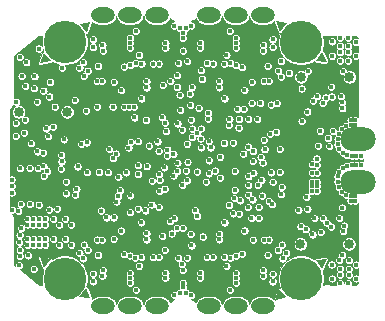
<source format=gbr>
G04 #@! TF.GenerationSoftware,KiCad,Pcbnew,(5.1.4)-1*
G04 #@! TF.CreationDate,2021-04-25T17:32:37+02:00*
G04 #@! TF.ProjectId,ultimateFC,756c7469-6d61-4746-9546-432e6b696361,rev?*
G04 #@! TF.SameCoordinates,Original*
G04 #@! TF.FileFunction,Copper,L6,Inr*
G04 #@! TF.FilePolarity,Positive*
%FSLAX46Y46*%
G04 Gerber Fmt 4.6, Leading zero omitted, Abs format (unit mm)*
G04 Created by KiCad (PCBNEW (5.1.4)-1) date 2021-04-25 17:32:37*
%MOMM*%
%LPD*%
G04 APERTURE LIST*
%ADD10C,0.850000*%
%ADD11O,3.000000X2.000000*%
%ADD12C,0.500000*%
%ADD13C,0.250000*%
%ADD14O,2.000000X1.300000*%
%ADD15O,0.400000X0.400000*%
%ADD16C,3.600000*%
%ADD17C,0.400000*%
%ADD18C,0.100000*%
G04 APERTURE END LIST*
D10*
X192500000Y-64925000D03*
X196600000Y-64925000D03*
X192460000Y-79070000D03*
X196560000Y-79070000D03*
D11*
X197350000Y-73800000D03*
X197350000Y-70200000D03*
D12*
X174250000Y-60650000D03*
D13*
G36*
X174683260Y-60307530D02*
G01*
X174361761Y-61190841D01*
X173761360Y-60472150D01*
X174683260Y-60307530D01*
X174683260Y-60307530D01*
G37*
D12*
X170800000Y-63450000D03*
D13*
G36*
X170720043Y-62903551D02*
G01*
X171324263Y-63623632D01*
X170401657Y-63784250D01*
X170720043Y-62903551D01*
X170720043Y-62903551D01*
G37*
D12*
X174254562Y-83353828D03*
D13*
G36*
X173730299Y-83527460D02*
G01*
X174334519Y-82807379D01*
X174652905Y-83688078D01*
X173730299Y-83527460D01*
X173730299Y-83527460D01*
G37*
D12*
X170800000Y-80550000D03*
D13*
G36*
X171324263Y-80376368D02*
G01*
X170720043Y-81096449D01*
X170401657Y-80215750D01*
X171324263Y-80376368D01*
X171324263Y-80376368D01*
G37*
D12*
X190800000Y-83450000D03*
D13*
G36*
X190672721Y-82912599D02*
G01*
X191337401Y-83577279D01*
X190432304Y-83817696D01*
X190672721Y-82912599D01*
X190672721Y-82912599D01*
G37*
D12*
X194250000Y-80660000D03*
D13*
G36*
X194282027Y-81211339D02*
G01*
X193742865Y-80441336D01*
X194675959Y-80361740D01*
X194282027Y-81211339D01*
X194282027Y-81211339D01*
G37*
D14*
X175720000Y-84300000D03*
D15*
X174920000Y-84300000D03*
X175120000Y-83950000D03*
X175520000Y-83850000D03*
X176520000Y-84300000D03*
X176320000Y-83950000D03*
X175920000Y-83850000D03*
X178220000Y-83850000D03*
X178620000Y-83950000D03*
X178820000Y-84300000D03*
X177820000Y-83850000D03*
X177420000Y-83950000D03*
X177220000Y-84300000D03*
D14*
X178020000Y-84300000D03*
X180320000Y-84300000D03*
D15*
X179520000Y-84300000D03*
X179720000Y-83950000D03*
X180120000Y-83850000D03*
X181120000Y-84300000D03*
X180920000Y-83950000D03*
X180520000Y-83850000D03*
X189080000Y-83850000D03*
X188680000Y-83950000D03*
X188480000Y-84300000D03*
X189480000Y-83850000D03*
X189880000Y-83950000D03*
X190080000Y-84300000D03*
D14*
X189280000Y-84300000D03*
X189280000Y-59700000D03*
D15*
X190080000Y-59700000D03*
X189880000Y-60050000D03*
X189480000Y-60150000D03*
X188480000Y-59700000D03*
X188680000Y-60050000D03*
X189080000Y-60150000D03*
X186780000Y-83850000D03*
X186380000Y-83950000D03*
X186180000Y-84300000D03*
X187180000Y-83850000D03*
X187580000Y-83950000D03*
X187780000Y-84300000D03*
D14*
X186980000Y-84300000D03*
D15*
X186780000Y-60150000D03*
X186380000Y-60050000D03*
X186180000Y-59700000D03*
X187180000Y-60150000D03*
X187580000Y-60050000D03*
X187780000Y-59700000D03*
D14*
X186980000Y-59700000D03*
X184680000Y-84300000D03*
D15*
X185480000Y-84300000D03*
X185280000Y-83950000D03*
X184880000Y-83850000D03*
X183880000Y-84300000D03*
X184080000Y-83950000D03*
X184480000Y-83850000D03*
D14*
X184680000Y-59700000D03*
D15*
X185480000Y-59700000D03*
X185280000Y-60050000D03*
X184880000Y-60150000D03*
X183880000Y-59700000D03*
X184080000Y-60050000D03*
X184480000Y-60150000D03*
X178220000Y-60150000D03*
X178620000Y-60050000D03*
X178820000Y-59700000D03*
X177820000Y-60150000D03*
X177420000Y-60050000D03*
X177220000Y-59700000D03*
D14*
X178020000Y-59700000D03*
D15*
X180520000Y-60150000D03*
X180920000Y-60050000D03*
X181120000Y-59700000D03*
X180120000Y-60150000D03*
X179720000Y-60050000D03*
X179520000Y-59700000D03*
D14*
X180320000Y-59700000D03*
D15*
X175920000Y-60150000D03*
X176320000Y-60050000D03*
X176520000Y-59700000D03*
X175520000Y-60150000D03*
X175120000Y-60050000D03*
X174920000Y-59700000D03*
D14*
X175720000Y-59700000D03*
D16*
X172500000Y-82000000D03*
X172500000Y-62000000D03*
X192500000Y-62000000D03*
X192500000Y-82000000D03*
D12*
X190792929Y-60542929D03*
D13*
G36*
X191317192Y-60369297D02*
G01*
X190712972Y-61089378D01*
X190394586Y-60208679D01*
X191317192Y-60369297D01*
X191317192Y-60369297D01*
G37*
D12*
X194250000Y-63350000D03*
D13*
G36*
X193742865Y-63568664D02*
G01*
X194282027Y-62798661D01*
X194675959Y-63648260D01*
X193742865Y-63568664D01*
X193742865Y-63568664D01*
G37*
D10*
X172700000Y-67900000D03*
X168600000Y-67900000D03*
D17*
X195125000Y-82000000D03*
X195125000Y-61925000D03*
X195800000Y-82400000D03*
X195800000Y-81674999D03*
X196500000Y-62825000D03*
X195800000Y-62325000D03*
X170350000Y-77450001D03*
X170850000Y-76950000D03*
X169850000Y-76950000D03*
X169350000Y-77450001D03*
X173050000Y-77450001D03*
X172550000Y-76950000D03*
X171550000Y-76950000D03*
X172050000Y-77450001D03*
X173050000Y-79150001D03*
X172550000Y-78650000D03*
X171550000Y-78650000D03*
X172050000Y-79150001D03*
X170850000Y-79150001D03*
X169850000Y-79150001D03*
X170350000Y-78650000D03*
X169350000Y-78650000D03*
X186990000Y-81550000D03*
X186200000Y-80930000D03*
X186980000Y-82364980D03*
X186990000Y-81950000D03*
X185579998Y-78690000D03*
X189370000Y-78720000D03*
X189780000Y-78700000D03*
X184530000Y-80200000D03*
X182500000Y-81300000D03*
X186990000Y-62450000D03*
X186200000Y-63070000D03*
X186980000Y-61635020D03*
X186990000Y-62050000D03*
X185579998Y-65310000D03*
X189370000Y-65280000D03*
X189780000Y-65300000D03*
X185579998Y-65818000D03*
X178010000Y-62450000D03*
X178800000Y-63070000D03*
X178020000Y-61635020D03*
X178010000Y-62050000D03*
X179420002Y-65310000D03*
X175630000Y-65280000D03*
X175220000Y-65300000D03*
X180470000Y-63800000D03*
X179420002Y-65818000D03*
X182500000Y-62700000D03*
X180770000Y-78400000D03*
X179420002Y-78182000D03*
X179420002Y-78690000D03*
X175630000Y-78720000D03*
X175220000Y-78700000D03*
X180470000Y-80200000D03*
X178800000Y-80930000D03*
X178020000Y-82364980D03*
X178010000Y-81550000D03*
X178010000Y-81950000D03*
X184555977Y-63760987D03*
X184124998Y-65100000D03*
X184850000Y-70900000D03*
X170700000Y-72500000D03*
X172600000Y-73800000D03*
X172600000Y-74800000D03*
X174400000Y-73000000D03*
X175407592Y-72992408D03*
X176600000Y-71800000D03*
X178700000Y-76100000D03*
X194124986Y-69500000D03*
X188050000Y-68500000D03*
X186450000Y-68500000D03*
X175250000Y-67450000D03*
X169050000Y-69650000D03*
X171650000Y-67450000D03*
X169650000Y-70550000D03*
X169162500Y-65700000D03*
X168850000Y-64850000D03*
X169150000Y-68550000D03*
X177021705Y-75019075D03*
X176640000Y-76825000D03*
X178050554Y-74971598D03*
X174350000Y-70475000D03*
X176275000Y-71050002D03*
X176827505Y-71422495D03*
X173900000Y-70600000D03*
X196043019Y-64460873D03*
X193078324Y-64450010D03*
X195969188Y-75990011D03*
X171500000Y-69149990D03*
X178700000Y-73150000D03*
X168725000Y-72675000D03*
X169525000Y-72650000D03*
X170225000Y-72675000D03*
X168000000Y-74175000D03*
X168775000Y-75700000D03*
X169549998Y-75700000D03*
X170300000Y-75750000D03*
X168573136Y-76307597D03*
X180970010Y-79575000D03*
X184039990Y-64375000D03*
X196010000Y-67597411D03*
X194800000Y-70100000D03*
X194900000Y-70800000D03*
X193541292Y-66937054D03*
X184702315Y-72000000D03*
X185235890Y-72860892D03*
X173590000Y-72510000D03*
X168350000Y-68850000D03*
X168350000Y-69925000D03*
X168000000Y-73625000D03*
X168000000Y-74725000D03*
X196500000Y-63550000D03*
X197175000Y-63150000D03*
X183300010Y-69302963D03*
X180975000Y-68800000D03*
X182049013Y-68875987D03*
X170725000Y-73325000D03*
X177900000Y-70909979D03*
X178699996Y-72420032D03*
X190880000Y-74260000D03*
X189960000Y-73020000D03*
X168680000Y-78340000D03*
X168700000Y-80110000D03*
X172420000Y-70230000D03*
X171190000Y-76160000D03*
X169900000Y-65900004D03*
X169937045Y-64882739D03*
X193479271Y-78268888D03*
X177700000Y-73020010D03*
X179880000Y-73730000D03*
X183690010Y-72950000D03*
X179440000Y-72500000D03*
X185579998Y-78240010D03*
X184180604Y-78450021D03*
X180800000Y-65630001D03*
X193825000Y-73050000D03*
X193825000Y-73800000D03*
X193825000Y-74200000D03*
X193825000Y-74600000D03*
X193425000Y-74600000D03*
X193425000Y-74200000D03*
X193425000Y-73800000D03*
X193425000Y-73050000D03*
X193825000Y-72375000D03*
X193425000Y-72325000D03*
X195800000Y-61600000D03*
X196550000Y-81175000D03*
X197175000Y-80825000D03*
X196575000Y-80450000D03*
X196000000Y-80000000D03*
X172550000Y-77450001D03*
X173050000Y-76950000D03*
X172050000Y-76950000D03*
X171550000Y-77450001D03*
X172550000Y-79150001D03*
X173050000Y-78650000D03*
X172050000Y-78650000D03*
X171550000Y-79150001D03*
X188470000Y-77650000D03*
X187860000Y-78880000D03*
X188470000Y-66350000D03*
X187860000Y-65120000D03*
X176530000Y-66350000D03*
X177140000Y-65120000D03*
X177170000Y-77020000D03*
X176530000Y-77650000D03*
X177140000Y-78880000D03*
X178190000Y-77180000D03*
X196000000Y-68100000D03*
X196033399Y-78518755D03*
X193118682Y-76823707D03*
X173271355Y-75400170D03*
X173159326Y-64501195D03*
X171200000Y-65900000D03*
X173850000Y-76250000D03*
X178189418Y-66749967D03*
X174249979Y-76258337D03*
X174950000Y-76273365D03*
X195975000Y-65575000D03*
X192650000Y-64100000D03*
X173200000Y-65800010D03*
X196100148Y-76472569D03*
X190350000Y-68279978D03*
X189950000Y-68110000D03*
X190340000Y-67870000D03*
X193050000Y-78640000D03*
X193100000Y-67290000D03*
X195970000Y-79500000D03*
X177086455Y-66899990D03*
X178890000Y-68479998D03*
X187780000Y-77090000D03*
X186810000Y-77190011D03*
X186807889Y-66755382D03*
X187830180Y-66949995D03*
X188470000Y-78060000D03*
X170850000Y-77450001D03*
X170350000Y-76950000D03*
X169350000Y-76950000D03*
X169850000Y-77450001D03*
X169350000Y-79150001D03*
X170350000Y-79150001D03*
X169850000Y-78650000D03*
X185030000Y-80200000D03*
X179970000Y-63800000D03*
X179970000Y-80200000D03*
X185054304Y-63802000D03*
X184050000Y-69300000D03*
X185650000Y-73475002D03*
X185650000Y-71700000D03*
X185993092Y-70524998D03*
X178025000Y-76400000D03*
X179325000Y-76239990D03*
X187250000Y-68500000D03*
X170850000Y-78650000D03*
X175575000Y-76250000D03*
X176884839Y-75499979D03*
X188813416Y-68510830D03*
X172250000Y-64150000D03*
X171266640Y-65366640D03*
X195200000Y-69500000D03*
X194178268Y-78074355D03*
X192566436Y-65913818D03*
X193886365Y-66575202D03*
X170300001Y-62536364D03*
X182450000Y-69400000D03*
X190810000Y-74873576D03*
X178398916Y-68363730D03*
X171010000Y-72910000D03*
X193650000Y-76900000D03*
X180530000Y-73670000D03*
X190062495Y-75717505D03*
X189777495Y-75432505D03*
X197175000Y-82000000D03*
X196500000Y-82400000D03*
X195800000Y-81175000D03*
X196500001Y-62325000D03*
X197175000Y-61975000D03*
X183971007Y-81535983D03*
X183972436Y-81939725D03*
X190100000Y-82250000D03*
X190100000Y-81600000D03*
X182500000Y-82750000D03*
X189305000Y-81760000D03*
X189280000Y-81300000D03*
X183971007Y-62464017D03*
X183972436Y-62060275D03*
X190100000Y-61750000D03*
X190100000Y-62400000D03*
X189305000Y-62240000D03*
X189280000Y-62700000D03*
X182500000Y-61650002D03*
X181028993Y-62464017D03*
X181027564Y-62060275D03*
X174900000Y-61750000D03*
X174900000Y-62400000D03*
X182500000Y-61250000D03*
X175695000Y-62240000D03*
X175720000Y-62700000D03*
X182500000Y-82349998D03*
X175695000Y-81760000D03*
X175720000Y-81300000D03*
X181028993Y-81535983D03*
X181027564Y-81939725D03*
X174900000Y-82250000D03*
X174900000Y-81600000D03*
X183079988Y-66349990D03*
X177550000Y-67450000D03*
X177950000Y-67450000D03*
X178350000Y-67449978D03*
X197100000Y-68600000D03*
X196700000Y-68600000D03*
X197600000Y-71600000D03*
X197200000Y-71600000D03*
X196800000Y-71600000D03*
X196400000Y-71550000D03*
X196050000Y-71350000D03*
X197100000Y-69000000D03*
X196700000Y-69000000D03*
X195750000Y-71050000D03*
X195600000Y-70650000D03*
X195600000Y-70200000D03*
X195700000Y-69750000D03*
X195950000Y-69350000D03*
X196300000Y-69100000D03*
X195799999Y-62825000D03*
X195800000Y-63550000D03*
X195125000Y-63150000D03*
X195100000Y-80825000D03*
X181770000Y-76900000D03*
X181420014Y-77150000D03*
X183140000Y-67310000D03*
X183840000Y-67570000D03*
X196500000Y-61600000D03*
X196550000Y-81675000D03*
X195750000Y-80450000D03*
X186750018Y-70499999D03*
X183705330Y-76703507D03*
X195950000Y-74650000D03*
X196300000Y-74900000D03*
X197100000Y-75400000D03*
X196700000Y-75400000D03*
X197200000Y-72400000D03*
X197600000Y-72400000D03*
X195600000Y-73350000D03*
X195750000Y-72950000D03*
X197100000Y-75000000D03*
X196800000Y-72400000D03*
X196700000Y-75000000D03*
X196050000Y-72650000D03*
X195700000Y-74250000D03*
X195600000Y-73800000D03*
X196400000Y-72450000D03*
X193044173Y-67867942D03*
X189424682Y-71062225D03*
X192560000Y-68680000D03*
X193949979Y-70760112D03*
X186528895Y-63766741D03*
X183210000Y-60584581D03*
X182230000Y-66439959D03*
X186019990Y-66750012D03*
X187720432Y-66060000D03*
X188340000Y-65350000D03*
X186026237Y-63808216D03*
X186480000Y-61050000D03*
X187013061Y-63941170D03*
X190561469Y-64406915D03*
X189680000Y-64000000D03*
X174438531Y-64406915D03*
X175320000Y-64000000D03*
X178499785Y-63750999D03*
X181790000Y-60584581D03*
X182000000Y-64800000D03*
X177279568Y-66060000D03*
X178987552Y-66750012D03*
X176660000Y-65350000D03*
X178996477Y-63808517D03*
X187120000Y-67650000D03*
X188420000Y-72070019D03*
X181450000Y-65300000D03*
X182250000Y-60810000D03*
X182120000Y-63750000D03*
X178520000Y-61050000D03*
X178022625Y-63919289D03*
X173750000Y-64150001D03*
X177520002Y-64060000D03*
X174050007Y-63699990D03*
X174120000Y-64874439D03*
X190561469Y-79593085D03*
X189680000Y-80000000D03*
X175320000Y-80000000D03*
X174438531Y-79593085D03*
X195756067Y-76893933D03*
X189251094Y-72193350D03*
X194586377Y-66684143D03*
X180450000Y-75970000D03*
X188050000Y-73350010D03*
X194677066Y-77276463D03*
X186850007Y-75200011D03*
X179850000Y-75750000D03*
X194339081Y-67135477D03*
X186900000Y-74500000D03*
X194350011Y-76898248D03*
X189160688Y-73660688D03*
X188480259Y-73045266D03*
X193050012Y-76123697D03*
X192290000Y-76190000D03*
X190439709Y-67169017D03*
X187224490Y-69229970D03*
X189950000Y-67270000D03*
X186400012Y-69018287D03*
X195063202Y-65763202D03*
X188040000Y-70830002D03*
X195058739Y-77599477D03*
X189359998Y-70260000D03*
X192470000Y-77580000D03*
X189230000Y-74979998D03*
X188049994Y-74900000D03*
X192900001Y-77835167D03*
X189900000Y-69749998D03*
X195100000Y-66600000D03*
X186528895Y-80233259D03*
X183210000Y-83415419D03*
X183230000Y-79200000D03*
X188420000Y-78710000D03*
X186019990Y-77249988D03*
X187720432Y-77940000D03*
X178474682Y-80234589D03*
X181790000Y-83415419D03*
X182417512Y-80792488D03*
X176660000Y-78650000D03*
X177279568Y-77940000D03*
X178980010Y-77249988D03*
X187660000Y-67650000D03*
X189090000Y-71720000D03*
X186026237Y-80191784D03*
X188400000Y-75300000D03*
X186896434Y-72900000D03*
X181979990Y-77728897D03*
X188920000Y-75940000D03*
X182750000Y-60810000D03*
X182879916Y-63604987D03*
X182750000Y-83190000D03*
X182880000Y-80250000D03*
X186480000Y-82950000D03*
X187008350Y-80064533D03*
X190825001Y-63574999D03*
X190827225Y-64903369D03*
X191500000Y-64600000D03*
X187500002Y-64120000D03*
X191250000Y-79849999D03*
X187500000Y-79900000D03*
X190949993Y-80300010D03*
X190880000Y-79125561D03*
X178973763Y-80191784D03*
X182490000Y-77720000D03*
X188000000Y-75970000D03*
X182120000Y-80250000D03*
X182250000Y-83190000D03*
X178520000Y-82950000D03*
X178006031Y-80060296D03*
X173750000Y-79849999D03*
X177518417Y-79949641D03*
X174120000Y-79125561D03*
X174050007Y-80300010D03*
X177050002Y-73390000D03*
X176553976Y-67450000D03*
X196084435Y-78012636D03*
X187269891Y-76510021D03*
X196170000Y-77520000D03*
X186770001Y-76490000D03*
X183210000Y-68550000D03*
X182280000Y-67740000D03*
X190100000Y-73810004D03*
X190700000Y-72990000D03*
X168065948Y-76184716D03*
X180500000Y-74599989D03*
X172231711Y-72081495D03*
X180956917Y-74396926D03*
X172210000Y-71540000D03*
X184644000Y-68479816D03*
X182849995Y-70599982D03*
X170180000Y-67027478D03*
X173400000Y-74900013D03*
X168824999Y-77749999D03*
X170930000Y-69290000D03*
X179622495Y-70747495D03*
X176025000Y-76825000D03*
X183534052Y-76233746D03*
X178700002Y-70380000D03*
X181075000Y-69525000D03*
X181160000Y-71590000D03*
X182450000Y-74100000D03*
X182050002Y-72199983D03*
X180483928Y-73172115D03*
X174300000Y-67800000D03*
X183281510Y-70018490D03*
X180930000Y-72600000D03*
X184000000Y-70150000D03*
X173350000Y-66900000D03*
X184699986Y-70400000D03*
X178100002Y-70450000D03*
X190700000Y-71050000D03*
X190399988Y-69585678D03*
X186403502Y-75766498D03*
X195900010Y-66588333D03*
X187626672Y-71433908D03*
X187340328Y-75391786D03*
X196001049Y-67097401D03*
X188450003Y-71200015D03*
X188050000Y-74100000D03*
X188844584Y-74086880D03*
X182850000Y-73700000D03*
X180450000Y-71200000D03*
X184450000Y-73800000D03*
X184699988Y-73100000D03*
X171200000Y-66600000D03*
X183689353Y-69695137D03*
X184050000Y-70900000D03*
X170700000Y-66099994D03*
X181710000Y-71450000D03*
X170686760Y-71350010D03*
X181187824Y-71090773D03*
X170188487Y-71238487D03*
X168650000Y-80880000D03*
X168650000Y-78930000D03*
X169407512Y-80047512D03*
X182040000Y-72910000D03*
X181710867Y-73299894D03*
X168700000Y-79580000D03*
X169875000Y-81200000D03*
X173495648Y-74407261D03*
X168700000Y-63249998D03*
X184630000Y-67980000D03*
X180750000Y-68349997D03*
X180355016Y-70399990D03*
X172170000Y-72710000D03*
X171870000Y-76100000D03*
X179390000Y-68570000D03*
X171110000Y-69960000D03*
X168395301Y-67054038D03*
X169250000Y-63700018D03*
X183253758Y-65823758D03*
X189050000Y-67150000D03*
X188920002Y-76870000D03*
X183159998Y-78220000D03*
X188327541Y-67149859D03*
X182000000Y-65780000D03*
X181560000Y-78190000D03*
X188293994Y-76870010D03*
X177199649Y-74541966D03*
X182760000Y-72880000D03*
X182900000Y-72142700D03*
X176180000Y-73010000D03*
X193823720Y-71850679D03*
X192970000Y-75110000D03*
D18*
G36*
X188127279Y-59810542D02*
G01*
X188130770Y-59810555D01*
X188132720Y-59810549D01*
X188136976Y-59810118D01*
X188141576Y-59856827D01*
X188187321Y-60007628D01*
X188261607Y-60146606D01*
X188361578Y-60268422D01*
X188483394Y-60368393D01*
X188622372Y-60442679D01*
X188773173Y-60488424D01*
X188890707Y-60500000D01*
X189669293Y-60500000D01*
X189786827Y-60488424D01*
X189937628Y-60442679D01*
X190076606Y-60368393D01*
X190198422Y-60268422D01*
X190244564Y-60212197D01*
X190245565Y-60231285D01*
X190252838Y-60259923D01*
X190571224Y-61140622D01*
X190579276Y-61158975D01*
X190595423Y-61183721D01*
X190616087Y-61204841D01*
X190640474Y-61221523D01*
X190667648Y-61233128D01*
X190696563Y-61239208D01*
X190704431Y-61239294D01*
X190624938Y-61431206D01*
X190550000Y-61807942D01*
X190550000Y-62192058D01*
X190624938Y-62568794D01*
X190771933Y-62923671D01*
X190985336Y-63243052D01*
X191039997Y-63297713D01*
X190990788Y-63264833D01*
X190927092Y-63238449D01*
X190859473Y-63224999D01*
X190790529Y-63224999D01*
X190722910Y-63238449D01*
X190659214Y-63264833D01*
X190601889Y-63303136D01*
X190553138Y-63351887D01*
X190514835Y-63409212D01*
X190488451Y-63472908D01*
X190475001Y-63540527D01*
X190475001Y-63609471D01*
X190488451Y-63677090D01*
X190514835Y-63740786D01*
X190553138Y-63798111D01*
X190601889Y-63846862D01*
X190659214Y-63885165D01*
X190722910Y-63911549D01*
X190790529Y-63924999D01*
X190859473Y-63924999D01*
X190927092Y-63911549D01*
X190990788Y-63885165D01*
X191048113Y-63846862D01*
X191096864Y-63798111D01*
X191135167Y-63740786D01*
X191161551Y-63677090D01*
X191175001Y-63609471D01*
X191175001Y-63540527D01*
X191161551Y-63472908D01*
X191135167Y-63409212D01*
X191102287Y-63360003D01*
X191256948Y-63514664D01*
X191576329Y-63728067D01*
X191931206Y-63875062D01*
X192307942Y-63950000D01*
X192692058Y-63950000D01*
X193068794Y-63875062D01*
X193423671Y-63728067D01*
X193598558Y-63611212D01*
X193599214Y-63614300D01*
X193610877Y-63641448D01*
X193627613Y-63665799D01*
X193648777Y-63686417D01*
X193673558Y-63702510D01*
X193701001Y-63713460D01*
X193730054Y-63718845D01*
X194663148Y-63798441D01*
X194682207Y-63798856D01*
X194711467Y-63794744D01*
X194739362Y-63785002D01*
X194764821Y-63770005D01*
X194786865Y-63750330D01*
X194804646Y-63726732D01*
X194817483Y-63700119D01*
X194824881Y-63671512D01*
X194826555Y-63642012D01*
X194822443Y-63612752D01*
X194812701Y-63584857D01*
X194780556Y-63515528D01*
X195450000Y-63515528D01*
X195450000Y-63584472D01*
X195463450Y-63652091D01*
X195489834Y-63715787D01*
X195528137Y-63773112D01*
X195576888Y-63821863D01*
X195634213Y-63860166D01*
X195697909Y-63886550D01*
X195765528Y-63900000D01*
X195834472Y-63900000D01*
X195902091Y-63886550D01*
X195965787Y-63860166D01*
X196023112Y-63821863D01*
X196071863Y-63773112D01*
X196110166Y-63715787D01*
X196136550Y-63652091D01*
X196150000Y-63584472D01*
X196163450Y-63652091D01*
X196189834Y-63715787D01*
X196228137Y-63773112D01*
X196276888Y-63821863D01*
X196334213Y-63860166D01*
X196397909Y-63886550D01*
X196465528Y-63900000D01*
X196534472Y-63900000D01*
X196602091Y-63886550D01*
X196665787Y-63860166D01*
X196723112Y-63821863D01*
X196771863Y-63773112D01*
X196810166Y-63715787D01*
X196836550Y-63652091D01*
X196850000Y-63584472D01*
X196850000Y-63515528D01*
X196836550Y-63447909D01*
X196810166Y-63384213D01*
X196771863Y-63326888D01*
X196723112Y-63278137D01*
X196665787Y-63239834D01*
X196602091Y-63213450D01*
X196534472Y-63200000D01*
X196465528Y-63200000D01*
X196397909Y-63213450D01*
X196334213Y-63239834D01*
X196276888Y-63278137D01*
X196228137Y-63326888D01*
X196189834Y-63384213D01*
X196163450Y-63447909D01*
X196150000Y-63515528D01*
X196136550Y-63447909D01*
X196110166Y-63384213D01*
X196071863Y-63326888D01*
X196023112Y-63278137D01*
X195965787Y-63239834D01*
X195902091Y-63213450D01*
X195834472Y-63200000D01*
X195765528Y-63200000D01*
X195697909Y-63213450D01*
X195634213Y-63239834D01*
X195576888Y-63278137D01*
X195528137Y-63326888D01*
X195489834Y-63384213D01*
X195463450Y-63447909D01*
X195450000Y-63515528D01*
X194780556Y-63515528D01*
X194595089Y-63115528D01*
X194775000Y-63115528D01*
X194775000Y-63184472D01*
X194788450Y-63252091D01*
X194814834Y-63315787D01*
X194853137Y-63373112D01*
X194901888Y-63421863D01*
X194959213Y-63460166D01*
X195022909Y-63486550D01*
X195090528Y-63500000D01*
X195159472Y-63500000D01*
X195227091Y-63486550D01*
X195290787Y-63460166D01*
X195348112Y-63421863D01*
X195396863Y-63373112D01*
X195435166Y-63315787D01*
X195461550Y-63252091D01*
X195475000Y-63184472D01*
X195475000Y-63115528D01*
X195461550Y-63047909D01*
X195435166Y-62984213D01*
X195396863Y-62926888D01*
X195348112Y-62878137D01*
X195290787Y-62839834D01*
X195227091Y-62813450D01*
X195159472Y-62800000D01*
X195090528Y-62800000D01*
X195022909Y-62813450D01*
X194959213Y-62839834D01*
X194901888Y-62878137D01*
X194853137Y-62926888D01*
X194814834Y-62984213D01*
X194788450Y-63047909D01*
X194775000Y-63115528D01*
X194595089Y-63115528D01*
X194444397Y-62790528D01*
X195449999Y-62790528D01*
X195449999Y-62859472D01*
X195463449Y-62927091D01*
X195489833Y-62990787D01*
X195528136Y-63048112D01*
X195576887Y-63096863D01*
X195634212Y-63135166D01*
X195697908Y-63161550D01*
X195765527Y-63175000D01*
X195834471Y-63175000D01*
X195902090Y-63161550D01*
X195965786Y-63135166D01*
X196023111Y-63096863D01*
X196071862Y-63048112D01*
X196110165Y-62990787D01*
X196136549Y-62927091D01*
X196149999Y-62859472D01*
X196149999Y-62790528D01*
X196150000Y-62790528D01*
X196150000Y-62859472D01*
X196163450Y-62927091D01*
X196189834Y-62990787D01*
X196228137Y-63048112D01*
X196276888Y-63096863D01*
X196334213Y-63135166D01*
X196397909Y-63161550D01*
X196465528Y-63175000D01*
X196534472Y-63175000D01*
X196602091Y-63161550D01*
X196665787Y-63135166D01*
X196723112Y-63096863D01*
X196771863Y-63048112D01*
X196810166Y-62990787D01*
X196836550Y-62927091D01*
X196850000Y-62859472D01*
X196850000Y-62790528D01*
X196836550Y-62722909D01*
X196810166Y-62659213D01*
X196771863Y-62601888D01*
X196744976Y-62575001D01*
X196771864Y-62548112D01*
X196810167Y-62490787D01*
X196836551Y-62427091D01*
X196850001Y-62359472D01*
X196850001Y-62290528D01*
X196836551Y-62222909D01*
X196810167Y-62159213D01*
X196771864Y-62101888D01*
X196723113Y-62053137D01*
X196665788Y-62014834D01*
X196602092Y-61988450D01*
X196534473Y-61975000D01*
X196465529Y-61975000D01*
X196397910Y-61988450D01*
X196334214Y-62014834D01*
X196276889Y-62053137D01*
X196228138Y-62101888D01*
X196189835Y-62159213D01*
X196163451Y-62222909D01*
X196150001Y-62290528D01*
X196150001Y-62359472D01*
X196163451Y-62427091D01*
X196189835Y-62490787D01*
X196228138Y-62548112D01*
X196255026Y-62575000D01*
X196228137Y-62601888D01*
X196189834Y-62659213D01*
X196163450Y-62722909D01*
X196150000Y-62790528D01*
X196149999Y-62790528D01*
X196136549Y-62722909D01*
X196110165Y-62659213D01*
X196071862Y-62601888D01*
X196044975Y-62575001D01*
X196071863Y-62548112D01*
X196110166Y-62490787D01*
X196136550Y-62427091D01*
X196150000Y-62359472D01*
X196150000Y-62290528D01*
X196136550Y-62222909D01*
X196110166Y-62159213D01*
X196071863Y-62101888D01*
X196023112Y-62053137D01*
X195965787Y-62014834D01*
X195902091Y-61988450D01*
X195834472Y-61975000D01*
X195765528Y-61975000D01*
X195697909Y-61988450D01*
X195634213Y-62014834D01*
X195576888Y-62053137D01*
X195528137Y-62101888D01*
X195489834Y-62159213D01*
X195463450Y-62222909D01*
X195450000Y-62290528D01*
X195450000Y-62359472D01*
X195463450Y-62427091D01*
X195489834Y-62490787D01*
X195528137Y-62548112D01*
X195555025Y-62575000D01*
X195528136Y-62601888D01*
X195489833Y-62659213D01*
X195463449Y-62722909D01*
X195449999Y-62790528D01*
X194444397Y-62790528D01*
X194418769Y-62735258D01*
X194409148Y-62717676D01*
X194390906Y-62694432D01*
X194368480Y-62675193D01*
X194342731Y-62660700D01*
X194337678Y-62659046D01*
X194375062Y-62568794D01*
X194450000Y-62192058D01*
X194450000Y-61890528D01*
X194775000Y-61890528D01*
X194775000Y-61959472D01*
X194788450Y-62027091D01*
X194814834Y-62090787D01*
X194853137Y-62148112D01*
X194901888Y-62196863D01*
X194959213Y-62235166D01*
X195022909Y-62261550D01*
X195090528Y-62275000D01*
X195159472Y-62275000D01*
X195227091Y-62261550D01*
X195290787Y-62235166D01*
X195348112Y-62196863D01*
X195396863Y-62148112D01*
X195435166Y-62090787D01*
X195461550Y-62027091D01*
X195475000Y-61959472D01*
X195475000Y-61890528D01*
X195461550Y-61822909D01*
X195435166Y-61759213D01*
X195396863Y-61701888D01*
X195348112Y-61653137D01*
X195290787Y-61614834D01*
X195227091Y-61588450D01*
X195159472Y-61575000D01*
X195090528Y-61575000D01*
X195022909Y-61588450D01*
X194959213Y-61614834D01*
X194901888Y-61653137D01*
X194853137Y-61701888D01*
X194814834Y-61759213D01*
X194788450Y-61822909D01*
X194775000Y-61890528D01*
X194450000Y-61890528D01*
X194450000Y-61807942D01*
X194380528Y-61458687D01*
X194386457Y-61460482D01*
X194408658Y-61464897D01*
X194430840Y-61469632D01*
X194434310Y-61469999D01*
X194434312Y-61469999D01*
X194725396Y-61498786D01*
X194737426Y-61498796D01*
X194749412Y-61500000D01*
X194752903Y-61499983D01*
X194785198Y-61499608D01*
X194796952Y-61498318D01*
X194808786Y-61498218D01*
X194812254Y-61497823D01*
X195098702Y-61463247D01*
X195106935Y-61462519D01*
X195173353Y-61450000D01*
X195483295Y-61450000D01*
X195463450Y-61497909D01*
X195450000Y-61565528D01*
X195450000Y-61634472D01*
X195463450Y-61702091D01*
X195489834Y-61765787D01*
X195528137Y-61823112D01*
X195576888Y-61871863D01*
X195634213Y-61910166D01*
X195697909Y-61936550D01*
X195765528Y-61950000D01*
X195834472Y-61950000D01*
X195902091Y-61936550D01*
X195965787Y-61910166D01*
X196023112Y-61871863D01*
X196071863Y-61823112D01*
X196110166Y-61765787D01*
X196136550Y-61702091D01*
X196150000Y-61634472D01*
X196163450Y-61702091D01*
X196189834Y-61765787D01*
X196228137Y-61823112D01*
X196276888Y-61871863D01*
X196334213Y-61910166D01*
X196397909Y-61936550D01*
X196465528Y-61950000D01*
X196534472Y-61950000D01*
X196602091Y-61936550D01*
X196665787Y-61910166D01*
X196723112Y-61871863D01*
X196771863Y-61823112D01*
X196810166Y-61765787D01*
X196836550Y-61702091D01*
X196850000Y-61634472D01*
X196850000Y-61565528D01*
X196836550Y-61497909D01*
X196816705Y-61450000D01*
X197196447Y-61450000D01*
X197350001Y-61603554D01*
X197350001Y-61670991D01*
X197340787Y-61664834D01*
X197277091Y-61638450D01*
X197209472Y-61625000D01*
X197140528Y-61625000D01*
X197072909Y-61638450D01*
X197009213Y-61664834D01*
X196951888Y-61703137D01*
X196903137Y-61751888D01*
X196864834Y-61809213D01*
X196838450Y-61872909D01*
X196825000Y-61940528D01*
X196825000Y-62009472D01*
X196838450Y-62077091D01*
X196864834Y-62140787D01*
X196903137Y-62198112D01*
X196951888Y-62246863D01*
X197009213Y-62285166D01*
X197072909Y-62311550D01*
X197140528Y-62325000D01*
X197209472Y-62325000D01*
X197277091Y-62311550D01*
X197340787Y-62285166D01*
X197350001Y-62279010D01*
X197350001Y-62845990D01*
X197340787Y-62839834D01*
X197277091Y-62813450D01*
X197209472Y-62800000D01*
X197140528Y-62800000D01*
X197072909Y-62813450D01*
X197009213Y-62839834D01*
X196951888Y-62878137D01*
X196903137Y-62926888D01*
X196864834Y-62984213D01*
X196838450Y-63047909D01*
X196825000Y-63115528D01*
X196825000Y-63184472D01*
X196838450Y-63252091D01*
X196864834Y-63315787D01*
X196903137Y-63373112D01*
X196951888Y-63421863D01*
X197009213Y-63460166D01*
X197072909Y-63486550D01*
X197140528Y-63500000D01*
X197209472Y-63500000D01*
X197277091Y-63486550D01*
X197340787Y-63460166D01*
X197350001Y-63454010D01*
X197350000Y-68355025D01*
X197323112Y-68328137D01*
X197265787Y-68289834D01*
X197202091Y-68263450D01*
X197134472Y-68250000D01*
X197065528Y-68250000D01*
X196997909Y-68263450D01*
X196934213Y-68289834D01*
X196900000Y-68312694D01*
X196865787Y-68289834D01*
X196802091Y-68263450D01*
X196734472Y-68250000D01*
X196665528Y-68250000D01*
X196597909Y-68263450D01*
X196534213Y-68289834D01*
X196476888Y-68328137D01*
X196428137Y-68376888D01*
X196389834Y-68434213D01*
X196363450Y-68497909D01*
X196350000Y-68565528D01*
X196350000Y-68634472D01*
X196363450Y-68702091D01*
X196387679Y-68760583D01*
X196334472Y-68750000D01*
X196265528Y-68750000D01*
X196197909Y-68763450D01*
X196134213Y-68789834D01*
X196076888Y-68828137D01*
X196028137Y-68876888D01*
X195989834Y-68934213D01*
X195963450Y-68997909D01*
X195963034Y-69000000D01*
X195915528Y-69000000D01*
X195847909Y-69013450D01*
X195784213Y-69039834D01*
X195726888Y-69078137D01*
X195678137Y-69126888D01*
X195639834Y-69184213D01*
X195613450Y-69247909D01*
X195600000Y-69315528D01*
X195600000Y-69384472D01*
X195605465Y-69411947D01*
X195597909Y-69413450D01*
X195544077Y-69435748D01*
X195536550Y-69397909D01*
X195510166Y-69334213D01*
X195471863Y-69276888D01*
X195423112Y-69228137D01*
X195365787Y-69189834D01*
X195302091Y-69163450D01*
X195234472Y-69150000D01*
X195165528Y-69150000D01*
X195097909Y-69163450D01*
X195034213Y-69189834D01*
X194976888Y-69228137D01*
X194928137Y-69276888D01*
X194889834Y-69334213D01*
X194863450Y-69397909D01*
X194850000Y-69465528D01*
X194850000Y-69534472D01*
X194863450Y-69602091D01*
X194889834Y-69665787D01*
X194928137Y-69723112D01*
X194976888Y-69771863D01*
X195034213Y-69810166D01*
X195097909Y-69836550D01*
X195165528Y-69850000D01*
X195234472Y-69850000D01*
X195302091Y-69836550D01*
X195355923Y-69814252D01*
X195363450Y-69852091D01*
X195389834Y-69915787D01*
X195391543Y-69918345D01*
X195376888Y-69928137D01*
X195328137Y-69976888D01*
X195289834Y-70034213D01*
X195263450Y-70097909D01*
X195250000Y-70165528D01*
X195250000Y-70234472D01*
X195263450Y-70302091D01*
X195289834Y-70365787D01*
X195328137Y-70423112D01*
X195330025Y-70425000D01*
X195328137Y-70426888D01*
X195289834Y-70484213D01*
X195263450Y-70547909D01*
X195250000Y-70615528D01*
X195250000Y-70684472D01*
X195263450Y-70752091D01*
X195289834Y-70815787D01*
X195328137Y-70873112D01*
X195376888Y-70921863D01*
X195413974Y-70946643D01*
X195413450Y-70947909D01*
X195400000Y-71015528D01*
X195400000Y-71084472D01*
X195413450Y-71152091D01*
X195439834Y-71215787D01*
X195478137Y-71273112D01*
X195526888Y-71321863D01*
X195584213Y-71360166D01*
X195647909Y-71386550D01*
X195702576Y-71397424D01*
X195713450Y-71452091D01*
X195739834Y-71515787D01*
X195778137Y-71573112D01*
X195826888Y-71621863D01*
X195884213Y-71660166D01*
X195947909Y-71686550D01*
X196015528Y-71700000D01*
X196083295Y-71700000D01*
X196089834Y-71715787D01*
X196128137Y-71773112D01*
X196176888Y-71821863D01*
X196234213Y-71860166D01*
X196297909Y-71886550D01*
X196365528Y-71900000D01*
X196434472Y-71900000D01*
X196502091Y-71886550D01*
X196565366Y-71860341D01*
X196576888Y-71871863D01*
X196634213Y-71910166D01*
X196697909Y-71936550D01*
X196765528Y-71950000D01*
X196834472Y-71950000D01*
X196902091Y-71936550D01*
X196965787Y-71910166D01*
X197000000Y-71887306D01*
X197034213Y-71910166D01*
X197097909Y-71936550D01*
X197165528Y-71950000D01*
X197234472Y-71950000D01*
X197302091Y-71936550D01*
X197365787Y-71910166D01*
X197400000Y-71887306D01*
X197434213Y-71910166D01*
X197497909Y-71936550D01*
X197565528Y-71950000D01*
X197634472Y-71950000D01*
X197702091Y-71936550D01*
X197750000Y-71916705D01*
X197750001Y-72083295D01*
X197702091Y-72063450D01*
X197634472Y-72050000D01*
X197565528Y-72050000D01*
X197497909Y-72063450D01*
X197434213Y-72089834D01*
X197400000Y-72112694D01*
X197365787Y-72089834D01*
X197302091Y-72063450D01*
X197234472Y-72050000D01*
X197165528Y-72050000D01*
X197097909Y-72063450D01*
X197034213Y-72089834D01*
X197000000Y-72112694D01*
X196965787Y-72089834D01*
X196902091Y-72063450D01*
X196834472Y-72050000D01*
X196765528Y-72050000D01*
X196697909Y-72063450D01*
X196634213Y-72089834D01*
X196576888Y-72128137D01*
X196565366Y-72139659D01*
X196502091Y-72113450D01*
X196434472Y-72100000D01*
X196365528Y-72100000D01*
X196297909Y-72113450D01*
X196234213Y-72139834D01*
X196176888Y-72178137D01*
X196128137Y-72226888D01*
X196089834Y-72284213D01*
X196083295Y-72300000D01*
X196015528Y-72300000D01*
X195947909Y-72313450D01*
X195884213Y-72339834D01*
X195826888Y-72378137D01*
X195778137Y-72426888D01*
X195739834Y-72484213D01*
X195713450Y-72547909D01*
X195702576Y-72602576D01*
X195647909Y-72613450D01*
X195584213Y-72639834D01*
X195526888Y-72678137D01*
X195478137Y-72726888D01*
X195439834Y-72784213D01*
X195413450Y-72847909D01*
X195400000Y-72915528D01*
X195400000Y-72984472D01*
X195413450Y-73052091D01*
X195413974Y-73053357D01*
X195376888Y-73078137D01*
X195328137Y-73126888D01*
X195289834Y-73184213D01*
X195263450Y-73247909D01*
X195250000Y-73315528D01*
X195250000Y-73384472D01*
X195263450Y-73452091D01*
X195289834Y-73515787D01*
X195328137Y-73573112D01*
X195330025Y-73575000D01*
X195328137Y-73576888D01*
X195289834Y-73634213D01*
X195263450Y-73697909D01*
X195250000Y-73765528D01*
X195250000Y-73834472D01*
X195263450Y-73902091D01*
X195289834Y-73965787D01*
X195328137Y-74023112D01*
X195376888Y-74071863D01*
X195391543Y-74081655D01*
X195389834Y-74084213D01*
X195363450Y-74147909D01*
X195350000Y-74215528D01*
X195350000Y-74284472D01*
X195363450Y-74352091D01*
X195389834Y-74415787D01*
X195428137Y-74473112D01*
X195476888Y-74521863D01*
X195534213Y-74560166D01*
X195597909Y-74586550D01*
X195605465Y-74588053D01*
X195600000Y-74615528D01*
X195600000Y-74684472D01*
X195613450Y-74752091D01*
X195639834Y-74815787D01*
X195678137Y-74873112D01*
X195726888Y-74921863D01*
X195784213Y-74960166D01*
X195847909Y-74986550D01*
X195915528Y-75000000D01*
X195963034Y-75000000D01*
X195963450Y-75002091D01*
X195989834Y-75065787D01*
X196028137Y-75123112D01*
X196076888Y-75171863D01*
X196134213Y-75210166D01*
X196197909Y-75236550D01*
X196265528Y-75250000D01*
X196334472Y-75250000D01*
X196387679Y-75239417D01*
X196363450Y-75297909D01*
X196350000Y-75365528D01*
X196350000Y-75434472D01*
X196363450Y-75502091D01*
X196389834Y-75565787D01*
X196428137Y-75623112D01*
X196476888Y-75671863D01*
X196534213Y-75710166D01*
X196597909Y-75736550D01*
X196665528Y-75750000D01*
X196734472Y-75750000D01*
X196802091Y-75736550D01*
X196865787Y-75710166D01*
X196900000Y-75687306D01*
X196934213Y-75710166D01*
X196997909Y-75736550D01*
X197065528Y-75750000D01*
X197134472Y-75750000D01*
X197202091Y-75736550D01*
X197265787Y-75710166D01*
X197323112Y-75671863D01*
X197350000Y-75644975D01*
X197350001Y-80520990D01*
X197340787Y-80514834D01*
X197277091Y-80488450D01*
X197209472Y-80475000D01*
X197140528Y-80475000D01*
X197072909Y-80488450D01*
X197009213Y-80514834D01*
X196951888Y-80553137D01*
X196903137Y-80601888D01*
X196864834Y-80659213D01*
X196838450Y-80722909D01*
X196825000Y-80790528D01*
X196825000Y-80859472D01*
X196838450Y-80927091D01*
X196864834Y-80990787D01*
X196903137Y-81048112D01*
X196951888Y-81096863D01*
X197009213Y-81135166D01*
X197072909Y-81161550D01*
X197140528Y-81175000D01*
X197209472Y-81175000D01*
X197277091Y-81161550D01*
X197340787Y-81135166D01*
X197350001Y-81129010D01*
X197350001Y-81695990D01*
X197340787Y-81689834D01*
X197277091Y-81663450D01*
X197209472Y-81650000D01*
X197140528Y-81650000D01*
X197072909Y-81663450D01*
X197009213Y-81689834D01*
X196951888Y-81728137D01*
X196903137Y-81776888D01*
X196864834Y-81834213D01*
X196838450Y-81897909D01*
X196825000Y-81965528D01*
X196825000Y-82034472D01*
X196838450Y-82102091D01*
X196864834Y-82165787D01*
X196903137Y-82223112D01*
X196951888Y-82271863D01*
X197009213Y-82310166D01*
X197072909Y-82336550D01*
X197140528Y-82350000D01*
X197209472Y-82350000D01*
X197277091Y-82336550D01*
X197340787Y-82310166D01*
X197350001Y-82304009D01*
X197350001Y-82396446D01*
X197196447Y-82550000D01*
X196816705Y-82550000D01*
X196836550Y-82502091D01*
X196850000Y-82434472D01*
X196850000Y-82365528D01*
X196836550Y-82297909D01*
X196810166Y-82234213D01*
X196771863Y-82176888D01*
X196723112Y-82128137D01*
X196665787Y-82089834D01*
X196602091Y-82063450D01*
X196534472Y-82050000D01*
X196465528Y-82050000D01*
X196397909Y-82063450D01*
X196334213Y-82089834D01*
X196276888Y-82128137D01*
X196228137Y-82176888D01*
X196189834Y-82234213D01*
X196163450Y-82297909D01*
X196150000Y-82365528D01*
X196136550Y-82297909D01*
X196110166Y-82234213D01*
X196071863Y-82176888D01*
X196023112Y-82128137D01*
X195965787Y-82089834D01*
X195902091Y-82063450D01*
X195834472Y-82050000D01*
X195765528Y-82050000D01*
X195697909Y-82063450D01*
X195634213Y-82089834D01*
X195576888Y-82128137D01*
X195528137Y-82176888D01*
X195489834Y-82234213D01*
X195463450Y-82297909D01*
X195450000Y-82365528D01*
X195450000Y-82434472D01*
X195463450Y-82502091D01*
X195483295Y-82550000D01*
X195173353Y-82550000D01*
X195121582Y-82540242D01*
X195092489Y-82534129D01*
X195080733Y-82532838D01*
X195069160Y-82530368D01*
X195065688Y-82530001D01*
X194774604Y-82501214D01*
X194760951Y-82501203D01*
X194747336Y-82500014D01*
X194743845Y-82500076D01*
X194672588Y-82501831D01*
X194659243Y-82503472D01*
X194645796Y-82503935D01*
X194642338Y-82504420D01*
X194380192Y-82543005D01*
X194450000Y-82192058D01*
X194450000Y-81965528D01*
X194775000Y-81965528D01*
X194775000Y-82034472D01*
X194788450Y-82102091D01*
X194814834Y-82165787D01*
X194853137Y-82223112D01*
X194901888Y-82271863D01*
X194959213Y-82310166D01*
X195022909Y-82336550D01*
X195090528Y-82350000D01*
X195159472Y-82350000D01*
X195227091Y-82336550D01*
X195290787Y-82310166D01*
X195348112Y-82271863D01*
X195396863Y-82223112D01*
X195435166Y-82165787D01*
X195461550Y-82102091D01*
X195475000Y-82034472D01*
X195475000Y-81965528D01*
X195461550Y-81897909D01*
X195435166Y-81834213D01*
X195396863Y-81776888D01*
X195348112Y-81728137D01*
X195290787Y-81689834D01*
X195227091Y-81663450D01*
X195159472Y-81650000D01*
X195090528Y-81650000D01*
X195022909Y-81663450D01*
X194959213Y-81689834D01*
X194901888Y-81728137D01*
X194853137Y-81776888D01*
X194814834Y-81834213D01*
X194788450Y-81897909D01*
X194775000Y-81965528D01*
X194450000Y-81965528D01*
X194450000Y-81807942D01*
X194375062Y-81431206D01*
X194341158Y-81349355D01*
X194360499Y-81340026D01*
X194384097Y-81322245D01*
X194403772Y-81300201D01*
X194418769Y-81274742D01*
X194643283Y-80790528D01*
X194750000Y-80790528D01*
X194750000Y-80859472D01*
X194763450Y-80927091D01*
X194789834Y-80990787D01*
X194828137Y-81048112D01*
X194876888Y-81096863D01*
X194934213Y-81135166D01*
X194997909Y-81161550D01*
X195065528Y-81175000D01*
X195134472Y-81175000D01*
X195202091Y-81161550D01*
X195252842Y-81140528D01*
X195450000Y-81140528D01*
X195450000Y-81209472D01*
X195463450Y-81277091D01*
X195489834Y-81340787D01*
X195528137Y-81398112D01*
X195555025Y-81425000D01*
X195528137Y-81451887D01*
X195489834Y-81509212D01*
X195463450Y-81572908D01*
X195450000Y-81640527D01*
X195450000Y-81709471D01*
X195463450Y-81777090D01*
X195489834Y-81840786D01*
X195528137Y-81898111D01*
X195576888Y-81946862D01*
X195634213Y-81985165D01*
X195697909Y-82011549D01*
X195765528Y-82024999D01*
X195834472Y-82024999D01*
X195902091Y-82011549D01*
X195965787Y-81985165D01*
X196023112Y-81946862D01*
X196071863Y-81898111D01*
X196110166Y-81840786D01*
X196136550Y-81777090D01*
X196150000Y-81709471D01*
X196150000Y-81640527D01*
X196136550Y-81572908D01*
X196110166Y-81509212D01*
X196071863Y-81451887D01*
X196044976Y-81425000D01*
X196071863Y-81398112D01*
X196110166Y-81340787D01*
X196136550Y-81277091D01*
X196150000Y-81209472D01*
X196150000Y-81140528D01*
X196200000Y-81140528D01*
X196200000Y-81209472D01*
X196213450Y-81277091D01*
X196239834Y-81340787D01*
X196278137Y-81398112D01*
X196305025Y-81425000D01*
X196278137Y-81451888D01*
X196239834Y-81509213D01*
X196213450Y-81572909D01*
X196200000Y-81640528D01*
X196200000Y-81709472D01*
X196213450Y-81777091D01*
X196239834Y-81840787D01*
X196278137Y-81898112D01*
X196326888Y-81946863D01*
X196384213Y-81985166D01*
X196447909Y-82011550D01*
X196515528Y-82025000D01*
X196584472Y-82025000D01*
X196652091Y-82011550D01*
X196715787Y-81985166D01*
X196773112Y-81946863D01*
X196821863Y-81898112D01*
X196860166Y-81840787D01*
X196886550Y-81777091D01*
X196900000Y-81709472D01*
X196900000Y-81640528D01*
X196886550Y-81572909D01*
X196860166Y-81509213D01*
X196821863Y-81451888D01*
X196794975Y-81425000D01*
X196821863Y-81398112D01*
X196860166Y-81340787D01*
X196886550Y-81277091D01*
X196900000Y-81209472D01*
X196900000Y-81140528D01*
X196886550Y-81072909D01*
X196860166Y-81009213D01*
X196821863Y-80951888D01*
X196773112Y-80903137D01*
X196715787Y-80864834D01*
X196652091Y-80838450D01*
X196584472Y-80825000D01*
X196515528Y-80825000D01*
X196447909Y-80838450D01*
X196384213Y-80864834D01*
X196326888Y-80903137D01*
X196278137Y-80951888D01*
X196239834Y-81009213D01*
X196213450Y-81072909D01*
X196200000Y-81140528D01*
X196150000Y-81140528D01*
X196136550Y-81072909D01*
X196110166Y-81009213D01*
X196071863Y-80951888D01*
X196023112Y-80903137D01*
X195965787Y-80864834D01*
X195902091Y-80838450D01*
X195834472Y-80825000D01*
X195765528Y-80825000D01*
X195697909Y-80838450D01*
X195634213Y-80864834D01*
X195576888Y-80903137D01*
X195528137Y-80951888D01*
X195489834Y-81009213D01*
X195463450Y-81072909D01*
X195450000Y-81140528D01*
X195252842Y-81140528D01*
X195265787Y-81135166D01*
X195323112Y-81096863D01*
X195371863Y-81048112D01*
X195410166Y-80990787D01*
X195436550Y-80927091D01*
X195450000Y-80859472D01*
X195450000Y-80790528D01*
X195436550Y-80722909D01*
X195410166Y-80659213D01*
X195371863Y-80601888D01*
X195323112Y-80553137D01*
X195265787Y-80514834D01*
X195202091Y-80488450D01*
X195134472Y-80475000D01*
X195065528Y-80475000D01*
X194997909Y-80488450D01*
X194934213Y-80514834D01*
X194876888Y-80553137D01*
X194828137Y-80601888D01*
X194789834Y-80659213D01*
X194763450Y-80722909D01*
X194750000Y-80790528D01*
X194643283Y-80790528D01*
X194812701Y-80425143D01*
X194816439Y-80415528D01*
X195400000Y-80415528D01*
X195400000Y-80484472D01*
X195413450Y-80552091D01*
X195439834Y-80615787D01*
X195478137Y-80673112D01*
X195526888Y-80721863D01*
X195584213Y-80760166D01*
X195647909Y-80786550D01*
X195715528Y-80800000D01*
X195784472Y-80800000D01*
X195852091Y-80786550D01*
X195915787Y-80760166D01*
X195973112Y-80721863D01*
X196021863Y-80673112D01*
X196060166Y-80615787D01*
X196086550Y-80552091D01*
X196100000Y-80484472D01*
X196100000Y-80415528D01*
X196225000Y-80415528D01*
X196225000Y-80484472D01*
X196238450Y-80552091D01*
X196264834Y-80615787D01*
X196303137Y-80673112D01*
X196351888Y-80721863D01*
X196409213Y-80760166D01*
X196472909Y-80786550D01*
X196540528Y-80800000D01*
X196609472Y-80800000D01*
X196677091Y-80786550D01*
X196740787Y-80760166D01*
X196798112Y-80721863D01*
X196846863Y-80673112D01*
X196885166Y-80615787D01*
X196911550Y-80552091D01*
X196925000Y-80484472D01*
X196925000Y-80415528D01*
X196911550Y-80347909D01*
X196885166Y-80284213D01*
X196846863Y-80226888D01*
X196798112Y-80178137D01*
X196740787Y-80139834D01*
X196677091Y-80113450D01*
X196609472Y-80100000D01*
X196540528Y-80100000D01*
X196472909Y-80113450D01*
X196409213Y-80139834D01*
X196351888Y-80178137D01*
X196303137Y-80226888D01*
X196264834Y-80284213D01*
X196238450Y-80347909D01*
X196225000Y-80415528D01*
X196100000Y-80415528D01*
X196086550Y-80347909D01*
X196083386Y-80340271D01*
X196102091Y-80336550D01*
X196165787Y-80310166D01*
X196223112Y-80271863D01*
X196271863Y-80223112D01*
X196310166Y-80165787D01*
X196336550Y-80102091D01*
X196350000Y-80034472D01*
X196350000Y-79965528D01*
X196336550Y-79897909D01*
X196310166Y-79834213D01*
X196271863Y-79776888D01*
X196223112Y-79728137D01*
X196165787Y-79689834D01*
X196102091Y-79663450D01*
X196034472Y-79650000D01*
X195965528Y-79650000D01*
X195897909Y-79663450D01*
X195834213Y-79689834D01*
X195776888Y-79728137D01*
X195728137Y-79776888D01*
X195689834Y-79834213D01*
X195663450Y-79897909D01*
X195650000Y-79965528D01*
X195650000Y-80034472D01*
X195663450Y-80102091D01*
X195666614Y-80109729D01*
X195647909Y-80113450D01*
X195584213Y-80139834D01*
X195526888Y-80178137D01*
X195478137Y-80226888D01*
X195439834Y-80284213D01*
X195413450Y-80347909D01*
X195400000Y-80415528D01*
X194816439Y-80415528D01*
X194819610Y-80407376D01*
X194825753Y-80378474D01*
X194826140Y-80348929D01*
X194820755Y-80319876D01*
X194809805Y-80292433D01*
X194793712Y-80267652D01*
X194773094Y-80246488D01*
X194748743Y-80229752D01*
X194721595Y-80218089D01*
X194692693Y-80211946D01*
X194663148Y-80211559D01*
X193730054Y-80291155D01*
X193710242Y-80294183D01*
X193682161Y-80303375D01*
X193656412Y-80317868D01*
X193633986Y-80337107D01*
X193615744Y-80360351D01*
X193602387Y-80386707D01*
X193601294Y-80390616D01*
X193423671Y-80271933D01*
X193068794Y-80124938D01*
X192692058Y-80050000D01*
X192307942Y-80050000D01*
X191931206Y-80124938D01*
X191576329Y-80271933D01*
X191256948Y-80485336D01*
X191227281Y-80515003D01*
X191260159Y-80465797D01*
X191286543Y-80402101D01*
X191299993Y-80334482D01*
X191299993Y-80265538D01*
X191286862Y-80199524D01*
X191352091Y-80186549D01*
X191415787Y-80160165D01*
X191473112Y-80121862D01*
X191521863Y-80073111D01*
X191560166Y-80015786D01*
X191586550Y-79952090D01*
X191600000Y-79884471D01*
X191600000Y-79815527D01*
X191586550Y-79747908D01*
X191560166Y-79684212D01*
X191521863Y-79626887D01*
X191473112Y-79578136D01*
X191415787Y-79539833D01*
X191352091Y-79513449D01*
X191284472Y-79499999D01*
X191215528Y-79499999D01*
X191147909Y-79513449D01*
X191084213Y-79539833D01*
X191026888Y-79578136D01*
X190978137Y-79626887D01*
X190939834Y-79684212D01*
X190913450Y-79747908D01*
X190900000Y-79815527D01*
X190900000Y-79884471D01*
X190913131Y-79950485D01*
X190847902Y-79963460D01*
X190784206Y-79989844D01*
X190726881Y-80028147D01*
X190678130Y-80076898D01*
X190639827Y-80134223D01*
X190613443Y-80197919D01*
X190599993Y-80265538D01*
X190599993Y-80334482D01*
X190613443Y-80402101D01*
X190639827Y-80465797D01*
X190678130Y-80523122D01*
X190726881Y-80571873D01*
X190784206Y-80610176D01*
X190847902Y-80636560D01*
X190915521Y-80650010D01*
X190984465Y-80650010D01*
X191052084Y-80636560D01*
X191115780Y-80610176D01*
X191164986Y-80577298D01*
X190985336Y-80756948D01*
X190771933Y-81076329D01*
X190624938Y-81431206D01*
X190550000Y-81807942D01*
X190550000Y-82192058D01*
X190624938Y-82568794D01*
X190706688Y-82766155D01*
X190682253Y-82762175D01*
X190652723Y-82763206D01*
X190623962Y-82769977D01*
X190597075Y-82782230D01*
X190573095Y-82799493D01*
X190552943Y-82821102D01*
X190537395Y-82846228D01*
X190527047Y-82873904D01*
X190286630Y-83779001D01*
X190282911Y-83797698D01*
X190281880Y-83827228D01*
X190283108Y-83834769D01*
X190198422Y-83731578D01*
X190076606Y-83631607D01*
X189937628Y-83557321D01*
X189786827Y-83511576D01*
X189669293Y-83500000D01*
X188890707Y-83500000D01*
X188773173Y-83511576D01*
X188622372Y-83557321D01*
X188483394Y-83631607D01*
X188361578Y-83731578D01*
X188261607Y-83853394D01*
X188187321Y-83992372D01*
X188141576Y-84143173D01*
X188136972Y-84189922D01*
X188132723Y-84189459D01*
X188129232Y-84189446D01*
X188127281Y-84189452D01*
X188123024Y-84189883D01*
X188118424Y-84143173D01*
X188072679Y-83992372D01*
X187998393Y-83853394D01*
X187898422Y-83731578D01*
X187776606Y-83631607D01*
X187637628Y-83557321D01*
X187486827Y-83511576D01*
X187369293Y-83500000D01*
X186590707Y-83500000D01*
X186473173Y-83511576D01*
X186322372Y-83557321D01*
X186183394Y-83631607D01*
X186061578Y-83731578D01*
X185961607Y-83853394D01*
X185887321Y-83992372D01*
X185841576Y-84143173D01*
X185836973Y-84189913D01*
X185832850Y-84189461D01*
X185829359Y-84189446D01*
X185827409Y-84189451D01*
X185823025Y-84189892D01*
X185818424Y-84143173D01*
X185772679Y-83992372D01*
X185698393Y-83853394D01*
X185598422Y-83731578D01*
X185476606Y-83631607D01*
X185337628Y-83557321D01*
X185186827Y-83511576D01*
X185069293Y-83500000D01*
X184290707Y-83500000D01*
X184173173Y-83511576D01*
X184022372Y-83557321D01*
X183883394Y-83631607D01*
X183761578Y-83731578D01*
X183661607Y-83853394D01*
X183587321Y-83992372D01*
X183580604Y-84014514D01*
X183565332Y-83998918D01*
X183562647Y-83996698D01*
X183562641Y-83996692D01*
X183562634Y-83996688D01*
X183411399Y-83873343D01*
X183392542Y-83860814D01*
X183373831Y-83848002D01*
X183370760Y-83846342D01*
X183218566Y-83765419D01*
X183244472Y-83765419D01*
X183312091Y-83751969D01*
X183375787Y-83725585D01*
X183433112Y-83687282D01*
X183481863Y-83638531D01*
X183520166Y-83581206D01*
X183546550Y-83517510D01*
X183560000Y-83449891D01*
X183560000Y-83380947D01*
X183546550Y-83313328D01*
X183520166Y-83249632D01*
X183481863Y-83192307D01*
X183433112Y-83143556D01*
X183375787Y-83105253D01*
X183312091Y-83078869D01*
X183244472Y-83065419D01*
X183175528Y-83065419D01*
X183107909Y-83078869D01*
X183086482Y-83087744D01*
X183060166Y-83024213D01*
X183021863Y-82966888D01*
X182973112Y-82918137D01*
X182969208Y-82915528D01*
X186130000Y-82915528D01*
X186130000Y-82984472D01*
X186143450Y-83052091D01*
X186169834Y-83115787D01*
X186208137Y-83173112D01*
X186256888Y-83221863D01*
X186314213Y-83260166D01*
X186377909Y-83286550D01*
X186445528Y-83300000D01*
X186514472Y-83300000D01*
X186582091Y-83286550D01*
X186645787Y-83260166D01*
X186703112Y-83221863D01*
X186751863Y-83173112D01*
X186790166Y-83115787D01*
X186816550Y-83052091D01*
X186830000Y-82984472D01*
X186830000Y-82915528D01*
X186816550Y-82847909D01*
X186790166Y-82784213D01*
X186751863Y-82726888D01*
X186703112Y-82678137D01*
X186645787Y-82639834D01*
X186582091Y-82613450D01*
X186514472Y-82600000D01*
X186445528Y-82600000D01*
X186377909Y-82613450D01*
X186314213Y-82639834D01*
X186256888Y-82678137D01*
X186208137Y-82726888D01*
X186169834Y-82784213D01*
X186143450Y-82847909D01*
X186130000Y-82915528D01*
X182969208Y-82915528D01*
X182915787Y-82879834D01*
X182852091Y-82853450D01*
X182836881Y-82850425D01*
X182850000Y-82784472D01*
X182850000Y-82715528D01*
X182836550Y-82647909D01*
X182810166Y-82584213D01*
X182787305Y-82549999D01*
X182810166Y-82515785D01*
X182836550Y-82452089D01*
X182850000Y-82384470D01*
X182850000Y-82330508D01*
X186630000Y-82330508D01*
X186630000Y-82399452D01*
X186643450Y-82467071D01*
X186669834Y-82530767D01*
X186708137Y-82588092D01*
X186756888Y-82636843D01*
X186814213Y-82675146D01*
X186877909Y-82701530D01*
X186945528Y-82714980D01*
X187014472Y-82714980D01*
X187082091Y-82701530D01*
X187145787Y-82675146D01*
X187203112Y-82636843D01*
X187251863Y-82588092D01*
X187290166Y-82530767D01*
X187316550Y-82467071D01*
X187330000Y-82399452D01*
X187330000Y-82330508D01*
X187316550Y-82262889D01*
X187290166Y-82199193D01*
X187267301Y-82164973D01*
X187300166Y-82115787D01*
X187326550Y-82052091D01*
X187340000Y-81984472D01*
X187340000Y-81915528D01*
X187326550Y-81847909D01*
X187300166Y-81784213D01*
X187277306Y-81750000D01*
X187300166Y-81715787D01*
X187326550Y-81652091D01*
X187340000Y-81584472D01*
X187340000Y-81515528D01*
X187326550Y-81447909D01*
X187300166Y-81384213D01*
X187261863Y-81326888D01*
X187213112Y-81278137D01*
X187194242Y-81265528D01*
X188930000Y-81265528D01*
X188930000Y-81334472D01*
X188943450Y-81402091D01*
X188969834Y-81465787D01*
X189008137Y-81523112D01*
X189028641Y-81543616D01*
X188994834Y-81594213D01*
X188968450Y-81657909D01*
X188955000Y-81725528D01*
X188955000Y-81794472D01*
X188968450Y-81862091D01*
X188994834Y-81925787D01*
X189033137Y-81983112D01*
X189081888Y-82031863D01*
X189139213Y-82070166D01*
X189202909Y-82096550D01*
X189270528Y-82110000D01*
X189339472Y-82110000D01*
X189407091Y-82096550D01*
X189470787Y-82070166D01*
X189528112Y-82031863D01*
X189576863Y-81983112D01*
X189615166Y-81925787D01*
X189641550Y-81862091D01*
X189655000Y-81794472D01*
X189655000Y-81725528D01*
X189641550Y-81657909D01*
X189615166Y-81594213D01*
X189596000Y-81565528D01*
X189750000Y-81565528D01*
X189750000Y-81634472D01*
X189763450Y-81702091D01*
X189789834Y-81765787D01*
X189828137Y-81823112D01*
X189876888Y-81871863D01*
X189934213Y-81910166D01*
X189970025Y-81925000D01*
X189934213Y-81939834D01*
X189876888Y-81978137D01*
X189828137Y-82026888D01*
X189789834Y-82084213D01*
X189763450Y-82147909D01*
X189750000Y-82215528D01*
X189750000Y-82284472D01*
X189763450Y-82352091D01*
X189789834Y-82415787D01*
X189828137Y-82473112D01*
X189876888Y-82521863D01*
X189934213Y-82560166D01*
X189997909Y-82586550D01*
X190065528Y-82600000D01*
X190134472Y-82600000D01*
X190202091Y-82586550D01*
X190265787Y-82560166D01*
X190323112Y-82521863D01*
X190371863Y-82473112D01*
X190410166Y-82415787D01*
X190436550Y-82352091D01*
X190450000Y-82284472D01*
X190450000Y-82215528D01*
X190436550Y-82147909D01*
X190410166Y-82084213D01*
X190371863Y-82026888D01*
X190323112Y-81978137D01*
X190265787Y-81939834D01*
X190229975Y-81925000D01*
X190265787Y-81910166D01*
X190323112Y-81871863D01*
X190371863Y-81823112D01*
X190410166Y-81765787D01*
X190436550Y-81702091D01*
X190450000Y-81634472D01*
X190450000Y-81565528D01*
X190436550Y-81497909D01*
X190410166Y-81434213D01*
X190371863Y-81376888D01*
X190323112Y-81328137D01*
X190265787Y-81289834D01*
X190202091Y-81263450D01*
X190134472Y-81250000D01*
X190065528Y-81250000D01*
X189997909Y-81263450D01*
X189934213Y-81289834D01*
X189876888Y-81328137D01*
X189828137Y-81376888D01*
X189789834Y-81434213D01*
X189763450Y-81497909D01*
X189750000Y-81565528D01*
X189596000Y-81565528D01*
X189576863Y-81536888D01*
X189556359Y-81516384D01*
X189590166Y-81465787D01*
X189616550Y-81402091D01*
X189630000Y-81334472D01*
X189630000Y-81265528D01*
X189616550Y-81197909D01*
X189590166Y-81134213D01*
X189551863Y-81076888D01*
X189503112Y-81028137D01*
X189445787Y-80989834D01*
X189382091Y-80963450D01*
X189314472Y-80950000D01*
X189245528Y-80950000D01*
X189177909Y-80963450D01*
X189114213Y-80989834D01*
X189056888Y-81028137D01*
X189008137Y-81076888D01*
X188969834Y-81134213D01*
X188943450Y-81197909D01*
X188930000Y-81265528D01*
X187194242Y-81265528D01*
X187155787Y-81239834D01*
X187092091Y-81213450D01*
X187024472Y-81200000D01*
X186955528Y-81200000D01*
X186887909Y-81213450D01*
X186824213Y-81239834D01*
X186766888Y-81278137D01*
X186718137Y-81326888D01*
X186679834Y-81384213D01*
X186653450Y-81447909D01*
X186640000Y-81515528D01*
X186640000Y-81584472D01*
X186653450Y-81652091D01*
X186679834Y-81715787D01*
X186702694Y-81750000D01*
X186679834Y-81784213D01*
X186653450Y-81847909D01*
X186640000Y-81915528D01*
X186640000Y-81984472D01*
X186653450Y-82052091D01*
X186679834Y-82115787D01*
X186702699Y-82150007D01*
X186669834Y-82199193D01*
X186643450Y-82262889D01*
X186630000Y-82330508D01*
X182850000Y-82330508D01*
X182850000Y-82315526D01*
X182836550Y-82247907D01*
X182810166Y-82184211D01*
X182771863Y-82126886D01*
X182723112Y-82078135D01*
X182665787Y-82039832D01*
X182602091Y-82013448D01*
X182534472Y-81999998D01*
X182465528Y-81999998D01*
X182397909Y-82013448D01*
X182334213Y-82039832D01*
X182276888Y-82078135D01*
X182228137Y-82126886D01*
X182189834Y-82184211D01*
X182163450Y-82247907D01*
X182150000Y-82315526D01*
X182150000Y-82384470D01*
X182163450Y-82452089D01*
X182189834Y-82515785D01*
X182212695Y-82549999D01*
X182189834Y-82584213D01*
X182163450Y-82647909D01*
X182150000Y-82715528D01*
X182150000Y-82784472D01*
X182163119Y-82850425D01*
X182147909Y-82853450D01*
X182084213Y-82879834D01*
X182026888Y-82918137D01*
X181978137Y-82966888D01*
X181939834Y-83024213D01*
X181913518Y-83087744D01*
X181892091Y-83078869D01*
X181824472Y-83065419D01*
X181755528Y-83065419D01*
X181687909Y-83078869D01*
X181624213Y-83105253D01*
X181566888Y-83143556D01*
X181518137Y-83192307D01*
X181479834Y-83249632D01*
X181453450Y-83313328D01*
X181440000Y-83380947D01*
X181440000Y-83449891D01*
X181453450Y-83517510D01*
X181479834Y-83581206D01*
X181518137Y-83638531D01*
X181566888Y-83687282D01*
X181624213Y-83725585D01*
X181687909Y-83751969D01*
X181755528Y-83765419D01*
X181777451Y-83765419D01*
X181772060Y-83767734D01*
X181769018Y-83769438D01*
X181769013Y-83769440D01*
X181769009Y-83769443D01*
X181599383Y-83865954D01*
X181580877Y-83879027D01*
X181562188Y-83891842D01*
X181559539Y-83894101D01*
X181559532Y-83894106D01*
X181559527Y-83894112D01*
X181419569Y-84015085D01*
X181412679Y-83992372D01*
X181338393Y-83853394D01*
X181238422Y-83731578D01*
X181116606Y-83631607D01*
X180977628Y-83557321D01*
X180826827Y-83511576D01*
X180709293Y-83500000D01*
X179930707Y-83500000D01*
X179813173Y-83511576D01*
X179662372Y-83557321D01*
X179523394Y-83631607D01*
X179401578Y-83731578D01*
X179301607Y-83853394D01*
X179227321Y-83992372D01*
X179181576Y-84143173D01*
X179176972Y-84189922D01*
X179172721Y-84189458D01*
X179169230Y-84189445D01*
X179167280Y-84189451D01*
X179163024Y-84189882D01*
X179158424Y-84143173D01*
X179112679Y-83992372D01*
X179038393Y-83853394D01*
X178938422Y-83731578D01*
X178816606Y-83631607D01*
X178677628Y-83557321D01*
X178526827Y-83511576D01*
X178409293Y-83500000D01*
X177630707Y-83500000D01*
X177513173Y-83511576D01*
X177362372Y-83557321D01*
X177223394Y-83631607D01*
X177101578Y-83731578D01*
X177001607Y-83853394D01*
X176927321Y-83992372D01*
X176881576Y-84143173D01*
X176876972Y-84189922D01*
X176872721Y-84189458D01*
X176869230Y-84189445D01*
X176867280Y-84189451D01*
X176863024Y-84189882D01*
X176858424Y-84143173D01*
X176812679Y-83992372D01*
X176738393Y-83853394D01*
X176638422Y-83731578D01*
X176516606Y-83631607D01*
X176377628Y-83557321D01*
X176226827Y-83511576D01*
X176109293Y-83500000D01*
X175330707Y-83500000D01*
X175213173Y-83511576D01*
X175062372Y-83557321D01*
X174923394Y-83631607D01*
X174801578Y-83731578D01*
X174792872Y-83742187D01*
X174799233Y-83724221D01*
X174803473Y-83694979D01*
X174801926Y-83665472D01*
X174794653Y-83636834D01*
X174533890Y-82915528D01*
X178170000Y-82915528D01*
X178170000Y-82984472D01*
X178183450Y-83052091D01*
X178209834Y-83115787D01*
X178248137Y-83173112D01*
X178296888Y-83221863D01*
X178354213Y-83260166D01*
X178417909Y-83286550D01*
X178485528Y-83300000D01*
X178554472Y-83300000D01*
X178622091Y-83286550D01*
X178685787Y-83260166D01*
X178743112Y-83221863D01*
X178791863Y-83173112D01*
X178830166Y-83115787D01*
X178856550Y-83052091D01*
X178870000Y-82984472D01*
X178870000Y-82915528D01*
X178856550Y-82847909D01*
X178830166Y-82784213D01*
X178791863Y-82726888D01*
X178743112Y-82678137D01*
X178685787Y-82639834D01*
X178622091Y-82613450D01*
X178554472Y-82600000D01*
X178485528Y-82600000D01*
X178417909Y-82613450D01*
X178354213Y-82639834D01*
X178296888Y-82678137D01*
X178248137Y-82726888D01*
X178209834Y-82784213D01*
X178183450Y-82847909D01*
X178170000Y-82915528D01*
X174533890Y-82915528D01*
X174476267Y-82756135D01*
X174468215Y-82737782D01*
X174452068Y-82713036D01*
X174431404Y-82691916D01*
X174407017Y-82675234D01*
X174379843Y-82663629D01*
X174350928Y-82657549D01*
X174338355Y-82657412D01*
X174375062Y-82568794D01*
X174450000Y-82192058D01*
X174450000Y-81807942D01*
X174401781Y-81565528D01*
X174550000Y-81565528D01*
X174550000Y-81634472D01*
X174563450Y-81702091D01*
X174589834Y-81765787D01*
X174628137Y-81823112D01*
X174676888Y-81871863D01*
X174734213Y-81910166D01*
X174770025Y-81925000D01*
X174734213Y-81939834D01*
X174676888Y-81978137D01*
X174628137Y-82026888D01*
X174589834Y-82084213D01*
X174563450Y-82147909D01*
X174550000Y-82215528D01*
X174550000Y-82284472D01*
X174563450Y-82352091D01*
X174589834Y-82415787D01*
X174628137Y-82473112D01*
X174676888Y-82521863D01*
X174734213Y-82560166D01*
X174797909Y-82586550D01*
X174865528Y-82600000D01*
X174934472Y-82600000D01*
X175002091Y-82586550D01*
X175065787Y-82560166D01*
X175123112Y-82521863D01*
X175171863Y-82473112D01*
X175210166Y-82415787D01*
X175236550Y-82352091D01*
X175250000Y-82284472D01*
X175250000Y-82215528D01*
X175236550Y-82147909D01*
X175210166Y-82084213D01*
X175171863Y-82026888D01*
X175123112Y-81978137D01*
X175065787Y-81939834D01*
X175029975Y-81925000D01*
X175065787Y-81910166D01*
X175123112Y-81871863D01*
X175171863Y-81823112D01*
X175210166Y-81765787D01*
X175226841Y-81725528D01*
X175345000Y-81725528D01*
X175345000Y-81794472D01*
X175358450Y-81862091D01*
X175384834Y-81925787D01*
X175423137Y-81983112D01*
X175471888Y-82031863D01*
X175529213Y-82070166D01*
X175592909Y-82096550D01*
X175660528Y-82110000D01*
X175729472Y-82110000D01*
X175797091Y-82096550D01*
X175860787Y-82070166D01*
X175918112Y-82031863D01*
X175966863Y-81983112D01*
X176005166Y-81925787D01*
X176031550Y-81862091D01*
X176045000Y-81794472D01*
X176045000Y-81725528D01*
X176031550Y-81657909D01*
X176005166Y-81594213D01*
X175971359Y-81543616D01*
X175991863Y-81523112D01*
X175996930Y-81515528D01*
X177660000Y-81515528D01*
X177660000Y-81584472D01*
X177673450Y-81652091D01*
X177699834Y-81715787D01*
X177722694Y-81750000D01*
X177699834Y-81784213D01*
X177673450Y-81847909D01*
X177660000Y-81915528D01*
X177660000Y-81984472D01*
X177673450Y-82052091D01*
X177699834Y-82115787D01*
X177732699Y-82164973D01*
X177709834Y-82199193D01*
X177683450Y-82262889D01*
X177670000Y-82330508D01*
X177670000Y-82399452D01*
X177683450Y-82467071D01*
X177709834Y-82530767D01*
X177748137Y-82588092D01*
X177796888Y-82636843D01*
X177854213Y-82675146D01*
X177917909Y-82701530D01*
X177985528Y-82714980D01*
X178054472Y-82714980D01*
X178122091Y-82701530D01*
X178185787Y-82675146D01*
X178243112Y-82636843D01*
X178291863Y-82588092D01*
X178330166Y-82530767D01*
X178356550Y-82467071D01*
X178370000Y-82399452D01*
X178370000Y-82330508D01*
X178356550Y-82262889D01*
X178330166Y-82199193D01*
X178297301Y-82150007D01*
X178320166Y-82115787D01*
X178346550Y-82052091D01*
X178360000Y-81984472D01*
X178360000Y-81915528D01*
X178357957Y-81905253D01*
X180677564Y-81905253D01*
X180677564Y-81974197D01*
X180691014Y-82041816D01*
X180717398Y-82105512D01*
X180755701Y-82162837D01*
X180804452Y-82211588D01*
X180861777Y-82249891D01*
X180925473Y-82276275D01*
X180993092Y-82289725D01*
X181062036Y-82289725D01*
X181129655Y-82276275D01*
X181193351Y-82249891D01*
X181250676Y-82211588D01*
X181299427Y-82162837D01*
X181337730Y-82105512D01*
X181364114Y-82041816D01*
X181377564Y-81974197D01*
X181377564Y-81905253D01*
X181364114Y-81837634D01*
X181337730Y-81773938D01*
X181314334Y-81738923D01*
X181339159Y-81701770D01*
X181365543Y-81638074D01*
X181378993Y-81570455D01*
X181378993Y-81501511D01*
X181365543Y-81433892D01*
X181339159Y-81370196D01*
X181300856Y-81312871D01*
X181252105Y-81264120D01*
X181194780Y-81225817D01*
X181131084Y-81199433D01*
X181063465Y-81185983D01*
X180994521Y-81185983D01*
X180926902Y-81199433D01*
X180863206Y-81225817D01*
X180805881Y-81264120D01*
X180757130Y-81312871D01*
X180718827Y-81370196D01*
X180692443Y-81433892D01*
X180678993Y-81501511D01*
X180678993Y-81570455D01*
X180692443Y-81638074D01*
X180718827Y-81701770D01*
X180742223Y-81736785D01*
X180717398Y-81773938D01*
X180691014Y-81837634D01*
X180677564Y-81905253D01*
X178357957Y-81905253D01*
X178346550Y-81847909D01*
X178320166Y-81784213D01*
X178297306Y-81750000D01*
X178320166Y-81715787D01*
X178346550Y-81652091D01*
X178360000Y-81584472D01*
X178360000Y-81515528D01*
X178346550Y-81447909D01*
X178320166Y-81384213D01*
X178281863Y-81326888D01*
X178233112Y-81278137D01*
X178175787Y-81239834D01*
X178112091Y-81213450D01*
X178044472Y-81200000D01*
X177975528Y-81200000D01*
X177907909Y-81213450D01*
X177844213Y-81239834D01*
X177786888Y-81278137D01*
X177738137Y-81326888D01*
X177699834Y-81384213D01*
X177673450Y-81447909D01*
X177660000Y-81515528D01*
X175996930Y-81515528D01*
X176030166Y-81465787D01*
X176056550Y-81402091D01*
X176070000Y-81334472D01*
X176070000Y-81265528D01*
X176056550Y-81197909D01*
X176030166Y-81134213D01*
X175991863Y-81076888D01*
X175943112Y-81028137D01*
X175885787Y-80989834D01*
X175822091Y-80963450D01*
X175754472Y-80950000D01*
X175685528Y-80950000D01*
X175617909Y-80963450D01*
X175554213Y-80989834D01*
X175496888Y-81028137D01*
X175448137Y-81076888D01*
X175409834Y-81134213D01*
X175383450Y-81197909D01*
X175370000Y-81265528D01*
X175370000Y-81334472D01*
X175383450Y-81402091D01*
X175409834Y-81465787D01*
X175443641Y-81516384D01*
X175423137Y-81536888D01*
X175384834Y-81594213D01*
X175358450Y-81657909D01*
X175345000Y-81725528D01*
X175226841Y-81725528D01*
X175236550Y-81702091D01*
X175250000Y-81634472D01*
X175250000Y-81565528D01*
X175236550Y-81497909D01*
X175210166Y-81434213D01*
X175171863Y-81376888D01*
X175123112Y-81328137D01*
X175065787Y-81289834D01*
X175002091Y-81263450D01*
X174934472Y-81250000D01*
X174865528Y-81250000D01*
X174797909Y-81263450D01*
X174734213Y-81289834D01*
X174676888Y-81328137D01*
X174628137Y-81376888D01*
X174589834Y-81434213D01*
X174563450Y-81497909D01*
X174550000Y-81565528D01*
X174401781Y-81565528D01*
X174375062Y-81431206D01*
X174228067Y-81076329D01*
X174107260Y-80895528D01*
X178450000Y-80895528D01*
X178450000Y-80964472D01*
X178463450Y-81032091D01*
X178489834Y-81095787D01*
X178528137Y-81153112D01*
X178576888Y-81201863D01*
X178634213Y-81240166D01*
X178697909Y-81266550D01*
X178765528Y-81280000D01*
X178834472Y-81280000D01*
X178902091Y-81266550D01*
X178965787Y-81240166D01*
X179023112Y-81201863D01*
X179071863Y-81153112D01*
X179110166Y-81095787D01*
X179136550Y-81032091D01*
X179150000Y-80964472D01*
X179150000Y-80895528D01*
X179136550Y-80827909D01*
X179110166Y-80764213D01*
X179071863Y-80706888D01*
X179023112Y-80658137D01*
X178965787Y-80619834D01*
X178902091Y-80593450D01*
X178834472Y-80580000D01*
X178765528Y-80580000D01*
X178697909Y-80593450D01*
X178634213Y-80619834D01*
X178576888Y-80658137D01*
X178528137Y-80706888D01*
X178489834Y-80764213D01*
X178463450Y-80827909D01*
X178450000Y-80895528D01*
X174107260Y-80895528D01*
X174014664Y-80756948D01*
X173835014Y-80577298D01*
X173884220Y-80610176D01*
X173947916Y-80636560D01*
X174015535Y-80650010D01*
X174084479Y-80650010D01*
X174152098Y-80636560D01*
X174215794Y-80610176D01*
X174273119Y-80571873D01*
X174321870Y-80523122D01*
X174360173Y-80465797D01*
X174386557Y-80402101D01*
X174400007Y-80334482D01*
X174400007Y-80265538D01*
X174386557Y-80197919D01*
X174360173Y-80134223D01*
X174321870Y-80076898D01*
X174273119Y-80028147D01*
X174215794Y-79989844D01*
X174157091Y-79965528D01*
X174970000Y-79965528D01*
X174970000Y-80034472D01*
X174983450Y-80102091D01*
X175009834Y-80165787D01*
X175048137Y-80223112D01*
X175096888Y-80271863D01*
X175154213Y-80310166D01*
X175217909Y-80336550D01*
X175285528Y-80350000D01*
X175354472Y-80350000D01*
X175422091Y-80336550D01*
X175485787Y-80310166D01*
X175543112Y-80271863D01*
X175591863Y-80223112D01*
X175630166Y-80165787D01*
X175656550Y-80102091D01*
X175670000Y-80034472D01*
X175670000Y-79965528D01*
X175659984Y-79915169D01*
X177168417Y-79915169D01*
X177168417Y-79984113D01*
X177181867Y-80051732D01*
X177208251Y-80115428D01*
X177246554Y-80172753D01*
X177295305Y-80221504D01*
X177352630Y-80259807D01*
X177416326Y-80286191D01*
X177483945Y-80299641D01*
X177552889Y-80299641D01*
X177620508Y-80286191D01*
X177684204Y-80259807D01*
X177707844Y-80244011D01*
X177734168Y-80283408D01*
X177782919Y-80332159D01*
X177840244Y-80370462D01*
X177903940Y-80396846D01*
X177971559Y-80410296D01*
X178040503Y-80410296D01*
X178108122Y-80396846D01*
X178155009Y-80377425D01*
X178164516Y-80400376D01*
X178202819Y-80457701D01*
X178251570Y-80506452D01*
X178308895Y-80544755D01*
X178372591Y-80571139D01*
X178440210Y-80584589D01*
X178509154Y-80584589D01*
X178576773Y-80571139D01*
X178640469Y-80544755D01*
X178697794Y-80506452D01*
X178745625Y-80458621D01*
X178750651Y-80463647D01*
X178807976Y-80501950D01*
X178871672Y-80528334D01*
X178939291Y-80541784D01*
X179008235Y-80541784D01*
X179075854Y-80528334D01*
X179139550Y-80501950D01*
X179196875Y-80463647D01*
X179245626Y-80414896D01*
X179283929Y-80357571D01*
X179310313Y-80293875D01*
X179323763Y-80226256D01*
X179323763Y-80165528D01*
X179620000Y-80165528D01*
X179620000Y-80234472D01*
X179633450Y-80302091D01*
X179659834Y-80365787D01*
X179698137Y-80423112D01*
X179746888Y-80471863D01*
X179804213Y-80510166D01*
X179867909Y-80536550D01*
X179935528Y-80550000D01*
X180004472Y-80550000D01*
X180072091Y-80536550D01*
X180135787Y-80510166D01*
X180193112Y-80471863D01*
X180220000Y-80444975D01*
X180246888Y-80471863D01*
X180304213Y-80510166D01*
X180367909Y-80536550D01*
X180435528Y-80550000D01*
X180504472Y-80550000D01*
X180572091Y-80536550D01*
X180635787Y-80510166D01*
X180693112Y-80471863D01*
X180741863Y-80423112D01*
X180780166Y-80365787D01*
X180806550Y-80302091D01*
X180820000Y-80234472D01*
X180820000Y-80215528D01*
X181770000Y-80215528D01*
X181770000Y-80284472D01*
X181783450Y-80352091D01*
X181809834Y-80415787D01*
X181848137Y-80473112D01*
X181896888Y-80521863D01*
X181954213Y-80560166D01*
X182017909Y-80586550D01*
X182085528Y-80600000D01*
X182125187Y-80600000D01*
X182107346Y-80626701D01*
X182080962Y-80690397D01*
X182067512Y-80758016D01*
X182067512Y-80826960D01*
X182080962Y-80894579D01*
X182107346Y-80958275D01*
X182145649Y-81015600D01*
X182194400Y-81064351D01*
X182223515Y-81083805D01*
X182189834Y-81134213D01*
X182163450Y-81197909D01*
X182150000Y-81265528D01*
X182150000Y-81334472D01*
X182163450Y-81402091D01*
X182189834Y-81465787D01*
X182228137Y-81523112D01*
X182276888Y-81571863D01*
X182334213Y-81610166D01*
X182397909Y-81636550D01*
X182465528Y-81650000D01*
X182534472Y-81650000D01*
X182602091Y-81636550D01*
X182665787Y-81610166D01*
X182723112Y-81571863D01*
X182771863Y-81523112D01*
X182786296Y-81501511D01*
X183621007Y-81501511D01*
X183621007Y-81570455D01*
X183634457Y-81638074D01*
X183660841Y-81701770D01*
X183685666Y-81738923D01*
X183662270Y-81773938D01*
X183635886Y-81837634D01*
X183622436Y-81905253D01*
X183622436Y-81974197D01*
X183635886Y-82041816D01*
X183662270Y-82105512D01*
X183700573Y-82162837D01*
X183749324Y-82211588D01*
X183806649Y-82249891D01*
X183870345Y-82276275D01*
X183937964Y-82289725D01*
X184006908Y-82289725D01*
X184074527Y-82276275D01*
X184138223Y-82249891D01*
X184195548Y-82211588D01*
X184244299Y-82162837D01*
X184282602Y-82105512D01*
X184308986Y-82041816D01*
X184322436Y-81974197D01*
X184322436Y-81905253D01*
X184308986Y-81837634D01*
X184282602Y-81773938D01*
X184257777Y-81736785D01*
X184281173Y-81701770D01*
X184307557Y-81638074D01*
X184321007Y-81570455D01*
X184321007Y-81501511D01*
X184307557Y-81433892D01*
X184281173Y-81370196D01*
X184242870Y-81312871D01*
X184194119Y-81264120D01*
X184136794Y-81225817D01*
X184073098Y-81199433D01*
X184005479Y-81185983D01*
X183936535Y-81185983D01*
X183868916Y-81199433D01*
X183805220Y-81225817D01*
X183747895Y-81264120D01*
X183699144Y-81312871D01*
X183660841Y-81370196D01*
X183634457Y-81433892D01*
X183621007Y-81501511D01*
X182786296Y-81501511D01*
X182810166Y-81465787D01*
X182836550Y-81402091D01*
X182850000Y-81334472D01*
X182850000Y-81265528D01*
X182836550Y-81197909D01*
X182810166Y-81134213D01*
X182771863Y-81076888D01*
X182723112Y-81028137D01*
X182693997Y-81008683D01*
X182727678Y-80958275D01*
X182753668Y-80895528D01*
X185850000Y-80895528D01*
X185850000Y-80964472D01*
X185863450Y-81032091D01*
X185889834Y-81095787D01*
X185928137Y-81153112D01*
X185976888Y-81201863D01*
X186034213Y-81240166D01*
X186097909Y-81266550D01*
X186165528Y-81280000D01*
X186234472Y-81280000D01*
X186302091Y-81266550D01*
X186365787Y-81240166D01*
X186423112Y-81201863D01*
X186471863Y-81153112D01*
X186510166Y-81095787D01*
X186536550Y-81032091D01*
X186550000Y-80964472D01*
X186550000Y-80895528D01*
X186536550Y-80827909D01*
X186510166Y-80764213D01*
X186471863Y-80706888D01*
X186423112Y-80658137D01*
X186365787Y-80619834D01*
X186302091Y-80593450D01*
X186234472Y-80580000D01*
X186165528Y-80580000D01*
X186097909Y-80593450D01*
X186034213Y-80619834D01*
X185976888Y-80658137D01*
X185928137Y-80706888D01*
X185889834Y-80764213D01*
X185863450Y-80827909D01*
X185850000Y-80895528D01*
X182753668Y-80895528D01*
X182754062Y-80894579D01*
X182767512Y-80826960D01*
X182767512Y-80758016D01*
X182754062Y-80690397D01*
X182727678Y-80626701D01*
X182689375Y-80569376D01*
X182640624Y-80520625D01*
X182583299Y-80482322D01*
X182519603Y-80455938D01*
X182451984Y-80442488D01*
X182412325Y-80442488D01*
X182430166Y-80415787D01*
X182456550Y-80352091D01*
X182470000Y-80284472D01*
X182470000Y-80215528D01*
X182530000Y-80215528D01*
X182530000Y-80284472D01*
X182543450Y-80352091D01*
X182569834Y-80415787D01*
X182608137Y-80473112D01*
X182656888Y-80521863D01*
X182714213Y-80560166D01*
X182777909Y-80586550D01*
X182845528Y-80600000D01*
X182914472Y-80600000D01*
X182982091Y-80586550D01*
X183045787Y-80560166D01*
X183103112Y-80521863D01*
X183151863Y-80473112D01*
X183190166Y-80415787D01*
X183216550Y-80352091D01*
X183230000Y-80284472D01*
X183230000Y-80215528D01*
X183220055Y-80165528D01*
X184180000Y-80165528D01*
X184180000Y-80234472D01*
X184193450Y-80302091D01*
X184219834Y-80365787D01*
X184258137Y-80423112D01*
X184306888Y-80471863D01*
X184364213Y-80510166D01*
X184427909Y-80536550D01*
X184495528Y-80550000D01*
X184564472Y-80550000D01*
X184632091Y-80536550D01*
X184695787Y-80510166D01*
X184753112Y-80471863D01*
X184780000Y-80444975D01*
X184806888Y-80471863D01*
X184864213Y-80510166D01*
X184927909Y-80536550D01*
X184995528Y-80550000D01*
X185064472Y-80550000D01*
X185132091Y-80536550D01*
X185195787Y-80510166D01*
X185253112Y-80471863D01*
X185301863Y-80423112D01*
X185340166Y-80365787D01*
X185366550Y-80302091D01*
X185380000Y-80234472D01*
X185380000Y-80165528D01*
X185378366Y-80157312D01*
X185676237Y-80157312D01*
X185676237Y-80226256D01*
X185689687Y-80293875D01*
X185716071Y-80357571D01*
X185754374Y-80414896D01*
X185803125Y-80463647D01*
X185860450Y-80501950D01*
X185924146Y-80528334D01*
X185991765Y-80541784D01*
X186060709Y-80541784D01*
X186128328Y-80528334D01*
X186192024Y-80501950D01*
X186249349Y-80463647D01*
X186256869Y-80456127D01*
X186257032Y-80456371D01*
X186305783Y-80505122D01*
X186363108Y-80543425D01*
X186426804Y-80569809D01*
X186494423Y-80583259D01*
X186563367Y-80583259D01*
X186630986Y-80569809D01*
X186694682Y-80543425D01*
X186752007Y-80505122D01*
X186800758Y-80456371D01*
X186839061Y-80399046D01*
X186848182Y-80377026D01*
X186906259Y-80401083D01*
X186973878Y-80414533D01*
X187042822Y-80414533D01*
X187110441Y-80401083D01*
X187174137Y-80374699D01*
X187231462Y-80336396D01*
X187280213Y-80287645D01*
X187318516Y-80230320D01*
X187328457Y-80206320D01*
X187334213Y-80210166D01*
X187397909Y-80236550D01*
X187465528Y-80250000D01*
X187534472Y-80250000D01*
X187602091Y-80236550D01*
X187665787Y-80210166D01*
X187723112Y-80171863D01*
X187771863Y-80123112D01*
X187810166Y-80065787D01*
X187836550Y-80002091D01*
X187843822Y-79965528D01*
X189330000Y-79965528D01*
X189330000Y-80034472D01*
X189343450Y-80102091D01*
X189369834Y-80165787D01*
X189408137Y-80223112D01*
X189456888Y-80271863D01*
X189514213Y-80310166D01*
X189577909Y-80336550D01*
X189645528Y-80350000D01*
X189714472Y-80350000D01*
X189782091Y-80336550D01*
X189845787Y-80310166D01*
X189903112Y-80271863D01*
X189951863Y-80223112D01*
X189990166Y-80165787D01*
X190016550Y-80102091D01*
X190030000Y-80034472D01*
X190030000Y-79965528D01*
X190016550Y-79897909D01*
X189990166Y-79834213D01*
X189951863Y-79776888D01*
X189903112Y-79728137D01*
X189845787Y-79689834D01*
X189782091Y-79663450D01*
X189714472Y-79650000D01*
X189645528Y-79650000D01*
X189577909Y-79663450D01*
X189514213Y-79689834D01*
X189456888Y-79728137D01*
X189408137Y-79776888D01*
X189369834Y-79834213D01*
X189343450Y-79897909D01*
X189330000Y-79965528D01*
X187843822Y-79965528D01*
X187850000Y-79934472D01*
X187850000Y-79865528D01*
X187836550Y-79797909D01*
X187810166Y-79734213D01*
X187771863Y-79676888D01*
X187723112Y-79628137D01*
X187665787Y-79589834D01*
X187602091Y-79563450D01*
X187577774Y-79558613D01*
X190211469Y-79558613D01*
X190211469Y-79627557D01*
X190224919Y-79695176D01*
X190251303Y-79758872D01*
X190289606Y-79816197D01*
X190338357Y-79864948D01*
X190395682Y-79903251D01*
X190459378Y-79929635D01*
X190526997Y-79943085D01*
X190595941Y-79943085D01*
X190663560Y-79929635D01*
X190727256Y-79903251D01*
X190784581Y-79864948D01*
X190833332Y-79816197D01*
X190871635Y-79758872D01*
X190898019Y-79695176D01*
X190911469Y-79627557D01*
X190911469Y-79558613D01*
X190898019Y-79490994D01*
X190891626Y-79475561D01*
X190914472Y-79475561D01*
X190982091Y-79462111D01*
X191045787Y-79435727D01*
X191103112Y-79397424D01*
X191151863Y-79348673D01*
X191190166Y-79291348D01*
X191216550Y-79227652D01*
X191230000Y-79160033D01*
X191230000Y-79091089D01*
X191216550Y-79023470D01*
X191212366Y-79013367D01*
X191885000Y-79013367D01*
X191885000Y-79126633D01*
X191907097Y-79237721D01*
X191950442Y-79342365D01*
X192013368Y-79436541D01*
X192093459Y-79516632D01*
X192187635Y-79579558D01*
X192292279Y-79622903D01*
X192403367Y-79645000D01*
X192516633Y-79645000D01*
X192627721Y-79622903D01*
X192732365Y-79579558D01*
X192826541Y-79516632D01*
X192906632Y-79436541D01*
X192969558Y-79342365D01*
X193012903Y-79237721D01*
X193035000Y-79126633D01*
X193035000Y-79013367D01*
X195985000Y-79013367D01*
X195985000Y-79126633D01*
X196007097Y-79237721D01*
X196050442Y-79342365D01*
X196113368Y-79436541D01*
X196193459Y-79516632D01*
X196287635Y-79579558D01*
X196392279Y-79622903D01*
X196503367Y-79645000D01*
X196616633Y-79645000D01*
X196727721Y-79622903D01*
X196832365Y-79579558D01*
X196926541Y-79516632D01*
X197006632Y-79436541D01*
X197069558Y-79342365D01*
X197112903Y-79237721D01*
X197135000Y-79126633D01*
X197135000Y-79013367D01*
X197112903Y-78902279D01*
X197069558Y-78797635D01*
X197006632Y-78703459D01*
X196926541Y-78623368D01*
X196832365Y-78560442D01*
X196727721Y-78517097D01*
X196616633Y-78495000D01*
X196503367Y-78495000D01*
X196392279Y-78517097D01*
X196287635Y-78560442D01*
X196193459Y-78623368D01*
X196113368Y-78703459D01*
X196050442Y-78797635D01*
X196007097Y-78902279D01*
X195985000Y-79013367D01*
X193035000Y-79013367D01*
X193012903Y-78902279D01*
X192969558Y-78797635D01*
X192906632Y-78703459D01*
X192826541Y-78623368D01*
X192732365Y-78560442D01*
X192627721Y-78517097D01*
X192516633Y-78495000D01*
X192403367Y-78495000D01*
X192292279Y-78517097D01*
X192187635Y-78560442D01*
X192093459Y-78623368D01*
X192013368Y-78703459D01*
X191950442Y-78797635D01*
X191907097Y-78902279D01*
X191885000Y-79013367D01*
X191212366Y-79013367D01*
X191190166Y-78959774D01*
X191151863Y-78902449D01*
X191103112Y-78853698D01*
X191045787Y-78815395D01*
X190982091Y-78789011D01*
X190914472Y-78775561D01*
X190845528Y-78775561D01*
X190777909Y-78789011D01*
X190714213Y-78815395D01*
X190656888Y-78853698D01*
X190608137Y-78902449D01*
X190569834Y-78959774D01*
X190543450Y-79023470D01*
X190530000Y-79091089D01*
X190530000Y-79160033D01*
X190543450Y-79227652D01*
X190549843Y-79243085D01*
X190526997Y-79243085D01*
X190459378Y-79256535D01*
X190395682Y-79282919D01*
X190338357Y-79321222D01*
X190289606Y-79369973D01*
X190251303Y-79427298D01*
X190224919Y-79490994D01*
X190211469Y-79558613D01*
X187577774Y-79558613D01*
X187534472Y-79550000D01*
X187465528Y-79550000D01*
X187397909Y-79563450D01*
X187334213Y-79589834D01*
X187276888Y-79628137D01*
X187228137Y-79676888D01*
X187189834Y-79734213D01*
X187179893Y-79758213D01*
X187174137Y-79754367D01*
X187110441Y-79727983D01*
X187042822Y-79714533D01*
X186973878Y-79714533D01*
X186906259Y-79727983D01*
X186842563Y-79754367D01*
X186785238Y-79792670D01*
X186736487Y-79841421D01*
X186698184Y-79898746D01*
X186689063Y-79920766D01*
X186630986Y-79896709D01*
X186563367Y-79883259D01*
X186494423Y-79883259D01*
X186426804Y-79896709D01*
X186363108Y-79923093D01*
X186305783Y-79961396D01*
X186298263Y-79968916D01*
X186298100Y-79968672D01*
X186249349Y-79919921D01*
X186192024Y-79881618D01*
X186128328Y-79855234D01*
X186060709Y-79841784D01*
X185991765Y-79841784D01*
X185924146Y-79855234D01*
X185860450Y-79881618D01*
X185803125Y-79919921D01*
X185754374Y-79968672D01*
X185716071Y-80025997D01*
X185689687Y-80089693D01*
X185676237Y-80157312D01*
X185378366Y-80157312D01*
X185366550Y-80097909D01*
X185340166Y-80034213D01*
X185301863Y-79976888D01*
X185253112Y-79928137D01*
X185195787Y-79889834D01*
X185132091Y-79863450D01*
X185064472Y-79850000D01*
X184995528Y-79850000D01*
X184927909Y-79863450D01*
X184864213Y-79889834D01*
X184806888Y-79928137D01*
X184780000Y-79955025D01*
X184753112Y-79928137D01*
X184695787Y-79889834D01*
X184632091Y-79863450D01*
X184564472Y-79850000D01*
X184495528Y-79850000D01*
X184427909Y-79863450D01*
X184364213Y-79889834D01*
X184306888Y-79928137D01*
X184258137Y-79976888D01*
X184219834Y-80034213D01*
X184193450Y-80097909D01*
X184180000Y-80165528D01*
X183220055Y-80165528D01*
X183216550Y-80147909D01*
X183190166Y-80084213D01*
X183151863Y-80026888D01*
X183103112Y-79978137D01*
X183045787Y-79939834D01*
X182982091Y-79913450D01*
X182914472Y-79900000D01*
X182845528Y-79900000D01*
X182777909Y-79913450D01*
X182714213Y-79939834D01*
X182656888Y-79978137D01*
X182608137Y-80026888D01*
X182569834Y-80084213D01*
X182543450Y-80147909D01*
X182530000Y-80215528D01*
X182470000Y-80215528D01*
X182456550Y-80147909D01*
X182430166Y-80084213D01*
X182391863Y-80026888D01*
X182343112Y-79978137D01*
X182285787Y-79939834D01*
X182222091Y-79913450D01*
X182154472Y-79900000D01*
X182085528Y-79900000D01*
X182017909Y-79913450D01*
X181954213Y-79939834D01*
X181896888Y-79978137D01*
X181848137Y-80026888D01*
X181809834Y-80084213D01*
X181783450Y-80147909D01*
X181770000Y-80215528D01*
X180820000Y-80215528D01*
X180820000Y-80165528D01*
X180806550Y-80097909D01*
X180780166Y-80034213D01*
X180741863Y-79976888D01*
X180693112Y-79928137D01*
X180635787Y-79889834D01*
X180572091Y-79863450D01*
X180504472Y-79850000D01*
X180435528Y-79850000D01*
X180367909Y-79863450D01*
X180304213Y-79889834D01*
X180246888Y-79928137D01*
X180220000Y-79955025D01*
X180193112Y-79928137D01*
X180135787Y-79889834D01*
X180072091Y-79863450D01*
X180004472Y-79850000D01*
X179935528Y-79850000D01*
X179867909Y-79863450D01*
X179804213Y-79889834D01*
X179746888Y-79928137D01*
X179698137Y-79976888D01*
X179659834Y-80034213D01*
X179633450Y-80097909D01*
X179620000Y-80165528D01*
X179323763Y-80165528D01*
X179323763Y-80157312D01*
X179310313Y-80089693D01*
X179283929Y-80025997D01*
X179245626Y-79968672D01*
X179196875Y-79919921D01*
X179139550Y-79881618D01*
X179075854Y-79855234D01*
X179008235Y-79841784D01*
X178939291Y-79841784D01*
X178871672Y-79855234D01*
X178807976Y-79881618D01*
X178750651Y-79919921D01*
X178702820Y-79967752D01*
X178697794Y-79962726D01*
X178640469Y-79924423D01*
X178576773Y-79898039D01*
X178509154Y-79884589D01*
X178440210Y-79884589D01*
X178372591Y-79898039D01*
X178325704Y-79917460D01*
X178316197Y-79894509D01*
X178277894Y-79837184D01*
X178229143Y-79788433D01*
X178171818Y-79750130D01*
X178108122Y-79723746D01*
X178040503Y-79710296D01*
X177971559Y-79710296D01*
X177903940Y-79723746D01*
X177840244Y-79750130D01*
X177816604Y-79765926D01*
X177790280Y-79726529D01*
X177741529Y-79677778D01*
X177684204Y-79639475D01*
X177620508Y-79613091D01*
X177552889Y-79599641D01*
X177483945Y-79599641D01*
X177416326Y-79613091D01*
X177352630Y-79639475D01*
X177295305Y-79677778D01*
X177246554Y-79726529D01*
X177208251Y-79783854D01*
X177181867Y-79847550D01*
X177168417Y-79915169D01*
X175659984Y-79915169D01*
X175656550Y-79897909D01*
X175630166Y-79834213D01*
X175591863Y-79776888D01*
X175543112Y-79728137D01*
X175485787Y-79689834D01*
X175422091Y-79663450D01*
X175354472Y-79650000D01*
X175285528Y-79650000D01*
X175217909Y-79663450D01*
X175154213Y-79689834D01*
X175096888Y-79728137D01*
X175048137Y-79776888D01*
X175009834Y-79834213D01*
X174983450Y-79897909D01*
X174970000Y-79965528D01*
X174157091Y-79965528D01*
X174152098Y-79963460D01*
X174086869Y-79950485D01*
X174100000Y-79884471D01*
X174100000Y-79815527D01*
X174086550Y-79747908D01*
X174060166Y-79684212D01*
X174021863Y-79626887D01*
X173973112Y-79578136D01*
X173915787Y-79539833D01*
X173852091Y-79513449D01*
X173784472Y-79499999D01*
X173715528Y-79499999D01*
X173647909Y-79513449D01*
X173584213Y-79539833D01*
X173526888Y-79578136D01*
X173478137Y-79626887D01*
X173439834Y-79684212D01*
X173413450Y-79747908D01*
X173400000Y-79815527D01*
X173400000Y-79884471D01*
X173413450Y-79952090D01*
X173439834Y-80015786D01*
X173478137Y-80073111D01*
X173526888Y-80121862D01*
X173584213Y-80160165D01*
X173647909Y-80186549D01*
X173713138Y-80199524D01*
X173700007Y-80265538D01*
X173700007Y-80334482D01*
X173713457Y-80402101D01*
X173739841Y-80465797D01*
X173772719Y-80515003D01*
X173743052Y-80485336D01*
X173423671Y-80271933D01*
X173068794Y-80124938D01*
X172692058Y-80050000D01*
X172307942Y-80050000D01*
X171931206Y-80124938D01*
X171576329Y-80271933D01*
X171470982Y-80342324D01*
X171462092Y-80315365D01*
X171447543Y-80289648D01*
X171428256Y-80267263D01*
X171404972Y-80249072D01*
X171378587Y-80235772D01*
X171350114Y-80227875D01*
X170427508Y-80067257D01*
X170408558Y-80065182D01*
X170379051Y-80066729D01*
X170350413Y-80074002D01*
X170323744Y-80086723D01*
X170300069Y-80104402D01*
X170280298Y-80126361D01*
X170265191Y-80151754D01*
X170255329Y-80179607D01*
X170251089Y-80208849D01*
X170252636Y-80238356D01*
X170259909Y-80266994D01*
X170578295Y-81147693D01*
X170586347Y-81166046D01*
X170602494Y-81190792D01*
X170623158Y-81211912D01*
X170647545Y-81228594D01*
X170674719Y-81240199D01*
X170701705Y-81245873D01*
X170624938Y-81431206D01*
X170550000Y-81807942D01*
X170550000Y-82192058D01*
X170619407Y-82540987D01*
X170613610Y-82539237D01*
X170591378Y-82534835D01*
X170569219Y-82530125D01*
X170565749Y-82529760D01*
X170565747Y-82529760D01*
X170346386Y-82508252D01*
X168699162Y-81227078D01*
X168752091Y-81216550D01*
X168815787Y-81190166D01*
X168852660Y-81165528D01*
X169525000Y-81165528D01*
X169525000Y-81234472D01*
X169538450Y-81302091D01*
X169564834Y-81365787D01*
X169603137Y-81423112D01*
X169651888Y-81471863D01*
X169709213Y-81510166D01*
X169772909Y-81536550D01*
X169840528Y-81550000D01*
X169909472Y-81550000D01*
X169977091Y-81536550D01*
X170040787Y-81510166D01*
X170098112Y-81471863D01*
X170146863Y-81423112D01*
X170185166Y-81365787D01*
X170211550Y-81302091D01*
X170225000Y-81234472D01*
X170225000Y-81165528D01*
X170211550Y-81097909D01*
X170185166Y-81034213D01*
X170146863Y-80976888D01*
X170098112Y-80928137D01*
X170040787Y-80889834D01*
X169977091Y-80863450D01*
X169909472Y-80850000D01*
X169840528Y-80850000D01*
X169772909Y-80863450D01*
X169709213Y-80889834D01*
X169651888Y-80928137D01*
X169603137Y-80976888D01*
X169564834Y-81034213D01*
X169538450Y-81097909D01*
X169525000Y-81165528D01*
X168852660Y-81165528D01*
X168873112Y-81151863D01*
X168921863Y-81103112D01*
X168960166Y-81045787D01*
X168986550Y-80982091D01*
X169000000Y-80914472D01*
X169000000Y-80845528D01*
X168986550Y-80777909D01*
X168960166Y-80714213D01*
X168921863Y-80656888D01*
X168873112Y-80608137D01*
X168815787Y-80569834D01*
X168752091Y-80543450D01*
X168684472Y-80530000D01*
X168615528Y-80530000D01*
X168547909Y-80543450D01*
X168484213Y-80569834D01*
X168426888Y-80608137D01*
X168378137Y-80656888D01*
X168339834Y-80714213D01*
X168313450Y-80777909D01*
X168300000Y-80845528D01*
X168300000Y-80914472D01*
X168300505Y-80917012D01*
X168250000Y-80877730D01*
X168250000Y-78895528D01*
X168300000Y-78895528D01*
X168300000Y-78964472D01*
X168313450Y-79032091D01*
X168339834Y-79095787D01*
X168378137Y-79153112D01*
X168426888Y-79201863D01*
X168484213Y-79240166D01*
X168545025Y-79265355D01*
X168534213Y-79269834D01*
X168476888Y-79308137D01*
X168428137Y-79356888D01*
X168389834Y-79414213D01*
X168363450Y-79477909D01*
X168350000Y-79545528D01*
X168350000Y-79614472D01*
X168363450Y-79682091D01*
X168389834Y-79745787D01*
X168428137Y-79803112D01*
X168470025Y-79845000D01*
X168428137Y-79886888D01*
X168389834Y-79944213D01*
X168363450Y-80007909D01*
X168350000Y-80075528D01*
X168350000Y-80144472D01*
X168363450Y-80212091D01*
X168389834Y-80275787D01*
X168428137Y-80333112D01*
X168476888Y-80381863D01*
X168534213Y-80420166D01*
X168597909Y-80446550D01*
X168665528Y-80460000D01*
X168734472Y-80460000D01*
X168802091Y-80446550D01*
X168865787Y-80420166D01*
X168923112Y-80381863D01*
X168971863Y-80333112D01*
X169010166Y-80275787D01*
X169036550Y-80212091D01*
X169050000Y-80144472D01*
X169050000Y-80075528D01*
X169037571Y-80013040D01*
X169057512Y-80013040D01*
X169057512Y-80081984D01*
X169070962Y-80149603D01*
X169097346Y-80213299D01*
X169135649Y-80270624D01*
X169184400Y-80319375D01*
X169241725Y-80357678D01*
X169305421Y-80384062D01*
X169373040Y-80397512D01*
X169441984Y-80397512D01*
X169509603Y-80384062D01*
X169573299Y-80357678D01*
X169630624Y-80319375D01*
X169679375Y-80270624D01*
X169717678Y-80213299D01*
X169744062Y-80149603D01*
X169757512Y-80081984D01*
X169757512Y-80013040D01*
X169744062Y-79945421D01*
X169717678Y-79881725D01*
X169679375Y-79824400D01*
X169630624Y-79775649D01*
X169573299Y-79737346D01*
X169509603Y-79710962D01*
X169441984Y-79697512D01*
X169373040Y-79697512D01*
X169305421Y-79710962D01*
X169241725Y-79737346D01*
X169184400Y-79775649D01*
X169135649Y-79824400D01*
X169097346Y-79881725D01*
X169070962Y-79945421D01*
X169057512Y-80013040D01*
X169037571Y-80013040D01*
X169036550Y-80007909D01*
X169010166Y-79944213D01*
X168971863Y-79886888D01*
X168929975Y-79845000D01*
X168971863Y-79803112D01*
X169010166Y-79745787D01*
X169036550Y-79682091D01*
X169050000Y-79614472D01*
X169050000Y-79545528D01*
X169036550Y-79477909D01*
X169010166Y-79414213D01*
X168971863Y-79356888D01*
X168923112Y-79308137D01*
X168865787Y-79269834D01*
X168804975Y-79244645D01*
X168815787Y-79240166D01*
X168873112Y-79201863D01*
X168921863Y-79153112D01*
X168960166Y-79095787D01*
X168986550Y-79032091D01*
X169000000Y-78964472D01*
X169000000Y-78895528D01*
X168986550Y-78827909D01*
X168960166Y-78764213D01*
X168921863Y-78706888D01*
X168873112Y-78658137D01*
X168853485Y-78645023D01*
X168897626Y-78615528D01*
X169000000Y-78615528D01*
X169000000Y-78684472D01*
X169013450Y-78752091D01*
X169039834Y-78815787D01*
X169078137Y-78873112D01*
X169105026Y-78900001D01*
X169078137Y-78926889D01*
X169039834Y-78984214D01*
X169013450Y-79047910D01*
X169000000Y-79115529D01*
X169000000Y-79184473D01*
X169013450Y-79252092D01*
X169039834Y-79315788D01*
X169078137Y-79373113D01*
X169126888Y-79421864D01*
X169184213Y-79460167D01*
X169247909Y-79486551D01*
X169315528Y-79500001D01*
X169384472Y-79500001D01*
X169452091Y-79486551D01*
X169515787Y-79460167D01*
X169573112Y-79421864D01*
X169600000Y-79394976D01*
X169626888Y-79421864D01*
X169684213Y-79460167D01*
X169747909Y-79486551D01*
X169815528Y-79500001D01*
X169884472Y-79500001D01*
X169952091Y-79486551D01*
X170015787Y-79460167D01*
X170073112Y-79421864D01*
X170100000Y-79394976D01*
X170126888Y-79421864D01*
X170184213Y-79460167D01*
X170247909Y-79486551D01*
X170315528Y-79500001D01*
X170384472Y-79500001D01*
X170452091Y-79486551D01*
X170515787Y-79460167D01*
X170573112Y-79421864D01*
X170600000Y-79394976D01*
X170626888Y-79421864D01*
X170684213Y-79460167D01*
X170747909Y-79486551D01*
X170815528Y-79500001D01*
X170884472Y-79500001D01*
X170952091Y-79486551D01*
X171015787Y-79460167D01*
X171073112Y-79421864D01*
X171121863Y-79373113D01*
X171160166Y-79315788D01*
X171186550Y-79252092D01*
X171200000Y-79184473D01*
X171200000Y-79115529D01*
X171700000Y-79115529D01*
X171700000Y-79184473D01*
X171713450Y-79252092D01*
X171739834Y-79315788D01*
X171778137Y-79373113D01*
X171826888Y-79421864D01*
X171884213Y-79460167D01*
X171947909Y-79486551D01*
X172015528Y-79500001D01*
X172084472Y-79500001D01*
X172152091Y-79486551D01*
X172215787Y-79460167D01*
X172273112Y-79421864D01*
X172321863Y-79373113D01*
X172360166Y-79315788D01*
X172386550Y-79252092D01*
X172400000Y-79184473D01*
X172400000Y-79115529D01*
X172700000Y-79115529D01*
X172700000Y-79184473D01*
X172713450Y-79252092D01*
X172739834Y-79315788D01*
X172778137Y-79373113D01*
X172826888Y-79421864D01*
X172884213Y-79460167D01*
X172947909Y-79486551D01*
X173015528Y-79500001D01*
X173084472Y-79500001D01*
X173152091Y-79486551D01*
X173215787Y-79460167D01*
X173273112Y-79421864D01*
X173321863Y-79373113D01*
X173360166Y-79315788D01*
X173386550Y-79252092D01*
X173400000Y-79184473D01*
X173400000Y-79115529D01*
X173395139Y-79091089D01*
X173770000Y-79091089D01*
X173770000Y-79160033D01*
X173783450Y-79227652D01*
X173809834Y-79291348D01*
X173848137Y-79348673D01*
X173896888Y-79397424D01*
X173954213Y-79435727D01*
X174017909Y-79462111D01*
X174085528Y-79475561D01*
X174108374Y-79475561D01*
X174101981Y-79490994D01*
X174088531Y-79558613D01*
X174088531Y-79627557D01*
X174101981Y-79695176D01*
X174128365Y-79758872D01*
X174166668Y-79816197D01*
X174215419Y-79864948D01*
X174272744Y-79903251D01*
X174336440Y-79929635D01*
X174404059Y-79943085D01*
X174473003Y-79943085D01*
X174540622Y-79929635D01*
X174604318Y-79903251D01*
X174661643Y-79864948D01*
X174710394Y-79816197D01*
X174748697Y-79758872D01*
X174775081Y-79695176D01*
X174788531Y-79627557D01*
X174788531Y-79558613D01*
X174784934Y-79540528D01*
X180620010Y-79540528D01*
X180620010Y-79609472D01*
X180633460Y-79677091D01*
X180659844Y-79740787D01*
X180698147Y-79798112D01*
X180746898Y-79846863D01*
X180804223Y-79885166D01*
X180867919Y-79911550D01*
X180935538Y-79925000D01*
X181004482Y-79925000D01*
X181072101Y-79911550D01*
X181135797Y-79885166D01*
X181193122Y-79846863D01*
X181241873Y-79798112D01*
X181280176Y-79740787D01*
X181306560Y-79677091D01*
X181320010Y-79609472D01*
X181320010Y-79540528D01*
X181306560Y-79472909D01*
X181280176Y-79409213D01*
X181241873Y-79351888D01*
X181193122Y-79303137D01*
X181135797Y-79264834D01*
X181072101Y-79238450D01*
X181004482Y-79225000D01*
X180935538Y-79225000D01*
X180867919Y-79238450D01*
X180804223Y-79264834D01*
X180746898Y-79303137D01*
X180698147Y-79351888D01*
X180659844Y-79409213D01*
X180633460Y-79472909D01*
X180620010Y-79540528D01*
X174784934Y-79540528D01*
X174775081Y-79490994D01*
X174748697Y-79427298D01*
X174710394Y-79369973D01*
X174661643Y-79321222D01*
X174604318Y-79282919D01*
X174540622Y-79256535D01*
X174473003Y-79243085D01*
X174450157Y-79243085D01*
X174456550Y-79227652D01*
X174468906Y-79165528D01*
X182880000Y-79165528D01*
X182880000Y-79234472D01*
X182893450Y-79302091D01*
X182919834Y-79365787D01*
X182958137Y-79423112D01*
X183006888Y-79471863D01*
X183064213Y-79510166D01*
X183127909Y-79536550D01*
X183195528Y-79550000D01*
X183264472Y-79550000D01*
X183332091Y-79536550D01*
X183395787Y-79510166D01*
X183453112Y-79471863D01*
X183501863Y-79423112D01*
X183540166Y-79365787D01*
X183566550Y-79302091D01*
X183580000Y-79234472D01*
X183580000Y-79165528D01*
X183566550Y-79097909D01*
X183540166Y-79034213D01*
X183501863Y-78976888D01*
X183453112Y-78928137D01*
X183395787Y-78889834D01*
X183332091Y-78863450D01*
X183264472Y-78850000D01*
X183195528Y-78850000D01*
X183127909Y-78863450D01*
X183064213Y-78889834D01*
X183006888Y-78928137D01*
X182958137Y-78976888D01*
X182919834Y-79034213D01*
X182893450Y-79097909D01*
X182880000Y-79165528D01*
X174468906Y-79165528D01*
X174470000Y-79160033D01*
X174470000Y-79091089D01*
X174456550Y-79023470D01*
X174430166Y-78959774D01*
X174391863Y-78902449D01*
X174343112Y-78853698D01*
X174285787Y-78815395D01*
X174222091Y-78789011D01*
X174154472Y-78775561D01*
X174085528Y-78775561D01*
X174017909Y-78789011D01*
X173954213Y-78815395D01*
X173896888Y-78853698D01*
X173848137Y-78902449D01*
X173809834Y-78959774D01*
X173783450Y-79023470D01*
X173770000Y-79091089D01*
X173395139Y-79091089D01*
X173386550Y-79047910D01*
X173360166Y-78984214D01*
X173321863Y-78926889D01*
X173273112Y-78878138D01*
X173215787Y-78839835D01*
X173152091Y-78813451D01*
X173084472Y-78800001D01*
X173015528Y-78800001D01*
X172947909Y-78813451D01*
X172884213Y-78839835D01*
X172826888Y-78878138D01*
X172778137Y-78926889D01*
X172739834Y-78984214D01*
X172713450Y-79047910D01*
X172700000Y-79115529D01*
X172400000Y-79115529D01*
X172386550Y-79047910D01*
X172360166Y-78984214D01*
X172321863Y-78926889D01*
X172273112Y-78878138D01*
X172215787Y-78839835D01*
X172152091Y-78813451D01*
X172084472Y-78800001D01*
X172015528Y-78800001D01*
X171947909Y-78813451D01*
X171884213Y-78839835D01*
X171826888Y-78878138D01*
X171778137Y-78926889D01*
X171739834Y-78984214D01*
X171713450Y-79047910D01*
X171700000Y-79115529D01*
X171200000Y-79115529D01*
X171186550Y-79047910D01*
X171160166Y-78984214D01*
X171121863Y-78926889D01*
X171094975Y-78900001D01*
X171121863Y-78873112D01*
X171160166Y-78815787D01*
X171186550Y-78752091D01*
X171200000Y-78684472D01*
X171213450Y-78752091D01*
X171239834Y-78815787D01*
X171278137Y-78873112D01*
X171326888Y-78921863D01*
X171384213Y-78960166D01*
X171447909Y-78986550D01*
X171515528Y-79000000D01*
X171584472Y-79000000D01*
X171652091Y-78986550D01*
X171715787Y-78960166D01*
X171773112Y-78921863D01*
X171821863Y-78873112D01*
X171860166Y-78815787D01*
X171886550Y-78752091D01*
X171900000Y-78684472D01*
X171900000Y-78615528D01*
X172200000Y-78615528D01*
X172200000Y-78684472D01*
X172213450Y-78752091D01*
X172239834Y-78815787D01*
X172278137Y-78873112D01*
X172326888Y-78921863D01*
X172384213Y-78960166D01*
X172447909Y-78986550D01*
X172515528Y-79000000D01*
X172584472Y-79000000D01*
X172652091Y-78986550D01*
X172715787Y-78960166D01*
X172773112Y-78921863D01*
X172821863Y-78873112D01*
X172860166Y-78815787D01*
X172886550Y-78752091D01*
X172900000Y-78684472D01*
X172900000Y-78665528D01*
X174870000Y-78665528D01*
X174870000Y-78734472D01*
X174883450Y-78802091D01*
X174909834Y-78865787D01*
X174948137Y-78923112D01*
X174996888Y-78971863D01*
X175054213Y-79010166D01*
X175117909Y-79036550D01*
X175185528Y-79050000D01*
X175254472Y-79050000D01*
X175322091Y-79036550D01*
X175385787Y-79010166D01*
X175410034Y-78993965D01*
X175464213Y-79030166D01*
X175527909Y-79056550D01*
X175595528Y-79070000D01*
X175664472Y-79070000D01*
X175732091Y-79056550D01*
X175795787Y-79030166D01*
X175853112Y-78991863D01*
X175901863Y-78943112D01*
X175940166Y-78885787D01*
X175966550Y-78822091D01*
X175980000Y-78754472D01*
X175980000Y-78685528D01*
X175966550Y-78617909D01*
X175965564Y-78615528D01*
X176310000Y-78615528D01*
X176310000Y-78684472D01*
X176323450Y-78752091D01*
X176349834Y-78815787D01*
X176388137Y-78873112D01*
X176436888Y-78921863D01*
X176494213Y-78960166D01*
X176557909Y-78986550D01*
X176625528Y-79000000D01*
X176694472Y-79000000D01*
X176762091Y-78986550D01*
X176825787Y-78960166D01*
X176883112Y-78921863D01*
X176931863Y-78873112D01*
X176970166Y-78815787D01*
X176996550Y-78752091D01*
X177010000Y-78684472D01*
X177010000Y-78615528D01*
X176996550Y-78547909D01*
X176970166Y-78484213D01*
X176931863Y-78426888D01*
X176883112Y-78378137D01*
X176825787Y-78339834D01*
X176762091Y-78313450D01*
X176694472Y-78300000D01*
X176625528Y-78300000D01*
X176557909Y-78313450D01*
X176494213Y-78339834D01*
X176436888Y-78378137D01*
X176388137Y-78426888D01*
X176349834Y-78484213D01*
X176323450Y-78547909D01*
X176310000Y-78615528D01*
X175965564Y-78615528D01*
X175940166Y-78554213D01*
X175901863Y-78496888D01*
X175853112Y-78448137D01*
X175795787Y-78409834D01*
X175732091Y-78383450D01*
X175664472Y-78370000D01*
X175595528Y-78370000D01*
X175527909Y-78383450D01*
X175464213Y-78409834D01*
X175439966Y-78426035D01*
X175385787Y-78389834D01*
X175322091Y-78363450D01*
X175254472Y-78350000D01*
X175185528Y-78350000D01*
X175117909Y-78363450D01*
X175054213Y-78389834D01*
X174996888Y-78428137D01*
X174948137Y-78476888D01*
X174909834Y-78534213D01*
X174883450Y-78597909D01*
X174870000Y-78665528D01*
X172900000Y-78665528D01*
X172900000Y-78615528D01*
X172886550Y-78547909D01*
X172860166Y-78484213D01*
X172821863Y-78426888D01*
X172773112Y-78378137D01*
X172715787Y-78339834D01*
X172652091Y-78313450D01*
X172584472Y-78300000D01*
X172515528Y-78300000D01*
X172447909Y-78313450D01*
X172384213Y-78339834D01*
X172326888Y-78378137D01*
X172278137Y-78426888D01*
X172239834Y-78484213D01*
X172213450Y-78547909D01*
X172200000Y-78615528D01*
X171900000Y-78615528D01*
X171886550Y-78547909D01*
X171860166Y-78484213D01*
X171821863Y-78426888D01*
X171773112Y-78378137D01*
X171715787Y-78339834D01*
X171652091Y-78313450D01*
X171584472Y-78300000D01*
X171515528Y-78300000D01*
X171447909Y-78313450D01*
X171384213Y-78339834D01*
X171326888Y-78378137D01*
X171278137Y-78426888D01*
X171239834Y-78484213D01*
X171213450Y-78547909D01*
X171200000Y-78615528D01*
X171186550Y-78547909D01*
X171160166Y-78484213D01*
X171121863Y-78426888D01*
X171073112Y-78378137D01*
X171015787Y-78339834D01*
X170952091Y-78313450D01*
X170884472Y-78300000D01*
X170815528Y-78300000D01*
X170747909Y-78313450D01*
X170684213Y-78339834D01*
X170626888Y-78378137D01*
X170600000Y-78405025D01*
X170573112Y-78378137D01*
X170515787Y-78339834D01*
X170452091Y-78313450D01*
X170384472Y-78300000D01*
X170315528Y-78300000D01*
X170247909Y-78313450D01*
X170184213Y-78339834D01*
X170126888Y-78378137D01*
X170100000Y-78405025D01*
X170073112Y-78378137D01*
X170015787Y-78339834D01*
X169952091Y-78313450D01*
X169884472Y-78300000D01*
X169815528Y-78300000D01*
X169747909Y-78313450D01*
X169684213Y-78339834D01*
X169626888Y-78378137D01*
X169600000Y-78405025D01*
X169573112Y-78378137D01*
X169515787Y-78339834D01*
X169452091Y-78313450D01*
X169384472Y-78300000D01*
X169315528Y-78300000D01*
X169247909Y-78313450D01*
X169184213Y-78339834D01*
X169126888Y-78378137D01*
X169078137Y-78426888D01*
X169039834Y-78484213D01*
X169013450Y-78547909D01*
X169000000Y-78615528D01*
X168897626Y-78615528D01*
X168903112Y-78611863D01*
X168951863Y-78563112D01*
X168990166Y-78505787D01*
X169016550Y-78442091D01*
X169030000Y-78374472D01*
X169030000Y-78305528D01*
X169016550Y-78237909D01*
X168990166Y-78174213D01*
X168951863Y-78116888D01*
X168922447Y-78087472D01*
X168927090Y-78086549D01*
X168990786Y-78060165D01*
X169048111Y-78021862D01*
X169096862Y-77973111D01*
X169135165Y-77915786D01*
X169139414Y-77905528D01*
X176929568Y-77905528D01*
X176929568Y-77974472D01*
X176943018Y-78042091D01*
X176969402Y-78105787D01*
X177007705Y-78163112D01*
X177056456Y-78211863D01*
X177113781Y-78250166D01*
X177177477Y-78276550D01*
X177245096Y-78290000D01*
X177314040Y-78290000D01*
X177381659Y-78276550D01*
X177445355Y-78250166D01*
X177502680Y-78211863D01*
X177551431Y-78163112D01*
X177561843Y-78147528D01*
X179070002Y-78147528D01*
X179070002Y-78216472D01*
X179083452Y-78284091D01*
X179109836Y-78347787D01*
X179148139Y-78405112D01*
X179179027Y-78436000D01*
X179148139Y-78466888D01*
X179109836Y-78524213D01*
X179083452Y-78587909D01*
X179070002Y-78655528D01*
X179070002Y-78724472D01*
X179083452Y-78792091D01*
X179109836Y-78855787D01*
X179148139Y-78913112D01*
X179196890Y-78961863D01*
X179254215Y-79000166D01*
X179317911Y-79026550D01*
X179385530Y-79040000D01*
X179454474Y-79040000D01*
X179522093Y-79026550D01*
X179585789Y-79000166D01*
X179643114Y-78961863D01*
X179691865Y-78913112D01*
X179730168Y-78855787D01*
X179756552Y-78792091D01*
X179770002Y-78724472D01*
X179770002Y-78655528D01*
X179756552Y-78587909D01*
X179730168Y-78524213D01*
X179691865Y-78466888D01*
X179660977Y-78436000D01*
X179691865Y-78405112D01*
X179718313Y-78365528D01*
X180420000Y-78365528D01*
X180420000Y-78434472D01*
X180433450Y-78502091D01*
X180459834Y-78565787D01*
X180498137Y-78623112D01*
X180546888Y-78671863D01*
X180604213Y-78710166D01*
X180667909Y-78736550D01*
X180735528Y-78750000D01*
X180804472Y-78750000D01*
X180872091Y-78736550D01*
X180935787Y-78710166D01*
X180993112Y-78671863D01*
X181041863Y-78623112D01*
X181080166Y-78565787D01*
X181106550Y-78502091D01*
X181120000Y-78434472D01*
X181120000Y-78365528D01*
X181106550Y-78297909D01*
X181080166Y-78234213D01*
X181041863Y-78176888D01*
X181020503Y-78155528D01*
X181210000Y-78155528D01*
X181210000Y-78224472D01*
X181223450Y-78292091D01*
X181249834Y-78355787D01*
X181288137Y-78413112D01*
X181336888Y-78461863D01*
X181394213Y-78500166D01*
X181457909Y-78526550D01*
X181525528Y-78540000D01*
X181594472Y-78540000D01*
X181662091Y-78526550D01*
X181725787Y-78500166D01*
X181783112Y-78461863D01*
X181831863Y-78413112D01*
X181870166Y-78355787D01*
X181896550Y-78292091D01*
X181910000Y-78224472D01*
X181910000Y-78185528D01*
X182809998Y-78185528D01*
X182809998Y-78254472D01*
X182823448Y-78322091D01*
X182849832Y-78385787D01*
X182888135Y-78443112D01*
X182936886Y-78491863D01*
X182994211Y-78530166D01*
X183057907Y-78556550D01*
X183125526Y-78570000D01*
X183194470Y-78570000D01*
X183262089Y-78556550D01*
X183325785Y-78530166D01*
X183383110Y-78491863D01*
X183431861Y-78443112D01*
X183450277Y-78415549D01*
X183830604Y-78415549D01*
X183830604Y-78484493D01*
X183844054Y-78552112D01*
X183870438Y-78615808D01*
X183908741Y-78673133D01*
X183957492Y-78721884D01*
X184014817Y-78760187D01*
X184078513Y-78786571D01*
X184146132Y-78800021D01*
X184215076Y-78800021D01*
X184282695Y-78786571D01*
X184346391Y-78760187D01*
X184403716Y-78721884D01*
X184452467Y-78673133D01*
X184490770Y-78615808D01*
X184517154Y-78552112D01*
X184530604Y-78484493D01*
X184530604Y-78415549D01*
X184517154Y-78347930D01*
X184490770Y-78284234D01*
X184452467Y-78226909D01*
X184431096Y-78205538D01*
X185229998Y-78205538D01*
X185229998Y-78274482D01*
X185243448Y-78342101D01*
X185269832Y-78405797D01*
X185308135Y-78463122D01*
X185310018Y-78465005D01*
X185308135Y-78466888D01*
X185269832Y-78524213D01*
X185243448Y-78587909D01*
X185229998Y-78655528D01*
X185229998Y-78724472D01*
X185243448Y-78792091D01*
X185269832Y-78855787D01*
X185308135Y-78913112D01*
X185356886Y-78961863D01*
X185414211Y-79000166D01*
X185477907Y-79026550D01*
X185545526Y-79040000D01*
X185614470Y-79040000D01*
X185682089Y-79026550D01*
X185745785Y-79000166D01*
X185803110Y-78961863D01*
X185851861Y-78913112D01*
X185890164Y-78855787D01*
X185916548Y-78792091D01*
X185929998Y-78724472D01*
X185929998Y-78675528D01*
X188070000Y-78675528D01*
X188070000Y-78744472D01*
X188083450Y-78812091D01*
X188109834Y-78875787D01*
X188148137Y-78933112D01*
X188196888Y-78981863D01*
X188254213Y-79020166D01*
X188317909Y-79046550D01*
X188385528Y-79060000D01*
X188454472Y-79060000D01*
X188522091Y-79046550D01*
X188585787Y-79020166D01*
X188643112Y-78981863D01*
X188691863Y-78933112D01*
X188730166Y-78875787D01*
X188756550Y-78812091D01*
X188770000Y-78744472D01*
X188770000Y-78685528D01*
X189020000Y-78685528D01*
X189020000Y-78754472D01*
X189033450Y-78822091D01*
X189059834Y-78885787D01*
X189098137Y-78943112D01*
X189146888Y-78991863D01*
X189204213Y-79030166D01*
X189267909Y-79056550D01*
X189335528Y-79070000D01*
X189404472Y-79070000D01*
X189472091Y-79056550D01*
X189535787Y-79030166D01*
X189589966Y-78993965D01*
X189614213Y-79010166D01*
X189677909Y-79036550D01*
X189745528Y-79050000D01*
X189814472Y-79050000D01*
X189882091Y-79036550D01*
X189945787Y-79010166D01*
X190003112Y-78971863D01*
X190051863Y-78923112D01*
X190090166Y-78865787D01*
X190116550Y-78802091D01*
X190130000Y-78734472D01*
X190130000Y-78665528D01*
X190116550Y-78597909D01*
X190090166Y-78534213D01*
X190051863Y-78476888D01*
X190003112Y-78428137D01*
X189945787Y-78389834D01*
X189882091Y-78363450D01*
X189814472Y-78350000D01*
X189745528Y-78350000D01*
X189677909Y-78363450D01*
X189614213Y-78389834D01*
X189560034Y-78426035D01*
X189535787Y-78409834D01*
X189472091Y-78383450D01*
X189404472Y-78370000D01*
X189335528Y-78370000D01*
X189267909Y-78383450D01*
X189204213Y-78409834D01*
X189146888Y-78448137D01*
X189098137Y-78496888D01*
X189059834Y-78554213D01*
X189033450Y-78617909D01*
X189020000Y-78685528D01*
X188770000Y-78685528D01*
X188770000Y-78675528D01*
X188756550Y-78607909D01*
X188730166Y-78544213D01*
X188691863Y-78486888D01*
X188643112Y-78438137D01*
X188585787Y-78399834D01*
X188522091Y-78373450D01*
X188454472Y-78360000D01*
X188385528Y-78360000D01*
X188317909Y-78373450D01*
X188254213Y-78399834D01*
X188196888Y-78438137D01*
X188148137Y-78486888D01*
X188109834Y-78544213D01*
X188083450Y-78607909D01*
X188070000Y-78675528D01*
X185929998Y-78675528D01*
X185929998Y-78655528D01*
X185916548Y-78587909D01*
X185890164Y-78524213D01*
X185851861Y-78466888D01*
X185849978Y-78465005D01*
X185851861Y-78463122D01*
X185890164Y-78405797D01*
X185916548Y-78342101D01*
X185929998Y-78274482D01*
X185929998Y-78205538D01*
X185916548Y-78137919D01*
X185890164Y-78074223D01*
X185851861Y-78016898D01*
X185803110Y-77968147D01*
X185745785Y-77929844D01*
X185687082Y-77905528D01*
X187370432Y-77905528D01*
X187370432Y-77974472D01*
X187383882Y-78042091D01*
X187410266Y-78105787D01*
X187448569Y-78163112D01*
X187497320Y-78211863D01*
X187554645Y-78250166D01*
X187618341Y-78276550D01*
X187685960Y-78290000D01*
X187754904Y-78290000D01*
X187822523Y-78276550D01*
X187886219Y-78250166D01*
X187909790Y-78234416D01*
X193129271Y-78234416D01*
X193129271Y-78303360D01*
X193142721Y-78370979D01*
X193169105Y-78434675D01*
X193207408Y-78492000D01*
X193256159Y-78540751D01*
X193313484Y-78579054D01*
X193377180Y-78605438D01*
X193444799Y-78618888D01*
X193513743Y-78618888D01*
X193581362Y-78605438D01*
X193645058Y-78579054D01*
X193702383Y-78540751D01*
X193751134Y-78492000D01*
X193789437Y-78434675D01*
X193815821Y-78370979D01*
X193829271Y-78303360D01*
X193829271Y-78234416D01*
X193815821Y-78166797D01*
X193789437Y-78103101D01*
X193751134Y-78045776D01*
X193745241Y-78039883D01*
X193828268Y-78039883D01*
X193828268Y-78108827D01*
X193841718Y-78176446D01*
X193868102Y-78240142D01*
X193906405Y-78297467D01*
X193955156Y-78346218D01*
X194012481Y-78384521D01*
X194076177Y-78410905D01*
X194143796Y-78424355D01*
X194212740Y-78424355D01*
X194280359Y-78410905D01*
X194344055Y-78384521D01*
X194401380Y-78346218D01*
X194450131Y-78297467D01*
X194488434Y-78240142D01*
X194514818Y-78176446D01*
X194528268Y-78108827D01*
X194528268Y-78039883D01*
X194515992Y-77978164D01*
X195734435Y-77978164D01*
X195734435Y-78047108D01*
X195747885Y-78114727D01*
X195774269Y-78178423D01*
X195812572Y-78235748D01*
X195861323Y-78284499D01*
X195918648Y-78322802D01*
X195982344Y-78349186D01*
X196049963Y-78362636D01*
X196118907Y-78362636D01*
X196186526Y-78349186D01*
X196250222Y-78322802D01*
X196307547Y-78284499D01*
X196356298Y-78235748D01*
X196394601Y-78178423D01*
X196420985Y-78114727D01*
X196434435Y-78047108D01*
X196434435Y-77978164D01*
X196420985Y-77910545D01*
X196394601Y-77846849D01*
X196368741Y-77808147D01*
X196393112Y-77791863D01*
X196441863Y-77743112D01*
X196480166Y-77685787D01*
X196506550Y-77622091D01*
X196520000Y-77554472D01*
X196520000Y-77485528D01*
X196506550Y-77417909D01*
X196480166Y-77354213D01*
X196441863Y-77296888D01*
X196393112Y-77248137D01*
X196335787Y-77209834D01*
X196272091Y-77183450D01*
X196204472Y-77170000D01*
X196135528Y-77170000D01*
X196067909Y-77183450D01*
X196004213Y-77209834D01*
X195946888Y-77248137D01*
X195898137Y-77296888D01*
X195859834Y-77354213D01*
X195833450Y-77417909D01*
X195820000Y-77485528D01*
X195820000Y-77554472D01*
X195833450Y-77622091D01*
X195859834Y-77685787D01*
X195885694Y-77724489D01*
X195861323Y-77740773D01*
X195812572Y-77789524D01*
X195774269Y-77846849D01*
X195747885Y-77910545D01*
X195734435Y-77978164D01*
X194515992Y-77978164D01*
X194514818Y-77972264D01*
X194488434Y-77908568D01*
X194450131Y-77851243D01*
X194401380Y-77802492D01*
X194344055Y-77764189D01*
X194280359Y-77737805D01*
X194212740Y-77724355D01*
X194143796Y-77724355D01*
X194076177Y-77737805D01*
X194012481Y-77764189D01*
X193955156Y-77802492D01*
X193906405Y-77851243D01*
X193868102Y-77908568D01*
X193841718Y-77972264D01*
X193828268Y-78039883D01*
X193745241Y-78039883D01*
X193702383Y-77997025D01*
X193645058Y-77958722D01*
X193581362Y-77932338D01*
X193513743Y-77918888D01*
X193444799Y-77918888D01*
X193377180Y-77932338D01*
X193313484Y-77958722D01*
X193256159Y-77997025D01*
X193207408Y-78045776D01*
X193169105Y-78103101D01*
X193142721Y-78166797D01*
X193129271Y-78234416D01*
X187909790Y-78234416D01*
X187943544Y-78211863D01*
X187992295Y-78163112D01*
X188030598Y-78105787D01*
X188056982Y-78042091D01*
X188070432Y-77974472D01*
X188070432Y-77905528D01*
X188056982Y-77837909D01*
X188030598Y-77774213D01*
X187992295Y-77716888D01*
X187943544Y-77668137D01*
X187886219Y-77629834D01*
X187822523Y-77603450D01*
X187754904Y-77590000D01*
X187685960Y-77590000D01*
X187618341Y-77603450D01*
X187554645Y-77629834D01*
X187497320Y-77668137D01*
X187448569Y-77716888D01*
X187410266Y-77774213D01*
X187383882Y-77837909D01*
X187370432Y-77905528D01*
X185687082Y-77905528D01*
X185682089Y-77903460D01*
X185614470Y-77890010D01*
X185545526Y-77890010D01*
X185477907Y-77903460D01*
X185414211Y-77929844D01*
X185356886Y-77968147D01*
X185308135Y-78016898D01*
X185269832Y-78074223D01*
X185243448Y-78137919D01*
X185229998Y-78205538D01*
X184431096Y-78205538D01*
X184403716Y-78178158D01*
X184346391Y-78139855D01*
X184282695Y-78113471D01*
X184215076Y-78100021D01*
X184146132Y-78100021D01*
X184078513Y-78113471D01*
X184014817Y-78139855D01*
X183957492Y-78178158D01*
X183908741Y-78226909D01*
X183870438Y-78284234D01*
X183844054Y-78347930D01*
X183830604Y-78415549D01*
X183450277Y-78415549D01*
X183470164Y-78385787D01*
X183496548Y-78322091D01*
X183509998Y-78254472D01*
X183509998Y-78185528D01*
X183496548Y-78117909D01*
X183470164Y-78054213D01*
X183431861Y-77996888D01*
X183383110Y-77948137D01*
X183325785Y-77909834D01*
X183262089Y-77883450D01*
X183194470Y-77870000D01*
X183125526Y-77870000D01*
X183057907Y-77883450D01*
X182994211Y-77909834D01*
X182936886Y-77948137D01*
X182888135Y-77996888D01*
X182849832Y-78054213D01*
X182823448Y-78117909D01*
X182809998Y-78185528D01*
X181910000Y-78185528D01*
X181910000Y-78155528D01*
X181896550Y-78087909D01*
X181888085Y-78067473D01*
X181945518Y-78078897D01*
X182014462Y-78078897D01*
X182082081Y-78065447D01*
X182145777Y-78039063D01*
X182203102Y-78000760D01*
X182239444Y-77964419D01*
X182266888Y-77991863D01*
X182324213Y-78030166D01*
X182387909Y-78056550D01*
X182455528Y-78070000D01*
X182524472Y-78070000D01*
X182592091Y-78056550D01*
X182655787Y-78030166D01*
X182713112Y-77991863D01*
X182761863Y-77943112D01*
X182800166Y-77885787D01*
X182826550Y-77822091D01*
X182840000Y-77754472D01*
X182840000Y-77685528D01*
X182826550Y-77617909D01*
X182800166Y-77554213D01*
X182761863Y-77496888D01*
X182713112Y-77448137D01*
X182655787Y-77409834D01*
X182592091Y-77383450D01*
X182524472Y-77370000D01*
X182455528Y-77370000D01*
X182387909Y-77383450D01*
X182324213Y-77409834D01*
X182266888Y-77448137D01*
X182230547Y-77484479D01*
X182203102Y-77457034D01*
X182145777Y-77418731D01*
X182082081Y-77392347D01*
X182014462Y-77378897D01*
X181945518Y-77378897D01*
X181877899Y-77392347D01*
X181814203Y-77418731D01*
X181756878Y-77457034D01*
X181708127Y-77505785D01*
X181669824Y-77563110D01*
X181643440Y-77626806D01*
X181629990Y-77694425D01*
X181629990Y-77763369D01*
X181643440Y-77830988D01*
X181651905Y-77851424D01*
X181594472Y-77840000D01*
X181525528Y-77840000D01*
X181457909Y-77853450D01*
X181394213Y-77879834D01*
X181336888Y-77918137D01*
X181288137Y-77966888D01*
X181249834Y-78024213D01*
X181223450Y-78087909D01*
X181210000Y-78155528D01*
X181020503Y-78155528D01*
X180993112Y-78128137D01*
X180935787Y-78089834D01*
X180872091Y-78063450D01*
X180804472Y-78050000D01*
X180735528Y-78050000D01*
X180667909Y-78063450D01*
X180604213Y-78089834D01*
X180546888Y-78128137D01*
X180498137Y-78176888D01*
X180459834Y-78234213D01*
X180433450Y-78297909D01*
X180420000Y-78365528D01*
X179718313Y-78365528D01*
X179730168Y-78347787D01*
X179756552Y-78284091D01*
X179770002Y-78216472D01*
X179770002Y-78147528D01*
X179756552Y-78079909D01*
X179730168Y-78016213D01*
X179691865Y-77958888D01*
X179643114Y-77910137D01*
X179585789Y-77871834D01*
X179522093Y-77845450D01*
X179454474Y-77832000D01*
X179385530Y-77832000D01*
X179317911Y-77845450D01*
X179254215Y-77871834D01*
X179196890Y-77910137D01*
X179148139Y-77958888D01*
X179109836Y-78016213D01*
X179083452Y-78079909D01*
X179070002Y-78147528D01*
X177561843Y-78147528D01*
X177589734Y-78105787D01*
X177616118Y-78042091D01*
X177629568Y-77974472D01*
X177629568Y-77905528D01*
X177616118Y-77837909D01*
X177589734Y-77774213D01*
X177551431Y-77716888D01*
X177502680Y-77668137D01*
X177445355Y-77629834D01*
X177381659Y-77603450D01*
X177314040Y-77590000D01*
X177245096Y-77590000D01*
X177177477Y-77603450D01*
X177113781Y-77629834D01*
X177056456Y-77668137D01*
X177007705Y-77716888D01*
X176969402Y-77774213D01*
X176943018Y-77837909D01*
X176929568Y-77905528D01*
X169139414Y-77905528D01*
X169161549Y-77852090D01*
X169174999Y-77784471D01*
X169174999Y-77754010D01*
X169184213Y-77760167D01*
X169247909Y-77786551D01*
X169315528Y-77800001D01*
X169384472Y-77800001D01*
X169452091Y-77786551D01*
X169515787Y-77760167D01*
X169573112Y-77721864D01*
X169600000Y-77694976D01*
X169626888Y-77721864D01*
X169684213Y-77760167D01*
X169747909Y-77786551D01*
X169815528Y-77800001D01*
X169884472Y-77800001D01*
X169952091Y-77786551D01*
X170015787Y-77760167D01*
X170073112Y-77721864D01*
X170100000Y-77694976D01*
X170126888Y-77721864D01*
X170184213Y-77760167D01*
X170247909Y-77786551D01*
X170315528Y-77800001D01*
X170384472Y-77800001D01*
X170452091Y-77786551D01*
X170515787Y-77760167D01*
X170573112Y-77721864D01*
X170600000Y-77694976D01*
X170626888Y-77721864D01*
X170684213Y-77760167D01*
X170747909Y-77786551D01*
X170815528Y-77800001D01*
X170884472Y-77800001D01*
X170952091Y-77786551D01*
X171015787Y-77760167D01*
X171073112Y-77721864D01*
X171121863Y-77673113D01*
X171160166Y-77615788D01*
X171186550Y-77552092D01*
X171200000Y-77484473D01*
X171200000Y-77415529D01*
X171700000Y-77415529D01*
X171700000Y-77484473D01*
X171713450Y-77552092D01*
X171739834Y-77615788D01*
X171778137Y-77673113D01*
X171826888Y-77721864D01*
X171884213Y-77760167D01*
X171947909Y-77786551D01*
X172015528Y-77800001D01*
X172084472Y-77800001D01*
X172152091Y-77786551D01*
X172215787Y-77760167D01*
X172273112Y-77721864D01*
X172321863Y-77673113D01*
X172360166Y-77615788D01*
X172386550Y-77552092D01*
X172400000Y-77484473D01*
X172400000Y-77415529D01*
X172700000Y-77415529D01*
X172700000Y-77484473D01*
X172713450Y-77552092D01*
X172739834Y-77615788D01*
X172778137Y-77673113D01*
X172826888Y-77721864D01*
X172884213Y-77760167D01*
X172947909Y-77786551D01*
X173015528Y-77800001D01*
X173084472Y-77800001D01*
X173152091Y-77786551D01*
X173215787Y-77760167D01*
X173273112Y-77721864D01*
X173321863Y-77673113D01*
X173360166Y-77615788D01*
X173386550Y-77552092D01*
X173400000Y-77484473D01*
X173400000Y-77415529D01*
X173386550Y-77347910D01*
X173360166Y-77284214D01*
X173321863Y-77226889D01*
X173310490Y-77215516D01*
X178630010Y-77215516D01*
X178630010Y-77284460D01*
X178643460Y-77352079D01*
X178669844Y-77415775D01*
X178708147Y-77473100D01*
X178756898Y-77521851D01*
X178814223Y-77560154D01*
X178877919Y-77586538D01*
X178945538Y-77599988D01*
X179014482Y-77599988D01*
X179082101Y-77586538D01*
X179145797Y-77560154D01*
X179203122Y-77521851D01*
X179251873Y-77473100D01*
X179290176Y-77415775D01*
X179316560Y-77352079D01*
X179330010Y-77284460D01*
X179330010Y-77215516D01*
X179316560Y-77147897D01*
X179303153Y-77115528D01*
X181070014Y-77115528D01*
X181070014Y-77184472D01*
X181083464Y-77252091D01*
X181109848Y-77315787D01*
X181148151Y-77373112D01*
X181196902Y-77421863D01*
X181254227Y-77460166D01*
X181317923Y-77486550D01*
X181385542Y-77500000D01*
X181454486Y-77500000D01*
X181522105Y-77486550D01*
X181585801Y-77460166D01*
X181643126Y-77421863D01*
X181691877Y-77373112D01*
X181730180Y-77315787D01*
X181756564Y-77252091D01*
X181756980Y-77250000D01*
X181804472Y-77250000D01*
X181872091Y-77236550D01*
X181922871Y-77215516D01*
X185669990Y-77215516D01*
X185669990Y-77284460D01*
X185683440Y-77352079D01*
X185709824Y-77415775D01*
X185748127Y-77473100D01*
X185796878Y-77521851D01*
X185854203Y-77560154D01*
X185917899Y-77586538D01*
X185985518Y-77599988D01*
X186054462Y-77599988D01*
X186122081Y-77586538D01*
X186185777Y-77560154D01*
X186207666Y-77545528D01*
X192120000Y-77545528D01*
X192120000Y-77614472D01*
X192133450Y-77682091D01*
X192159834Y-77745787D01*
X192198137Y-77803112D01*
X192246888Y-77851863D01*
X192304213Y-77890166D01*
X192367909Y-77916550D01*
X192435528Y-77930000D01*
X192504472Y-77930000D01*
X192559818Y-77918991D01*
X192563451Y-77937258D01*
X192589835Y-78000954D01*
X192628138Y-78058279D01*
X192676889Y-78107030D01*
X192734214Y-78145333D01*
X192797910Y-78171717D01*
X192865529Y-78185167D01*
X192934473Y-78185167D01*
X193002092Y-78171717D01*
X193065788Y-78145333D01*
X193123113Y-78107030D01*
X193171864Y-78058279D01*
X193210167Y-78000954D01*
X193236551Y-77937258D01*
X193250001Y-77869639D01*
X193250001Y-77800695D01*
X193236551Y-77733076D01*
X193210167Y-77669380D01*
X193171864Y-77612055D01*
X193123113Y-77563304D01*
X193065788Y-77525001D01*
X193002092Y-77498617D01*
X192934473Y-77485167D01*
X192865529Y-77485167D01*
X192810183Y-77496176D01*
X192806550Y-77477909D01*
X192780166Y-77414213D01*
X192741863Y-77356888D01*
X192693112Y-77308137D01*
X192635787Y-77269834D01*
X192572091Y-77243450D01*
X192504472Y-77230000D01*
X192435528Y-77230000D01*
X192367909Y-77243450D01*
X192304213Y-77269834D01*
X192246888Y-77308137D01*
X192198137Y-77356888D01*
X192159834Y-77414213D01*
X192133450Y-77477909D01*
X192120000Y-77545528D01*
X186207666Y-77545528D01*
X186243102Y-77521851D01*
X186291853Y-77473100D01*
X186330156Y-77415775D01*
X186356540Y-77352079D01*
X186369990Y-77284460D01*
X186369990Y-77215516D01*
X186356540Y-77147897D01*
X186330156Y-77084201D01*
X186291853Y-77026876D01*
X186243102Y-76978125D01*
X186185777Y-76939822D01*
X186122081Y-76913438D01*
X186054462Y-76899988D01*
X185985518Y-76899988D01*
X185917899Y-76913438D01*
X185854203Y-76939822D01*
X185796878Y-76978125D01*
X185748127Y-77026876D01*
X185709824Y-77084201D01*
X185683440Y-77147897D01*
X185669990Y-77215516D01*
X181922871Y-77215516D01*
X181935787Y-77210166D01*
X181993112Y-77171863D01*
X182041863Y-77123112D01*
X182080166Y-77065787D01*
X182106550Y-77002091D01*
X182120000Y-76934472D01*
X182120000Y-76865528D01*
X182106550Y-76797909D01*
X182080166Y-76734213D01*
X182041863Y-76676888D01*
X181993112Y-76628137D01*
X181935787Y-76589834D01*
X181872091Y-76563450D01*
X181804472Y-76550000D01*
X181735528Y-76550000D01*
X181667909Y-76563450D01*
X181604213Y-76589834D01*
X181546888Y-76628137D01*
X181498137Y-76676888D01*
X181459834Y-76734213D01*
X181433450Y-76797909D01*
X181433034Y-76800000D01*
X181385542Y-76800000D01*
X181317923Y-76813450D01*
X181254227Y-76839834D01*
X181196902Y-76878137D01*
X181148151Y-76926888D01*
X181109848Y-76984213D01*
X181083464Y-77047909D01*
X181070014Y-77115528D01*
X179303153Y-77115528D01*
X179290176Y-77084201D01*
X179251873Y-77026876D01*
X179203122Y-76978125D01*
X179145797Y-76939822D01*
X179082101Y-76913438D01*
X179014482Y-76899988D01*
X178945538Y-76899988D01*
X178877919Y-76913438D01*
X178814223Y-76939822D01*
X178756898Y-76978125D01*
X178708147Y-77026876D01*
X178669844Y-77084201D01*
X178643460Y-77147897D01*
X178630010Y-77215516D01*
X173310490Y-77215516D01*
X173273112Y-77178138D01*
X173215787Y-77139835D01*
X173152091Y-77113451D01*
X173084472Y-77100001D01*
X173015528Y-77100001D01*
X172947909Y-77113451D01*
X172884213Y-77139835D01*
X172826888Y-77178138D01*
X172778137Y-77226889D01*
X172739834Y-77284214D01*
X172713450Y-77347910D01*
X172700000Y-77415529D01*
X172400000Y-77415529D01*
X172386550Y-77347910D01*
X172360166Y-77284214D01*
X172321863Y-77226889D01*
X172273112Y-77178138D01*
X172215787Y-77139835D01*
X172152091Y-77113451D01*
X172084472Y-77100001D01*
X172015528Y-77100001D01*
X171947909Y-77113451D01*
X171884213Y-77139835D01*
X171826888Y-77178138D01*
X171778137Y-77226889D01*
X171739834Y-77284214D01*
X171713450Y-77347910D01*
X171700000Y-77415529D01*
X171200000Y-77415529D01*
X171186550Y-77347910D01*
X171160166Y-77284214D01*
X171121863Y-77226889D01*
X171094975Y-77200001D01*
X171121863Y-77173112D01*
X171160166Y-77115787D01*
X171186550Y-77052091D01*
X171200000Y-76984472D01*
X171213450Y-77052091D01*
X171239834Y-77115787D01*
X171278137Y-77173112D01*
X171326888Y-77221863D01*
X171384213Y-77260166D01*
X171447909Y-77286550D01*
X171515528Y-77300000D01*
X171584472Y-77300000D01*
X171652091Y-77286550D01*
X171715787Y-77260166D01*
X171773112Y-77221863D01*
X171821863Y-77173112D01*
X171860166Y-77115787D01*
X171886550Y-77052091D01*
X171900000Y-76984472D01*
X171900000Y-76915528D01*
X172200000Y-76915528D01*
X172200000Y-76984472D01*
X172213450Y-77052091D01*
X172239834Y-77115787D01*
X172278137Y-77173112D01*
X172326888Y-77221863D01*
X172384213Y-77260166D01*
X172447909Y-77286550D01*
X172515528Y-77300000D01*
X172584472Y-77300000D01*
X172652091Y-77286550D01*
X172715787Y-77260166D01*
X172773112Y-77221863D01*
X172821863Y-77173112D01*
X172860166Y-77115787D01*
X172886550Y-77052091D01*
X172900000Y-76984472D01*
X172900000Y-76915528D01*
X172886550Y-76847909D01*
X172862782Y-76790528D01*
X175675000Y-76790528D01*
X175675000Y-76859472D01*
X175688450Y-76927091D01*
X175714834Y-76990787D01*
X175753137Y-77048112D01*
X175801888Y-77096863D01*
X175859213Y-77135166D01*
X175922909Y-77161550D01*
X175990528Y-77175000D01*
X176059472Y-77175000D01*
X176127091Y-77161550D01*
X176190787Y-77135166D01*
X176248112Y-77096863D01*
X176296863Y-77048112D01*
X176332500Y-76994777D01*
X176368137Y-77048112D01*
X176416888Y-77096863D01*
X176474213Y-77135166D01*
X176537909Y-77161550D01*
X176605528Y-77175000D01*
X176674472Y-77175000D01*
X176742091Y-77161550D01*
X176805787Y-77135166D01*
X176863112Y-77096863D01*
X176911863Y-77048112D01*
X176950166Y-76990787D01*
X176976550Y-76927091D01*
X176990000Y-76859472D01*
X176990000Y-76790528D01*
X176976550Y-76722909D01*
X176950166Y-76659213D01*
X176911863Y-76601888D01*
X176863112Y-76553137D01*
X176805787Y-76514834D01*
X176742091Y-76488450D01*
X176674472Y-76475000D01*
X176605528Y-76475000D01*
X176537909Y-76488450D01*
X176474213Y-76514834D01*
X176416888Y-76553137D01*
X176368137Y-76601888D01*
X176332500Y-76655223D01*
X176296863Y-76601888D01*
X176248112Y-76553137D01*
X176190787Y-76514834D01*
X176127091Y-76488450D01*
X176059472Y-76475000D01*
X175990528Y-76475000D01*
X175922909Y-76488450D01*
X175859213Y-76514834D01*
X175801888Y-76553137D01*
X175753137Y-76601888D01*
X175714834Y-76659213D01*
X175688450Y-76722909D01*
X175675000Y-76790528D01*
X172862782Y-76790528D01*
X172860166Y-76784213D01*
X172821863Y-76726888D01*
X172773112Y-76678137D01*
X172715787Y-76639834D01*
X172652091Y-76613450D01*
X172584472Y-76600000D01*
X172515528Y-76600000D01*
X172447909Y-76613450D01*
X172384213Y-76639834D01*
X172326888Y-76678137D01*
X172278137Y-76726888D01*
X172239834Y-76784213D01*
X172213450Y-76847909D01*
X172200000Y-76915528D01*
X171900000Y-76915528D01*
X171886550Y-76847909D01*
X171860166Y-76784213D01*
X171821863Y-76726888D01*
X171773112Y-76678137D01*
X171715787Y-76639834D01*
X171652091Y-76613450D01*
X171584472Y-76600000D01*
X171515528Y-76600000D01*
X171447909Y-76613450D01*
X171384213Y-76639834D01*
X171326888Y-76678137D01*
X171278137Y-76726888D01*
X171239834Y-76784213D01*
X171213450Y-76847909D01*
X171200000Y-76915528D01*
X171186550Y-76847909D01*
X171160166Y-76784213D01*
X171121863Y-76726888D01*
X171073112Y-76678137D01*
X171015787Y-76639834D01*
X170952091Y-76613450D01*
X170884472Y-76600000D01*
X170815528Y-76600000D01*
X170747909Y-76613450D01*
X170684213Y-76639834D01*
X170626888Y-76678137D01*
X170600000Y-76705025D01*
X170573112Y-76678137D01*
X170515787Y-76639834D01*
X170452091Y-76613450D01*
X170384472Y-76600000D01*
X170315528Y-76600000D01*
X170247909Y-76613450D01*
X170184213Y-76639834D01*
X170126888Y-76678137D01*
X170100000Y-76705025D01*
X170073112Y-76678137D01*
X170015787Y-76639834D01*
X169952091Y-76613450D01*
X169884472Y-76600000D01*
X169815528Y-76600000D01*
X169747909Y-76613450D01*
X169684213Y-76639834D01*
X169626888Y-76678137D01*
X169600000Y-76705025D01*
X169573112Y-76678137D01*
X169515787Y-76639834D01*
X169452091Y-76613450D01*
X169384472Y-76600000D01*
X169315528Y-76600000D01*
X169247909Y-76613450D01*
X169184213Y-76639834D01*
X169126888Y-76678137D01*
X169078137Y-76726888D01*
X169039834Y-76784213D01*
X169013450Y-76847909D01*
X169000000Y-76915528D01*
X169000000Y-76984472D01*
X169013450Y-77052091D01*
X169039834Y-77115787D01*
X169078137Y-77173112D01*
X169105026Y-77200001D01*
X169078137Y-77226889D01*
X169039834Y-77284214D01*
X169013450Y-77347910D01*
X169000000Y-77415529D01*
X169000000Y-77445990D01*
X168990786Y-77439833D01*
X168927090Y-77413449D01*
X168859471Y-77399999D01*
X168790527Y-77399999D01*
X168722908Y-77413449D01*
X168659212Y-77439833D01*
X168601887Y-77478136D01*
X168553136Y-77526887D01*
X168514833Y-77584212D01*
X168488449Y-77647908D01*
X168474999Y-77715527D01*
X168474999Y-77784471D01*
X168488449Y-77852090D01*
X168514833Y-77915786D01*
X168553136Y-77973111D01*
X168582552Y-78002527D01*
X168577909Y-78003450D01*
X168514213Y-78029834D01*
X168456888Y-78068137D01*
X168408137Y-78116888D01*
X168369834Y-78174213D01*
X168343450Y-78237909D01*
X168330000Y-78305528D01*
X168330000Y-78374472D01*
X168343450Y-78442091D01*
X168369834Y-78505787D01*
X168408137Y-78563112D01*
X168456888Y-78611863D01*
X168476515Y-78624977D01*
X168426888Y-78658137D01*
X168378137Y-78706888D01*
X168339834Y-78764213D01*
X168313450Y-78827909D01*
X168300000Y-78895528D01*
X168250000Y-78895528D01*
X168250000Y-77237726D01*
X168249305Y-77230675D01*
X168241560Y-77094301D01*
X168238859Y-77076953D01*
X168237116Y-77059488D01*
X168236407Y-77056070D01*
X168185266Y-76817532D01*
X168178390Y-76795987D01*
X168171790Y-76774265D01*
X168170431Y-76771050D01*
X168073931Y-76546990D01*
X168067155Y-76534716D01*
X168100420Y-76534716D01*
X168168039Y-76521266D01*
X168231735Y-76494882D01*
X168263260Y-76473818D01*
X168301273Y-76530709D01*
X168350024Y-76579460D01*
X168407349Y-76617763D01*
X168471045Y-76644147D01*
X168538664Y-76657597D01*
X168607608Y-76657597D01*
X168675227Y-76644147D01*
X168738923Y-76617763D01*
X168796248Y-76579460D01*
X168844999Y-76530709D01*
X168883302Y-76473384D01*
X168909686Y-76409688D01*
X168923136Y-76342069D01*
X168923136Y-76273125D01*
X168909686Y-76205506D01*
X168883302Y-76141810D01*
X168872423Y-76125528D01*
X170840000Y-76125528D01*
X170840000Y-76194472D01*
X170853450Y-76262091D01*
X170879834Y-76325787D01*
X170918137Y-76383112D01*
X170966888Y-76431863D01*
X171024213Y-76470166D01*
X171087909Y-76496550D01*
X171155528Y-76510000D01*
X171224472Y-76510000D01*
X171292091Y-76496550D01*
X171355787Y-76470166D01*
X171413112Y-76431863D01*
X171461863Y-76383112D01*
X171500166Y-76325787D01*
X171526550Y-76262091D01*
X171536851Y-76210302D01*
X171559834Y-76265787D01*
X171598137Y-76323112D01*
X171646888Y-76371863D01*
X171704213Y-76410166D01*
X171767909Y-76436550D01*
X171835528Y-76450000D01*
X171904472Y-76450000D01*
X171972091Y-76436550D01*
X172035787Y-76410166D01*
X172093112Y-76371863D01*
X172141863Y-76323112D01*
X172180166Y-76265787D01*
X172200984Y-76215528D01*
X175225000Y-76215528D01*
X175225000Y-76284472D01*
X175238450Y-76352091D01*
X175264834Y-76415787D01*
X175303137Y-76473112D01*
X175351888Y-76521863D01*
X175409213Y-76560166D01*
X175472909Y-76586550D01*
X175540528Y-76600000D01*
X175609472Y-76600000D01*
X175677091Y-76586550D01*
X175740787Y-76560166D01*
X175798112Y-76521863D01*
X175846863Y-76473112D01*
X175885166Y-76415787D01*
X175905984Y-76365528D01*
X177675000Y-76365528D01*
X177675000Y-76434472D01*
X177688450Y-76502091D01*
X177714834Y-76565787D01*
X177753137Y-76623112D01*
X177801888Y-76671863D01*
X177859213Y-76710166D01*
X177922909Y-76736550D01*
X177990528Y-76750000D01*
X178059472Y-76750000D01*
X178127091Y-76736550D01*
X178190787Y-76710166D01*
X178248112Y-76671863D01*
X178296863Y-76623112D01*
X178335166Y-76565787D01*
X178361550Y-76502091D01*
X178375000Y-76434472D01*
X178375000Y-76365528D01*
X178361550Y-76297909D01*
X178335166Y-76234213D01*
X178296863Y-76176888D01*
X178248112Y-76128137D01*
X178190787Y-76089834D01*
X178132108Y-76065528D01*
X178350000Y-76065528D01*
X178350000Y-76134472D01*
X178363450Y-76202091D01*
X178389834Y-76265787D01*
X178428137Y-76323112D01*
X178476888Y-76371863D01*
X178534213Y-76410166D01*
X178597909Y-76436550D01*
X178665528Y-76450000D01*
X178734472Y-76450000D01*
X178802091Y-76436550D01*
X178865787Y-76410166D01*
X178923112Y-76371863D01*
X178971863Y-76323112D01*
X178981737Y-76308334D01*
X178988450Y-76342081D01*
X179014834Y-76405777D01*
X179053137Y-76463102D01*
X179101888Y-76511853D01*
X179159213Y-76550156D01*
X179222909Y-76576540D01*
X179290528Y-76589990D01*
X179359472Y-76589990D01*
X179427091Y-76576540D01*
X179490787Y-76550156D01*
X179548112Y-76511853D01*
X179596863Y-76463102D01*
X179635166Y-76405777D01*
X179661550Y-76342081D01*
X179675000Y-76274462D01*
X179675000Y-76205518D01*
X179661550Y-76137899D01*
X179635166Y-76074203D01*
X179596863Y-76016878D01*
X179548112Y-75968127D01*
X179490787Y-75929824D01*
X179427091Y-75903440D01*
X179359472Y-75889990D01*
X179290528Y-75889990D01*
X179222909Y-75903440D01*
X179159213Y-75929824D01*
X179101888Y-75968127D01*
X179053137Y-76016878D01*
X179043263Y-76031656D01*
X179036550Y-75997909D01*
X179010166Y-75934213D01*
X178971863Y-75876888D01*
X178923112Y-75828137D01*
X178865787Y-75789834D01*
X178802091Y-75763450D01*
X178734472Y-75750000D01*
X178665528Y-75750000D01*
X178597909Y-75763450D01*
X178534213Y-75789834D01*
X178476888Y-75828137D01*
X178428137Y-75876888D01*
X178389834Y-75934213D01*
X178363450Y-75997909D01*
X178350000Y-76065528D01*
X178132108Y-76065528D01*
X178127091Y-76063450D01*
X178059472Y-76050000D01*
X177990528Y-76050000D01*
X177922909Y-76063450D01*
X177859213Y-76089834D01*
X177801888Y-76128137D01*
X177753137Y-76176888D01*
X177714834Y-76234213D01*
X177688450Y-76297909D01*
X177675000Y-76365528D01*
X175905984Y-76365528D01*
X175911550Y-76352091D01*
X175925000Y-76284472D01*
X175925000Y-76215528D01*
X175911550Y-76147909D01*
X175885166Y-76084213D01*
X175846863Y-76026888D01*
X175798112Y-75978137D01*
X175740787Y-75939834D01*
X175677091Y-75913450D01*
X175609472Y-75900000D01*
X175540528Y-75900000D01*
X175472909Y-75913450D01*
X175409213Y-75939834D01*
X175351888Y-75978137D01*
X175303137Y-76026888D01*
X175264834Y-76084213D01*
X175238450Y-76147909D01*
X175225000Y-76215528D01*
X172200984Y-76215528D01*
X172206550Y-76202091D01*
X172220000Y-76134472D01*
X172220000Y-76065528D01*
X172206550Y-75997909D01*
X172180166Y-75934213D01*
X172141863Y-75876888D01*
X172093112Y-75828137D01*
X172035787Y-75789834D01*
X171972091Y-75763450D01*
X171904472Y-75750000D01*
X171835528Y-75750000D01*
X171767909Y-75763450D01*
X171704213Y-75789834D01*
X171646888Y-75828137D01*
X171598137Y-75876888D01*
X171559834Y-75934213D01*
X171533450Y-75997909D01*
X171523149Y-76049698D01*
X171500166Y-75994213D01*
X171461863Y-75936888D01*
X171413112Y-75888137D01*
X171355787Y-75849834D01*
X171292091Y-75823450D01*
X171224472Y-75810000D01*
X171155528Y-75810000D01*
X171087909Y-75823450D01*
X171024213Y-75849834D01*
X170966888Y-75888137D01*
X170918137Y-75936888D01*
X170879834Y-75994213D01*
X170853450Y-76057909D01*
X170840000Y-76125528D01*
X168872423Y-76125528D01*
X168844999Y-76084485D01*
X168810341Y-76049827D01*
X168877091Y-76036550D01*
X168940787Y-76010166D01*
X168998112Y-75971863D01*
X169046863Y-75923112D01*
X169085166Y-75865787D01*
X169111550Y-75802091D01*
X169125000Y-75734472D01*
X169125000Y-75665528D01*
X169199998Y-75665528D01*
X169199998Y-75734472D01*
X169213448Y-75802091D01*
X169239832Y-75865787D01*
X169278135Y-75923112D01*
X169326886Y-75971863D01*
X169384211Y-76010166D01*
X169447907Y-76036550D01*
X169515526Y-76050000D01*
X169584470Y-76050000D01*
X169652089Y-76036550D01*
X169715785Y-76010166D01*
X169773110Y-75971863D01*
X169821861Y-75923112D01*
X169860164Y-75865787D01*
X169886548Y-75802091D01*
X169899998Y-75734472D01*
X169899998Y-75715528D01*
X169950000Y-75715528D01*
X169950000Y-75784472D01*
X169963450Y-75852091D01*
X169989834Y-75915787D01*
X170028137Y-75973112D01*
X170076888Y-76021863D01*
X170134213Y-76060166D01*
X170197909Y-76086550D01*
X170265528Y-76100000D01*
X170334472Y-76100000D01*
X170402091Y-76086550D01*
X170465787Y-76060166D01*
X170523112Y-76021863D01*
X170571863Y-75973112D01*
X170610166Y-75915787D01*
X170636550Y-75852091D01*
X170650000Y-75784472D01*
X170650000Y-75715528D01*
X170636550Y-75647909D01*
X170610166Y-75584213D01*
X170571863Y-75526888D01*
X170523112Y-75478137D01*
X170504210Y-75465507D01*
X176534839Y-75465507D01*
X176534839Y-75534451D01*
X176548289Y-75602070D01*
X176574673Y-75665766D01*
X176612976Y-75723091D01*
X176661727Y-75771842D01*
X176719052Y-75810145D01*
X176782748Y-75836529D01*
X176850367Y-75849979D01*
X176919311Y-75849979D01*
X176986930Y-75836529D01*
X177050626Y-75810145D01*
X177107951Y-75771842D01*
X177156702Y-75723091D01*
X177161755Y-75715528D01*
X179500000Y-75715528D01*
X179500000Y-75784472D01*
X179513450Y-75852091D01*
X179539834Y-75915787D01*
X179578137Y-75973112D01*
X179626888Y-76021863D01*
X179684213Y-76060166D01*
X179747909Y-76086550D01*
X179815528Y-76100000D01*
X179884472Y-76100000D01*
X179952091Y-76086550D01*
X180015787Y-76060166D01*
X180073112Y-76021863D01*
X180100000Y-75994975D01*
X180100000Y-76004472D01*
X180113450Y-76072091D01*
X180139834Y-76135787D01*
X180178137Y-76193112D01*
X180226888Y-76241863D01*
X180284213Y-76280166D01*
X180347909Y-76306550D01*
X180415528Y-76320000D01*
X180484472Y-76320000D01*
X180552091Y-76306550D01*
X180615787Y-76280166D01*
X180673112Y-76241863D01*
X180715701Y-76199274D01*
X183184052Y-76199274D01*
X183184052Y-76268218D01*
X183197502Y-76335837D01*
X183223886Y-76399533D01*
X183262189Y-76456858D01*
X183310940Y-76505609D01*
X183368265Y-76543912D01*
X183389035Y-76552515D01*
X183368780Y-76601416D01*
X183355330Y-76669035D01*
X183355330Y-76737979D01*
X183368780Y-76805598D01*
X183395164Y-76869294D01*
X183433467Y-76926619D01*
X183482218Y-76975370D01*
X183539543Y-77013673D01*
X183603239Y-77040057D01*
X183670858Y-77053507D01*
X183739802Y-77053507D01*
X183807421Y-77040057D01*
X183871117Y-77013673D01*
X183928442Y-76975370D01*
X183977193Y-76926619D01*
X184015496Y-76869294D01*
X184041880Y-76805598D01*
X184055330Y-76737979D01*
X184055330Y-76669035D01*
X184041880Y-76601416D01*
X184015496Y-76537720D01*
X183977193Y-76480395D01*
X183952326Y-76455528D01*
X186420001Y-76455528D01*
X186420001Y-76524472D01*
X186433451Y-76592091D01*
X186459835Y-76655787D01*
X186498138Y-76713112D01*
X186546889Y-76761863D01*
X186604214Y-76800166D01*
X186667910Y-76826550D01*
X186735529Y-76840000D01*
X186804473Y-76840000D01*
X186872092Y-76826550D01*
X186935788Y-76800166D01*
X186993113Y-76761863D01*
X187009936Y-76745041D01*
X187046779Y-76781884D01*
X187104104Y-76820187D01*
X187167800Y-76846571D01*
X187235419Y-76860021D01*
X187304363Y-76860021D01*
X187371982Y-76846571D01*
X187398617Y-76835538D01*
X187943994Y-76835538D01*
X187943994Y-76904482D01*
X187957444Y-76972101D01*
X187983828Y-77035797D01*
X188022131Y-77093122D01*
X188070882Y-77141873D01*
X188128207Y-77180176D01*
X188191903Y-77206560D01*
X188259522Y-77220010D01*
X188328466Y-77220010D01*
X188396085Y-77206560D01*
X188459781Y-77180176D01*
X188517106Y-77141873D01*
X188565857Y-77093122D01*
X188604160Y-77035797D01*
X188607000Y-77028941D01*
X188609836Y-77035787D01*
X188648139Y-77093112D01*
X188696890Y-77141863D01*
X188754215Y-77180166D01*
X188817911Y-77206550D01*
X188885530Y-77220000D01*
X188954474Y-77220000D01*
X189022093Y-77206550D01*
X189085789Y-77180166D01*
X189143114Y-77141863D01*
X189191865Y-77093112D01*
X189230168Y-77035787D01*
X189256552Y-76972091D01*
X189270002Y-76904472D01*
X189270002Y-76865528D01*
X193300000Y-76865528D01*
X193300000Y-76934472D01*
X193313450Y-77002091D01*
X193339834Y-77065787D01*
X193378137Y-77123112D01*
X193426888Y-77171863D01*
X193484213Y-77210166D01*
X193547909Y-77236550D01*
X193615528Y-77250000D01*
X193684472Y-77250000D01*
X193752091Y-77236550D01*
X193815787Y-77210166D01*
X193873112Y-77171863D01*
X193921863Y-77123112D01*
X193960166Y-77065787D01*
X193986550Y-77002091D01*
X194000000Y-76934472D01*
X194000000Y-76865528D01*
X193999652Y-76863776D01*
X194000011Y-76863776D01*
X194000011Y-76932720D01*
X194013461Y-77000339D01*
X194039845Y-77064035D01*
X194078148Y-77121360D01*
X194126899Y-77170111D01*
X194184224Y-77208414D01*
X194247920Y-77234798D01*
X194315539Y-77248248D01*
X194327066Y-77248248D01*
X194327066Y-77310935D01*
X194340516Y-77378554D01*
X194366900Y-77442250D01*
X194405203Y-77499575D01*
X194453954Y-77548326D01*
X194511279Y-77586629D01*
X194574975Y-77613013D01*
X194642594Y-77626463D01*
X194708739Y-77626463D01*
X194708739Y-77633949D01*
X194722189Y-77701568D01*
X194748573Y-77765264D01*
X194786876Y-77822589D01*
X194835627Y-77871340D01*
X194892952Y-77909643D01*
X194956648Y-77936027D01*
X195024267Y-77949477D01*
X195093211Y-77949477D01*
X195160830Y-77936027D01*
X195224526Y-77909643D01*
X195281851Y-77871340D01*
X195330602Y-77822589D01*
X195368905Y-77765264D01*
X195395289Y-77701568D01*
X195408739Y-77633949D01*
X195408739Y-77565005D01*
X195395289Y-77497386D01*
X195368905Y-77433690D01*
X195330602Y-77376365D01*
X195281851Y-77327614D01*
X195224526Y-77289311D01*
X195160830Y-77262927D01*
X195093211Y-77249477D01*
X195027066Y-77249477D01*
X195027066Y-77241991D01*
X195013616Y-77174372D01*
X194987232Y-77110676D01*
X194948929Y-77053351D01*
X194900178Y-77004600D01*
X194842853Y-76966297D01*
X194779157Y-76939913D01*
X194711538Y-76926463D01*
X194700011Y-76926463D01*
X194700011Y-76863776D01*
X194699153Y-76859461D01*
X195406067Y-76859461D01*
X195406067Y-76928405D01*
X195419517Y-76996024D01*
X195445901Y-77059720D01*
X195484204Y-77117045D01*
X195532955Y-77165796D01*
X195590280Y-77204099D01*
X195653976Y-77230483D01*
X195721595Y-77243933D01*
X195790539Y-77243933D01*
X195858158Y-77230483D01*
X195921854Y-77204099D01*
X195979179Y-77165796D01*
X196027930Y-77117045D01*
X196066233Y-77059720D01*
X196092617Y-76996024D01*
X196106067Y-76928405D01*
X196106067Y-76859461D01*
X196092617Y-76791842D01*
X196066233Y-76728146D01*
X196027930Y-76670821D01*
X195979179Y-76622070D01*
X195921854Y-76583767D01*
X195858158Y-76557383D01*
X195790539Y-76543933D01*
X195721595Y-76543933D01*
X195653976Y-76557383D01*
X195590280Y-76583767D01*
X195532955Y-76622070D01*
X195484204Y-76670821D01*
X195445901Y-76728146D01*
X195419517Y-76791842D01*
X195406067Y-76859461D01*
X194699153Y-76859461D01*
X194686561Y-76796157D01*
X194660177Y-76732461D01*
X194621874Y-76675136D01*
X194573123Y-76626385D01*
X194515798Y-76588082D01*
X194452102Y-76561698D01*
X194384483Y-76548248D01*
X194315539Y-76548248D01*
X194247920Y-76561698D01*
X194184224Y-76588082D01*
X194126899Y-76626385D01*
X194078148Y-76675136D01*
X194039845Y-76732461D01*
X194013461Y-76796157D01*
X194000011Y-76863776D01*
X193999652Y-76863776D01*
X193986550Y-76797909D01*
X193960166Y-76734213D01*
X193921863Y-76676888D01*
X193873112Y-76628137D01*
X193815787Y-76589834D01*
X193752091Y-76563450D01*
X193684472Y-76550000D01*
X193615528Y-76550000D01*
X193547909Y-76563450D01*
X193484213Y-76589834D01*
X193426888Y-76628137D01*
X193378137Y-76676888D01*
X193339834Y-76734213D01*
X193313450Y-76797909D01*
X193300000Y-76865528D01*
X189270002Y-76865528D01*
X189270002Y-76835528D01*
X189256552Y-76767909D01*
X189230168Y-76704213D01*
X189191865Y-76646888D01*
X189143114Y-76598137D01*
X189085789Y-76559834D01*
X189022093Y-76533450D01*
X188954474Y-76520000D01*
X188885530Y-76520000D01*
X188817911Y-76533450D01*
X188754215Y-76559834D01*
X188696890Y-76598137D01*
X188648139Y-76646888D01*
X188609836Y-76704213D01*
X188606996Y-76711069D01*
X188604160Y-76704223D01*
X188565857Y-76646898D01*
X188517106Y-76598147D01*
X188459781Y-76559844D01*
X188396085Y-76533460D01*
X188328466Y-76520010D01*
X188259522Y-76520010D01*
X188191903Y-76533460D01*
X188128207Y-76559844D01*
X188070882Y-76598147D01*
X188022131Y-76646898D01*
X187983828Y-76704223D01*
X187957444Y-76767919D01*
X187943994Y-76835538D01*
X187398617Y-76835538D01*
X187435678Y-76820187D01*
X187493003Y-76781884D01*
X187541754Y-76733133D01*
X187580057Y-76675808D01*
X187606441Y-76612112D01*
X187619891Y-76544493D01*
X187619891Y-76475549D01*
X187606441Y-76407930D01*
X187580057Y-76344234D01*
X187541754Y-76286909D01*
X187493003Y-76238158D01*
X187435678Y-76199855D01*
X187371982Y-76173471D01*
X187304363Y-76160021D01*
X187235419Y-76160021D01*
X187167800Y-76173471D01*
X187104104Y-76199855D01*
X187046779Y-76238158D01*
X187029957Y-76254981D01*
X186993113Y-76218137D01*
X186935788Y-76179834D01*
X186872092Y-76153450D01*
X186804473Y-76140000D01*
X186735529Y-76140000D01*
X186667910Y-76153450D01*
X186604214Y-76179834D01*
X186546889Y-76218137D01*
X186498138Y-76266888D01*
X186459835Y-76324213D01*
X186433451Y-76387909D01*
X186420001Y-76455528D01*
X183952326Y-76455528D01*
X183928442Y-76431644D01*
X183871117Y-76393341D01*
X183850347Y-76384738D01*
X183870602Y-76335837D01*
X183884052Y-76268218D01*
X183884052Y-76199274D01*
X183870602Y-76131655D01*
X183844218Y-76067959D01*
X183805915Y-76010634D01*
X183757164Y-75961883D01*
X183699839Y-75923580D01*
X183636143Y-75897196D01*
X183568524Y-75883746D01*
X183499580Y-75883746D01*
X183431961Y-75897196D01*
X183368265Y-75923580D01*
X183310940Y-75961883D01*
X183262189Y-76010634D01*
X183223886Y-76067959D01*
X183197502Y-76131655D01*
X183184052Y-76199274D01*
X180715701Y-76199274D01*
X180721863Y-76193112D01*
X180760166Y-76135787D01*
X180786550Y-76072091D01*
X180800000Y-76004472D01*
X180800000Y-75935528D01*
X180786550Y-75867909D01*
X180760166Y-75804213D01*
X180721863Y-75746888D01*
X180707001Y-75732026D01*
X186053502Y-75732026D01*
X186053502Y-75800970D01*
X186066952Y-75868589D01*
X186093336Y-75932285D01*
X186131639Y-75989610D01*
X186180390Y-76038361D01*
X186237715Y-76076664D01*
X186301411Y-76103048D01*
X186369030Y-76116498D01*
X186437974Y-76116498D01*
X186505593Y-76103048D01*
X186569289Y-76076664D01*
X186626614Y-76038361D01*
X186675365Y-75989610D01*
X186711501Y-75935528D01*
X187650000Y-75935528D01*
X187650000Y-76004472D01*
X187663450Y-76072091D01*
X187689834Y-76135787D01*
X187728137Y-76193112D01*
X187776888Y-76241863D01*
X187834213Y-76280166D01*
X187897909Y-76306550D01*
X187965528Y-76320000D01*
X188034472Y-76320000D01*
X188102091Y-76306550D01*
X188165787Y-76280166D01*
X188223112Y-76241863D01*
X188271863Y-76193112D01*
X188310166Y-76135787D01*
X188336550Y-76072091D01*
X188350000Y-76004472D01*
X188350000Y-75935528D01*
X188344033Y-75905528D01*
X188570000Y-75905528D01*
X188570000Y-75974472D01*
X188583450Y-76042091D01*
X188609834Y-76105787D01*
X188648137Y-76163112D01*
X188696888Y-76211863D01*
X188754213Y-76250166D01*
X188817909Y-76276550D01*
X188885528Y-76290000D01*
X188954472Y-76290000D01*
X189022091Y-76276550D01*
X189085787Y-76250166D01*
X189143112Y-76211863D01*
X189191863Y-76163112D01*
X189196930Y-76155528D01*
X191940000Y-76155528D01*
X191940000Y-76224472D01*
X191953450Y-76292091D01*
X191979834Y-76355787D01*
X192018137Y-76413112D01*
X192066888Y-76461863D01*
X192124213Y-76500166D01*
X192187909Y-76526550D01*
X192255528Y-76540000D01*
X192324472Y-76540000D01*
X192392091Y-76526550D01*
X192455787Y-76500166D01*
X192513112Y-76461863D01*
X192561863Y-76413112D01*
X192600166Y-76355787D01*
X192626550Y-76292091D01*
X192640000Y-76224472D01*
X192640000Y-76155528D01*
X192626812Y-76089225D01*
X192700012Y-76089225D01*
X192700012Y-76158169D01*
X192713462Y-76225788D01*
X192739846Y-76289484D01*
X192778149Y-76346809D01*
X192826900Y-76395560D01*
X192884225Y-76433863D01*
X192947921Y-76460247D01*
X193015540Y-76473697D01*
X193084484Y-76473697D01*
X193152103Y-76460247D01*
X193215799Y-76433863D01*
X193273124Y-76395560D01*
X193321875Y-76346809D01*
X193360178Y-76289484D01*
X193386562Y-76225788D01*
X193400012Y-76158169D01*
X193400012Y-76089225D01*
X193386562Y-76021606D01*
X193360178Y-75957910D01*
X193358594Y-75955539D01*
X195619188Y-75955539D01*
X195619188Y-76024483D01*
X195632638Y-76092102D01*
X195659022Y-76155798D01*
X195697325Y-76213123D01*
X195746076Y-76261874D01*
X195803401Y-76300177D01*
X195867097Y-76326561D01*
X195934716Y-76340011D01*
X196003660Y-76340011D01*
X196071279Y-76326561D01*
X196134975Y-76300177D01*
X196192300Y-76261874D01*
X196241051Y-76213123D01*
X196279354Y-76155798D01*
X196305738Y-76092102D01*
X196319188Y-76024483D01*
X196319188Y-75955539D01*
X196305738Y-75887920D01*
X196279354Y-75824224D01*
X196241051Y-75766899D01*
X196192300Y-75718148D01*
X196134975Y-75679845D01*
X196071279Y-75653461D01*
X196003660Y-75640011D01*
X195934716Y-75640011D01*
X195867097Y-75653461D01*
X195803401Y-75679845D01*
X195746076Y-75718148D01*
X195697325Y-75766899D01*
X195659022Y-75824224D01*
X195632638Y-75887920D01*
X195619188Y-75955539D01*
X193358594Y-75955539D01*
X193321875Y-75900585D01*
X193273124Y-75851834D01*
X193215799Y-75813531D01*
X193152103Y-75787147D01*
X193084484Y-75773697D01*
X193015540Y-75773697D01*
X192947921Y-75787147D01*
X192884225Y-75813531D01*
X192826900Y-75851834D01*
X192778149Y-75900585D01*
X192739846Y-75957910D01*
X192713462Y-76021606D01*
X192700012Y-76089225D01*
X192626812Y-76089225D01*
X192626550Y-76087909D01*
X192600166Y-76024213D01*
X192561863Y-75966888D01*
X192513112Y-75918137D01*
X192455787Y-75879834D01*
X192392091Y-75853450D01*
X192324472Y-75840000D01*
X192255528Y-75840000D01*
X192187909Y-75853450D01*
X192124213Y-75879834D01*
X192066888Y-75918137D01*
X192018137Y-75966888D01*
X191979834Y-76024213D01*
X191953450Y-76087909D01*
X191940000Y-76155528D01*
X189196930Y-76155528D01*
X189230166Y-76105787D01*
X189256550Y-76042091D01*
X189270000Y-75974472D01*
X189270000Y-75905528D01*
X189256550Y-75837909D01*
X189230166Y-75774213D01*
X189191863Y-75716888D01*
X189143112Y-75668137D01*
X189085787Y-75629834D01*
X189022091Y-75603450D01*
X188954472Y-75590000D01*
X188885528Y-75590000D01*
X188817909Y-75603450D01*
X188754213Y-75629834D01*
X188696888Y-75668137D01*
X188648137Y-75716888D01*
X188609834Y-75774213D01*
X188583450Y-75837909D01*
X188570000Y-75905528D01*
X188344033Y-75905528D01*
X188336550Y-75867909D01*
X188310166Y-75804213D01*
X188271863Y-75746888D01*
X188223112Y-75698137D01*
X188165787Y-75659834D01*
X188102091Y-75633450D01*
X188034472Y-75620000D01*
X187965528Y-75620000D01*
X187897909Y-75633450D01*
X187834213Y-75659834D01*
X187776888Y-75698137D01*
X187728137Y-75746888D01*
X187689834Y-75804213D01*
X187663450Y-75867909D01*
X187650000Y-75935528D01*
X186711501Y-75935528D01*
X186713668Y-75932285D01*
X186740052Y-75868589D01*
X186753502Y-75800970D01*
X186753502Y-75732026D01*
X186740052Y-75664407D01*
X186713668Y-75600711D01*
X186675365Y-75543386D01*
X186626614Y-75494635D01*
X186569289Y-75456332D01*
X186505593Y-75429948D01*
X186437974Y-75416498D01*
X186369030Y-75416498D01*
X186301411Y-75429948D01*
X186237715Y-75456332D01*
X186180390Y-75494635D01*
X186131639Y-75543386D01*
X186093336Y-75600711D01*
X186066952Y-75664407D01*
X186053502Y-75732026D01*
X180707001Y-75732026D01*
X180673112Y-75698137D01*
X180615787Y-75659834D01*
X180552091Y-75633450D01*
X180484472Y-75620000D01*
X180415528Y-75620000D01*
X180347909Y-75633450D01*
X180284213Y-75659834D01*
X180226888Y-75698137D01*
X180200000Y-75725025D01*
X180200000Y-75715528D01*
X180186550Y-75647909D01*
X180160166Y-75584213D01*
X180121863Y-75526888D01*
X180073112Y-75478137D01*
X180015787Y-75439834D01*
X179952091Y-75413450D01*
X179884472Y-75400000D01*
X179815528Y-75400000D01*
X179747909Y-75413450D01*
X179684213Y-75439834D01*
X179626888Y-75478137D01*
X179578137Y-75526888D01*
X179539834Y-75584213D01*
X179513450Y-75647909D01*
X179500000Y-75715528D01*
X177161755Y-75715528D01*
X177195005Y-75665766D01*
X177221389Y-75602070D01*
X177234839Y-75534451D01*
X177234839Y-75465507D01*
X177221389Y-75397888D01*
X177195005Y-75334192D01*
X177190399Y-75327299D01*
X177244817Y-75290938D01*
X177293568Y-75242187D01*
X177331871Y-75184862D01*
X177358255Y-75121166D01*
X177371705Y-75053547D01*
X177371705Y-74984603D01*
X177362262Y-74937126D01*
X177700554Y-74937126D01*
X177700554Y-75006070D01*
X177714004Y-75073689D01*
X177740388Y-75137385D01*
X177778691Y-75194710D01*
X177827442Y-75243461D01*
X177884767Y-75281764D01*
X177948463Y-75308148D01*
X178016082Y-75321598D01*
X178085026Y-75321598D01*
X178152645Y-75308148D01*
X178216341Y-75281764D01*
X178273666Y-75243461D01*
X178322417Y-75194710D01*
X178341908Y-75165539D01*
X186500007Y-75165539D01*
X186500007Y-75234483D01*
X186513457Y-75302102D01*
X186539841Y-75365798D01*
X186578144Y-75423123D01*
X186626895Y-75471874D01*
X186684220Y-75510177D01*
X186747916Y-75536561D01*
X186815535Y-75550011D01*
X186884479Y-75550011D01*
X186952098Y-75536561D01*
X187011301Y-75512038D01*
X187030162Y-75557573D01*
X187068465Y-75614898D01*
X187117216Y-75663649D01*
X187174541Y-75701952D01*
X187238237Y-75728336D01*
X187305856Y-75741786D01*
X187374800Y-75741786D01*
X187442419Y-75728336D01*
X187506115Y-75701952D01*
X187563440Y-75663649D01*
X187612191Y-75614898D01*
X187650494Y-75557573D01*
X187676878Y-75493877D01*
X187690328Y-75426258D01*
X187690328Y-75357314D01*
X187676878Y-75289695D01*
X187650494Y-75225999D01*
X187612191Y-75168674D01*
X187563440Y-75119923D01*
X187506115Y-75081620D01*
X187442419Y-75055236D01*
X187374800Y-75041786D01*
X187305856Y-75041786D01*
X187238237Y-75055236D01*
X187179034Y-75079759D01*
X187160173Y-75034224D01*
X187121870Y-74976899D01*
X187073119Y-74928148D01*
X187015794Y-74889845D01*
X186957089Y-74865528D01*
X187699994Y-74865528D01*
X187699994Y-74934472D01*
X187713444Y-75002091D01*
X187739828Y-75065787D01*
X187778131Y-75123112D01*
X187826882Y-75171863D01*
X187884207Y-75210166D01*
X187947903Y-75236550D01*
X188015522Y-75250000D01*
X188053089Y-75250000D01*
X188050000Y-75265528D01*
X188050000Y-75334472D01*
X188063450Y-75402091D01*
X188089834Y-75465787D01*
X188128137Y-75523112D01*
X188176888Y-75571863D01*
X188234213Y-75610166D01*
X188297909Y-75636550D01*
X188365528Y-75650000D01*
X188434472Y-75650000D01*
X188502091Y-75636550D01*
X188565787Y-75610166D01*
X188623112Y-75571863D01*
X188671863Y-75523112D01*
X188710166Y-75465787D01*
X188736550Y-75402091D01*
X188737357Y-75398033D01*
X189427495Y-75398033D01*
X189427495Y-75466977D01*
X189440945Y-75534596D01*
X189467329Y-75598292D01*
X189505632Y-75655617D01*
X189554383Y-75704368D01*
X189611708Y-75742671D01*
X189675404Y-75769055D01*
X189717560Y-75777440D01*
X189725945Y-75819596D01*
X189752329Y-75883292D01*
X189790632Y-75940617D01*
X189839383Y-75989368D01*
X189896708Y-76027671D01*
X189960404Y-76054055D01*
X190028023Y-76067505D01*
X190096967Y-76067505D01*
X190164586Y-76054055D01*
X190228282Y-76027671D01*
X190285607Y-75989368D01*
X190334358Y-75940617D01*
X190372661Y-75883292D01*
X190399045Y-75819596D01*
X190412495Y-75751977D01*
X190412495Y-75683033D01*
X190399045Y-75615414D01*
X190372661Y-75551718D01*
X190334358Y-75494393D01*
X190285607Y-75445642D01*
X190228282Y-75407339D01*
X190164586Y-75380955D01*
X190122430Y-75372570D01*
X190114045Y-75330414D01*
X190087661Y-75266718D01*
X190049358Y-75209393D01*
X190000607Y-75160642D01*
X189943282Y-75122339D01*
X189879586Y-75095955D01*
X189811967Y-75082505D01*
X189743023Y-75082505D01*
X189675404Y-75095955D01*
X189611708Y-75122339D01*
X189554383Y-75160642D01*
X189505632Y-75209393D01*
X189467329Y-75266718D01*
X189440945Y-75330414D01*
X189427495Y-75398033D01*
X188737357Y-75398033D01*
X188750000Y-75334472D01*
X188750000Y-75265528D01*
X188736550Y-75197909D01*
X188710166Y-75134213D01*
X188671863Y-75076888D01*
X188623112Y-75028137D01*
X188565787Y-74989834D01*
X188502091Y-74963450D01*
X188434472Y-74950000D01*
X188396905Y-74950000D01*
X188397795Y-74945526D01*
X188880000Y-74945526D01*
X188880000Y-75014470D01*
X188893450Y-75082089D01*
X188919834Y-75145785D01*
X188958137Y-75203110D01*
X189006888Y-75251861D01*
X189064213Y-75290164D01*
X189127909Y-75316548D01*
X189195528Y-75329998D01*
X189264472Y-75329998D01*
X189332091Y-75316548D01*
X189395787Y-75290164D01*
X189453112Y-75251861D01*
X189501863Y-75203110D01*
X189540166Y-75145785D01*
X189566550Y-75082089D01*
X189580000Y-75014470D01*
X189580000Y-74945526D01*
X189566550Y-74877907D01*
X189550478Y-74839104D01*
X190460000Y-74839104D01*
X190460000Y-74908048D01*
X190473450Y-74975667D01*
X190499834Y-75039363D01*
X190538137Y-75096688D01*
X190586888Y-75145439D01*
X190644213Y-75183742D01*
X190707909Y-75210126D01*
X190775528Y-75223576D01*
X190844472Y-75223576D01*
X190912091Y-75210126D01*
X190975787Y-75183742D01*
X191033112Y-75145439D01*
X191081863Y-75096688D01*
X191096001Y-75075528D01*
X192620000Y-75075528D01*
X192620000Y-75144472D01*
X192633450Y-75212091D01*
X192659834Y-75275787D01*
X192698137Y-75333112D01*
X192746888Y-75381863D01*
X192804213Y-75420166D01*
X192867909Y-75446550D01*
X192935528Y-75460000D01*
X193004472Y-75460000D01*
X193072091Y-75446550D01*
X193135787Y-75420166D01*
X193193112Y-75381863D01*
X193241863Y-75333112D01*
X193280166Y-75275787D01*
X193306550Y-75212091D01*
X193320000Y-75144472D01*
X193320000Y-75075528D01*
X193306550Y-75007909D01*
X193280166Y-74944213D01*
X193255968Y-74907998D01*
X193259213Y-74910166D01*
X193322909Y-74936550D01*
X193390528Y-74950000D01*
X193459472Y-74950000D01*
X193527091Y-74936550D01*
X193590787Y-74910166D01*
X193625000Y-74887306D01*
X193659213Y-74910166D01*
X193722909Y-74936550D01*
X193790528Y-74950000D01*
X193859472Y-74950000D01*
X193927091Y-74936550D01*
X193990787Y-74910166D01*
X194048112Y-74871863D01*
X194096863Y-74823112D01*
X194135166Y-74765787D01*
X194161550Y-74702091D01*
X194175000Y-74634472D01*
X194175000Y-74565528D01*
X194161550Y-74497909D01*
X194135166Y-74434213D01*
X194112306Y-74400000D01*
X194135166Y-74365787D01*
X194161550Y-74302091D01*
X194175000Y-74234472D01*
X194175000Y-74165528D01*
X194161550Y-74097909D01*
X194135166Y-74034213D01*
X194112306Y-74000000D01*
X194135166Y-73965787D01*
X194161550Y-73902091D01*
X194175000Y-73834472D01*
X194175000Y-73765528D01*
X194161550Y-73697909D01*
X194135166Y-73634213D01*
X194096863Y-73576888D01*
X194048112Y-73528137D01*
X193990787Y-73489834D01*
X193927091Y-73463450D01*
X193859472Y-73450000D01*
X193790528Y-73450000D01*
X193722909Y-73463450D01*
X193659213Y-73489834D01*
X193625000Y-73512694D01*
X193590787Y-73489834D01*
X193527091Y-73463450D01*
X193459472Y-73450000D01*
X193390528Y-73450000D01*
X193322909Y-73463450D01*
X193259213Y-73489834D01*
X193201888Y-73528137D01*
X193153137Y-73576888D01*
X193114834Y-73634213D01*
X193088450Y-73697909D01*
X193075000Y-73765528D01*
X193075000Y-73834472D01*
X193088450Y-73902091D01*
X193114834Y-73965787D01*
X193137694Y-74000000D01*
X193114834Y-74034213D01*
X193088450Y-74097909D01*
X193075000Y-74165528D01*
X193075000Y-74234472D01*
X193088450Y-74302091D01*
X193114834Y-74365787D01*
X193137694Y-74400000D01*
X193114834Y-74434213D01*
X193088450Y-74497909D01*
X193075000Y-74565528D01*
X193075000Y-74634472D01*
X193088450Y-74702091D01*
X193114834Y-74765787D01*
X193139032Y-74802002D01*
X193135787Y-74799834D01*
X193072091Y-74773450D01*
X193004472Y-74760000D01*
X192935528Y-74760000D01*
X192867909Y-74773450D01*
X192804213Y-74799834D01*
X192746888Y-74838137D01*
X192698137Y-74886888D01*
X192659834Y-74944213D01*
X192633450Y-75007909D01*
X192620000Y-75075528D01*
X191096001Y-75075528D01*
X191120166Y-75039363D01*
X191146550Y-74975667D01*
X191160000Y-74908048D01*
X191160000Y-74839104D01*
X191146550Y-74771485D01*
X191120166Y-74707789D01*
X191081863Y-74650464D01*
X191033112Y-74601713D01*
X191008817Y-74585480D01*
X191045787Y-74570166D01*
X191103112Y-74531863D01*
X191151863Y-74483112D01*
X191190166Y-74425787D01*
X191216550Y-74362091D01*
X191230000Y-74294472D01*
X191230000Y-74225528D01*
X191216550Y-74157909D01*
X191190166Y-74094213D01*
X191151863Y-74036888D01*
X191103112Y-73988137D01*
X191045787Y-73949834D01*
X190982091Y-73923450D01*
X190914472Y-73910000D01*
X190845528Y-73910000D01*
X190777909Y-73923450D01*
X190714213Y-73949834D01*
X190656888Y-73988137D01*
X190608137Y-74036888D01*
X190569834Y-74094213D01*
X190543450Y-74157909D01*
X190530000Y-74225528D01*
X190530000Y-74294472D01*
X190543450Y-74362091D01*
X190569834Y-74425787D01*
X190608137Y-74483112D01*
X190656888Y-74531863D01*
X190681183Y-74548096D01*
X190644213Y-74563410D01*
X190586888Y-74601713D01*
X190538137Y-74650464D01*
X190499834Y-74707789D01*
X190473450Y-74771485D01*
X190460000Y-74839104D01*
X189550478Y-74839104D01*
X189540166Y-74814211D01*
X189501863Y-74756886D01*
X189453112Y-74708135D01*
X189395787Y-74669832D01*
X189332091Y-74643448D01*
X189264472Y-74629998D01*
X189195528Y-74629998D01*
X189127909Y-74643448D01*
X189064213Y-74669832D01*
X189006888Y-74708135D01*
X188958137Y-74756886D01*
X188919834Y-74814211D01*
X188893450Y-74877907D01*
X188880000Y-74945526D01*
X188397795Y-74945526D01*
X188399994Y-74934472D01*
X188399994Y-74865528D01*
X188386544Y-74797909D01*
X188360160Y-74734213D01*
X188321857Y-74676888D01*
X188273106Y-74628137D01*
X188215781Y-74589834D01*
X188152085Y-74563450D01*
X188084466Y-74550000D01*
X188015522Y-74550000D01*
X187947903Y-74563450D01*
X187884207Y-74589834D01*
X187826882Y-74628137D01*
X187778131Y-74676888D01*
X187739828Y-74734213D01*
X187713444Y-74797909D01*
X187699994Y-74865528D01*
X186957089Y-74865528D01*
X186952098Y-74863461D01*
X186884479Y-74850011D01*
X186815535Y-74850011D01*
X186747916Y-74863461D01*
X186684220Y-74889845D01*
X186626895Y-74928148D01*
X186578144Y-74976899D01*
X186539841Y-75034224D01*
X186513457Y-75097920D01*
X186500007Y-75165539D01*
X178341908Y-75165539D01*
X178360720Y-75137385D01*
X178387104Y-75073689D01*
X178400554Y-75006070D01*
X178400554Y-74937126D01*
X178387104Y-74869507D01*
X178360720Y-74805811D01*
X178322417Y-74748486D01*
X178273666Y-74699735D01*
X178216341Y-74661432D01*
X178152645Y-74635048D01*
X178085026Y-74621598D01*
X178016082Y-74621598D01*
X177948463Y-74635048D01*
X177884767Y-74661432D01*
X177827442Y-74699735D01*
X177778691Y-74748486D01*
X177740388Y-74805811D01*
X177714004Y-74869507D01*
X177700554Y-74937126D01*
X177362262Y-74937126D01*
X177358255Y-74916984D01*
X177336378Y-74864168D01*
X177365436Y-74852132D01*
X177422761Y-74813829D01*
X177471512Y-74765078D01*
X177509815Y-74707753D01*
X177536199Y-74644057D01*
X177549649Y-74576438D01*
X177549649Y-74565517D01*
X180150000Y-74565517D01*
X180150000Y-74634461D01*
X180163450Y-74702080D01*
X180189834Y-74765776D01*
X180228137Y-74823101D01*
X180276888Y-74871852D01*
X180334213Y-74910155D01*
X180397909Y-74936539D01*
X180465528Y-74949989D01*
X180534472Y-74949989D01*
X180602091Y-74936539D01*
X180665787Y-74910155D01*
X180723112Y-74871852D01*
X180771863Y-74823101D01*
X180810166Y-74765776D01*
X180828126Y-74722417D01*
X180854826Y-74733476D01*
X180922445Y-74746926D01*
X180991389Y-74746926D01*
X181059008Y-74733476D01*
X181122704Y-74707092D01*
X181180029Y-74668789D01*
X181228780Y-74620038D01*
X181267083Y-74562713D01*
X181293467Y-74499017D01*
X181300128Y-74465528D01*
X186550000Y-74465528D01*
X186550000Y-74534472D01*
X186563450Y-74602091D01*
X186589834Y-74665787D01*
X186628137Y-74723112D01*
X186676888Y-74771863D01*
X186734213Y-74810166D01*
X186797909Y-74836550D01*
X186865528Y-74850000D01*
X186934472Y-74850000D01*
X187002091Y-74836550D01*
X187065787Y-74810166D01*
X187123112Y-74771863D01*
X187171863Y-74723112D01*
X187210166Y-74665787D01*
X187236550Y-74602091D01*
X187250000Y-74534472D01*
X187250000Y-74465528D01*
X187236550Y-74397909D01*
X187210166Y-74334213D01*
X187171863Y-74276888D01*
X187123112Y-74228137D01*
X187065787Y-74189834D01*
X187002091Y-74163450D01*
X186934472Y-74150000D01*
X186865528Y-74150000D01*
X186797909Y-74163450D01*
X186734213Y-74189834D01*
X186676888Y-74228137D01*
X186628137Y-74276888D01*
X186589834Y-74334213D01*
X186563450Y-74397909D01*
X186550000Y-74465528D01*
X181300128Y-74465528D01*
X181306917Y-74431398D01*
X181306917Y-74362454D01*
X181293467Y-74294835D01*
X181267083Y-74231139D01*
X181228780Y-74173814D01*
X181180029Y-74125063D01*
X181122704Y-74086760D01*
X181071446Y-74065528D01*
X182100000Y-74065528D01*
X182100000Y-74134472D01*
X182113450Y-74202091D01*
X182139834Y-74265787D01*
X182178137Y-74323112D01*
X182226888Y-74371863D01*
X182284213Y-74410166D01*
X182347909Y-74436550D01*
X182415528Y-74450000D01*
X182484472Y-74450000D01*
X182552091Y-74436550D01*
X182615787Y-74410166D01*
X182673112Y-74371863D01*
X182721863Y-74323112D01*
X182760166Y-74265787D01*
X182786550Y-74202091D01*
X182800000Y-74134472D01*
X182800000Y-74065528D01*
X182796144Y-74046144D01*
X182815528Y-74050000D01*
X182884472Y-74050000D01*
X182952091Y-74036550D01*
X183015787Y-74010166D01*
X183073112Y-73971863D01*
X183121863Y-73923112D01*
X183160166Y-73865787D01*
X183186550Y-73802091D01*
X183193822Y-73765528D01*
X184100000Y-73765528D01*
X184100000Y-73834472D01*
X184113450Y-73902091D01*
X184139834Y-73965787D01*
X184178137Y-74023112D01*
X184226888Y-74071863D01*
X184284213Y-74110166D01*
X184347909Y-74136550D01*
X184415528Y-74150000D01*
X184484472Y-74150000D01*
X184552091Y-74136550D01*
X184615787Y-74110166D01*
X184673112Y-74071863D01*
X184679447Y-74065528D01*
X187700000Y-74065528D01*
X187700000Y-74134472D01*
X187713450Y-74202091D01*
X187739834Y-74265787D01*
X187778137Y-74323112D01*
X187826888Y-74371863D01*
X187884213Y-74410166D01*
X187947909Y-74436550D01*
X188015528Y-74450000D01*
X188084472Y-74450000D01*
X188152091Y-74436550D01*
X188215787Y-74410166D01*
X188273112Y-74371863D01*
X188321863Y-74323112D01*
X188360166Y-74265787D01*
X188386550Y-74202091D01*
X188400000Y-74134472D01*
X188400000Y-74065528D01*
X188397391Y-74052408D01*
X188494584Y-74052408D01*
X188494584Y-74121352D01*
X188508034Y-74188971D01*
X188534418Y-74252667D01*
X188572721Y-74309992D01*
X188621472Y-74358743D01*
X188678797Y-74397046D01*
X188742493Y-74423430D01*
X188810112Y-74436880D01*
X188879056Y-74436880D01*
X188946675Y-74423430D01*
X189010371Y-74397046D01*
X189067696Y-74358743D01*
X189116447Y-74309992D01*
X189154750Y-74252667D01*
X189181134Y-74188971D01*
X189194584Y-74121352D01*
X189194584Y-74052408D01*
X189186286Y-74010688D01*
X189195160Y-74010688D01*
X189262779Y-73997238D01*
X189326475Y-73970854D01*
X189383800Y-73932551D01*
X189432551Y-73883800D01*
X189470854Y-73826475D01*
X189491955Y-73775532D01*
X189750000Y-73775532D01*
X189750000Y-73844476D01*
X189763450Y-73912095D01*
X189789834Y-73975791D01*
X189828137Y-74033116D01*
X189876888Y-74081867D01*
X189934213Y-74120170D01*
X189997909Y-74146554D01*
X190065528Y-74160004D01*
X190134472Y-74160004D01*
X190202091Y-74146554D01*
X190265787Y-74120170D01*
X190323112Y-74081867D01*
X190371863Y-74033116D01*
X190410166Y-73975791D01*
X190436550Y-73912095D01*
X190450000Y-73844476D01*
X190450000Y-73775532D01*
X190436550Y-73707913D01*
X190410166Y-73644217D01*
X190371863Y-73586892D01*
X190323112Y-73538141D01*
X190265787Y-73499838D01*
X190202091Y-73473454D01*
X190134472Y-73460004D01*
X190065528Y-73460004D01*
X189997909Y-73473454D01*
X189934213Y-73499838D01*
X189876888Y-73538141D01*
X189828137Y-73586892D01*
X189789834Y-73644217D01*
X189763450Y-73707913D01*
X189750000Y-73775532D01*
X189491955Y-73775532D01*
X189497238Y-73762779D01*
X189510688Y-73695160D01*
X189510688Y-73626216D01*
X189497238Y-73558597D01*
X189470854Y-73494901D01*
X189432551Y-73437576D01*
X189383800Y-73388825D01*
X189326475Y-73350522D01*
X189262779Y-73324138D01*
X189195160Y-73310688D01*
X189126216Y-73310688D01*
X189058597Y-73324138D01*
X188994901Y-73350522D01*
X188937576Y-73388825D01*
X188888825Y-73437576D01*
X188850522Y-73494901D01*
X188824138Y-73558597D01*
X188810688Y-73626216D01*
X188810688Y-73695160D01*
X188818986Y-73736880D01*
X188810112Y-73736880D01*
X188742493Y-73750330D01*
X188678797Y-73776714D01*
X188621472Y-73815017D01*
X188572721Y-73863768D01*
X188534418Y-73921093D01*
X188508034Y-73984789D01*
X188494584Y-74052408D01*
X188397391Y-74052408D01*
X188386550Y-73997909D01*
X188360166Y-73934213D01*
X188321863Y-73876888D01*
X188273112Y-73828137D01*
X188215787Y-73789834D01*
X188152091Y-73763450D01*
X188084472Y-73750000D01*
X188015528Y-73750000D01*
X187947909Y-73763450D01*
X187884213Y-73789834D01*
X187826888Y-73828137D01*
X187778137Y-73876888D01*
X187739834Y-73934213D01*
X187713450Y-73997909D01*
X187700000Y-74065528D01*
X184679447Y-74065528D01*
X184721863Y-74023112D01*
X184760166Y-73965787D01*
X184786550Y-73902091D01*
X184800000Y-73834472D01*
X184800000Y-73765528D01*
X184786550Y-73697909D01*
X184760166Y-73634213D01*
X184721863Y-73576888D01*
X184673112Y-73528137D01*
X184615787Y-73489834D01*
X184552091Y-73463450D01*
X184484472Y-73450000D01*
X184415528Y-73450000D01*
X184347909Y-73463450D01*
X184284213Y-73489834D01*
X184226888Y-73528137D01*
X184178137Y-73576888D01*
X184139834Y-73634213D01*
X184113450Y-73697909D01*
X184100000Y-73765528D01*
X183193822Y-73765528D01*
X183200000Y-73734472D01*
X183200000Y-73665528D01*
X183186550Y-73597909D01*
X183160166Y-73534213D01*
X183121863Y-73476888D01*
X183073112Y-73428137D01*
X183015787Y-73389834D01*
X182952091Y-73363450D01*
X182884472Y-73350000D01*
X182815528Y-73350000D01*
X182747909Y-73363450D01*
X182684213Y-73389834D01*
X182626888Y-73428137D01*
X182578137Y-73476888D01*
X182539834Y-73534213D01*
X182513450Y-73597909D01*
X182500000Y-73665528D01*
X182500000Y-73734472D01*
X182503856Y-73753856D01*
X182484472Y-73750000D01*
X182415528Y-73750000D01*
X182347909Y-73763450D01*
X182284213Y-73789834D01*
X182226888Y-73828137D01*
X182178137Y-73876888D01*
X182139834Y-73934213D01*
X182113450Y-73997909D01*
X182100000Y-74065528D01*
X181071446Y-74065528D01*
X181059008Y-74060376D01*
X180991389Y-74046926D01*
X180922445Y-74046926D01*
X180854826Y-74060376D01*
X180791130Y-74086760D01*
X180733805Y-74125063D01*
X180685054Y-74173814D01*
X180646751Y-74231139D01*
X180628791Y-74274498D01*
X180602091Y-74263439D01*
X180534472Y-74249989D01*
X180465528Y-74249989D01*
X180397909Y-74263439D01*
X180334213Y-74289823D01*
X180276888Y-74328126D01*
X180228137Y-74376877D01*
X180189834Y-74434202D01*
X180163450Y-74497898D01*
X180150000Y-74565517D01*
X177549649Y-74565517D01*
X177549649Y-74507494D01*
X177536199Y-74439875D01*
X177509815Y-74376179D01*
X177471512Y-74318854D01*
X177422761Y-74270103D01*
X177365436Y-74231800D01*
X177301740Y-74205416D01*
X177234121Y-74191966D01*
X177165177Y-74191966D01*
X177097558Y-74205416D01*
X177033862Y-74231800D01*
X176976537Y-74270103D01*
X176927786Y-74318854D01*
X176889483Y-74376179D01*
X176863099Y-74439875D01*
X176849649Y-74507494D01*
X176849649Y-74576438D01*
X176863099Y-74644057D01*
X176884976Y-74696873D01*
X176855918Y-74708909D01*
X176798593Y-74747212D01*
X176749842Y-74795963D01*
X176711539Y-74853288D01*
X176685155Y-74916984D01*
X176671705Y-74984603D01*
X176671705Y-75053547D01*
X176685155Y-75121166D01*
X176711539Y-75184862D01*
X176716145Y-75191755D01*
X176661727Y-75228116D01*
X176612976Y-75276867D01*
X176574673Y-75334192D01*
X176548289Y-75397888D01*
X176534839Y-75465507D01*
X170504210Y-75465507D01*
X170465787Y-75439834D01*
X170402091Y-75413450D01*
X170334472Y-75400000D01*
X170265528Y-75400000D01*
X170197909Y-75413450D01*
X170134213Y-75439834D01*
X170076888Y-75478137D01*
X170028137Y-75526888D01*
X169989834Y-75584213D01*
X169963450Y-75647909D01*
X169950000Y-75715528D01*
X169899998Y-75715528D01*
X169899998Y-75665528D01*
X169886548Y-75597909D01*
X169860164Y-75534213D01*
X169821861Y-75476888D01*
X169773110Y-75428137D01*
X169715785Y-75389834D01*
X169652089Y-75363450D01*
X169584470Y-75350000D01*
X169515526Y-75350000D01*
X169447907Y-75363450D01*
X169384211Y-75389834D01*
X169326886Y-75428137D01*
X169278135Y-75476888D01*
X169239832Y-75534213D01*
X169213448Y-75597909D01*
X169199998Y-75665528D01*
X169125000Y-75665528D01*
X169111550Y-75597909D01*
X169085166Y-75534213D01*
X169046863Y-75476888D01*
X168998112Y-75428137D01*
X168940787Y-75389834D01*
X168877091Y-75363450D01*
X168809472Y-75350000D01*
X168740528Y-75350000D01*
X168672909Y-75363450D01*
X168609213Y-75389834D01*
X168551888Y-75428137D01*
X168503137Y-75476888D01*
X168464834Y-75534213D01*
X168438450Y-75597909D01*
X168425000Y-75665528D01*
X168425000Y-75734472D01*
X168438450Y-75802091D01*
X168464834Y-75865787D01*
X168503137Y-75923112D01*
X168537795Y-75957770D01*
X168471045Y-75971047D01*
X168407349Y-75997431D01*
X168375824Y-76018495D01*
X168337811Y-75961604D01*
X168289060Y-75912853D01*
X168231735Y-75874550D01*
X168168039Y-75848166D01*
X168100420Y-75834716D01*
X168031476Y-75834716D01*
X167963857Y-75848166D01*
X167900161Y-75874550D01*
X167850000Y-75908066D01*
X167850000Y-75041705D01*
X167897909Y-75061550D01*
X167965528Y-75075000D01*
X168034472Y-75075000D01*
X168102091Y-75061550D01*
X168165787Y-75035166D01*
X168223112Y-74996863D01*
X168271863Y-74948112D01*
X168310166Y-74890787D01*
X168336550Y-74827091D01*
X168348795Y-74765528D01*
X172250000Y-74765528D01*
X172250000Y-74834472D01*
X172263450Y-74902091D01*
X172289834Y-74965787D01*
X172328137Y-75023112D01*
X172376888Y-75071863D01*
X172434213Y-75110166D01*
X172497909Y-75136550D01*
X172565528Y-75150000D01*
X172634472Y-75150000D01*
X172702091Y-75136550D01*
X172765787Y-75110166D01*
X172823112Y-75071863D01*
X172871863Y-75023112D01*
X172910166Y-74965787D01*
X172936550Y-74902091D01*
X172943820Y-74865541D01*
X173050000Y-74865541D01*
X173050000Y-74934485D01*
X173063450Y-75002104D01*
X173089834Y-75065800D01*
X173128137Y-75123125D01*
X173176888Y-75171876D01*
X173234213Y-75210179D01*
X173297909Y-75236563D01*
X173365528Y-75250013D01*
X173434472Y-75250013D01*
X173502091Y-75236563D01*
X173565787Y-75210179D01*
X173623112Y-75171876D01*
X173671863Y-75123125D01*
X173710166Y-75065800D01*
X173736550Y-75002104D01*
X173750000Y-74934485D01*
X173750000Y-74865541D01*
X173736550Y-74797922D01*
X173710166Y-74734226D01*
X173687365Y-74700101D01*
X173718760Y-74679124D01*
X173767511Y-74630373D01*
X173805814Y-74573048D01*
X173832198Y-74509352D01*
X173845648Y-74441733D01*
X173845648Y-74372789D01*
X173832198Y-74305170D01*
X173805814Y-74241474D01*
X173767511Y-74184149D01*
X173718760Y-74135398D01*
X173661435Y-74097095D01*
X173597739Y-74070711D01*
X173530120Y-74057261D01*
X173461176Y-74057261D01*
X173393557Y-74070711D01*
X173329861Y-74097095D01*
X173272536Y-74135398D01*
X173223785Y-74184149D01*
X173185482Y-74241474D01*
X173159098Y-74305170D01*
X173145648Y-74372789D01*
X173145648Y-74441733D01*
X173159098Y-74509352D01*
X173185482Y-74573048D01*
X173208283Y-74607173D01*
X173176888Y-74628150D01*
X173128137Y-74676901D01*
X173089834Y-74734226D01*
X173063450Y-74797922D01*
X173050000Y-74865541D01*
X172943820Y-74865541D01*
X172950000Y-74834472D01*
X172950000Y-74765528D01*
X172936550Y-74697909D01*
X172910166Y-74634213D01*
X172871863Y-74576888D01*
X172823112Y-74528137D01*
X172765787Y-74489834D01*
X172702091Y-74463450D01*
X172634472Y-74450000D01*
X172565528Y-74450000D01*
X172497909Y-74463450D01*
X172434213Y-74489834D01*
X172376888Y-74528137D01*
X172328137Y-74576888D01*
X172289834Y-74634213D01*
X172263450Y-74697909D01*
X172250000Y-74765528D01*
X168348795Y-74765528D01*
X168350000Y-74759472D01*
X168350000Y-74690528D01*
X168336550Y-74622909D01*
X168310166Y-74559213D01*
X168271863Y-74501888D01*
X168223112Y-74453137D01*
X168218417Y-74450000D01*
X168223112Y-74446863D01*
X168271863Y-74398112D01*
X168310166Y-74340787D01*
X168336550Y-74277091D01*
X168350000Y-74209472D01*
X168350000Y-74140528D01*
X168336550Y-74072909D01*
X168310166Y-74009213D01*
X168271863Y-73951888D01*
X168223112Y-73903137D01*
X168218417Y-73900000D01*
X168223112Y-73896863D01*
X168271863Y-73848112D01*
X168310166Y-73790787D01*
X168320628Y-73765528D01*
X172250000Y-73765528D01*
X172250000Y-73834472D01*
X172263450Y-73902091D01*
X172289834Y-73965787D01*
X172328137Y-74023112D01*
X172376888Y-74071863D01*
X172434213Y-74110166D01*
X172497909Y-74136550D01*
X172565528Y-74150000D01*
X172634472Y-74150000D01*
X172702091Y-74136550D01*
X172765787Y-74110166D01*
X172823112Y-74071863D01*
X172871863Y-74023112D01*
X172910166Y-73965787D01*
X172936550Y-73902091D01*
X172950000Y-73834472D01*
X172950000Y-73765528D01*
X172936550Y-73697909D01*
X172910166Y-73634213D01*
X172871863Y-73576888D01*
X172823112Y-73528137D01*
X172765787Y-73489834D01*
X172702091Y-73463450D01*
X172634472Y-73450000D01*
X172565528Y-73450000D01*
X172497909Y-73463450D01*
X172434213Y-73489834D01*
X172376888Y-73528137D01*
X172328137Y-73576888D01*
X172289834Y-73634213D01*
X172263450Y-73697909D01*
X172250000Y-73765528D01*
X168320628Y-73765528D01*
X168336550Y-73727091D01*
X168350000Y-73659472D01*
X168350000Y-73590528D01*
X168336550Y-73522909D01*
X168310166Y-73459213D01*
X168271863Y-73401888D01*
X168223112Y-73353137D01*
X168165787Y-73314834D01*
X168102091Y-73288450D01*
X168034472Y-73275000D01*
X167965528Y-73275000D01*
X167897909Y-73288450D01*
X167850000Y-73308295D01*
X167850000Y-72640528D01*
X168375000Y-72640528D01*
X168375000Y-72709472D01*
X168388450Y-72777091D01*
X168414834Y-72840787D01*
X168453137Y-72898112D01*
X168501888Y-72946863D01*
X168559213Y-72985166D01*
X168622909Y-73011550D01*
X168690528Y-73025000D01*
X168759472Y-73025000D01*
X168827091Y-73011550D01*
X168890787Y-72985166D01*
X168948112Y-72946863D01*
X168996863Y-72898112D01*
X169035166Y-72840787D01*
X169061550Y-72777091D01*
X169075000Y-72709472D01*
X169075000Y-72640528D01*
X169070028Y-72615528D01*
X169175000Y-72615528D01*
X169175000Y-72684472D01*
X169188450Y-72752091D01*
X169214834Y-72815787D01*
X169253137Y-72873112D01*
X169301888Y-72921863D01*
X169359213Y-72960166D01*
X169422909Y-72986550D01*
X169490528Y-73000000D01*
X169559472Y-73000000D01*
X169627091Y-72986550D01*
X169690787Y-72960166D01*
X169748112Y-72921863D01*
X169796863Y-72873112D01*
X169835166Y-72815787D01*
X169861550Y-72752091D01*
X169875000Y-72684472D01*
X169875000Y-72709472D01*
X169888450Y-72777091D01*
X169914834Y-72840787D01*
X169953137Y-72898112D01*
X170001888Y-72946863D01*
X170059213Y-72985166D01*
X170122909Y-73011550D01*
X170190528Y-73025000D01*
X170259472Y-73025000D01*
X170327091Y-73011550D01*
X170390787Y-72985166D01*
X170448112Y-72946863D01*
X170496863Y-72898112D01*
X170535166Y-72840787D01*
X170545853Y-72814987D01*
X170597909Y-72836550D01*
X170665095Y-72849914D01*
X170660000Y-72875528D01*
X170660000Y-72944472D01*
X170667003Y-72979679D01*
X170622909Y-72988450D01*
X170559213Y-73014834D01*
X170501888Y-73053137D01*
X170453137Y-73101888D01*
X170414834Y-73159213D01*
X170388450Y-73222909D01*
X170375000Y-73290528D01*
X170375000Y-73359472D01*
X170388450Y-73427091D01*
X170414834Y-73490787D01*
X170453137Y-73548112D01*
X170501888Y-73596863D01*
X170559213Y-73635166D01*
X170622909Y-73661550D01*
X170690528Y-73675000D01*
X170759472Y-73675000D01*
X170827091Y-73661550D01*
X170890787Y-73635166D01*
X170948112Y-73596863D01*
X170996863Y-73548112D01*
X171035166Y-73490787D01*
X171061550Y-73427091D01*
X171075000Y-73359472D01*
X171075000Y-73290528D01*
X171067997Y-73255321D01*
X171112091Y-73246550D01*
X171175787Y-73220166D01*
X171233112Y-73181863D01*
X171281863Y-73133112D01*
X171320166Y-73075787D01*
X171346550Y-73012091D01*
X171360000Y-72944472D01*
X171360000Y-72875528D01*
X171346550Y-72807909D01*
X171320166Y-72744213D01*
X171281863Y-72686888D01*
X171270503Y-72675528D01*
X171820000Y-72675528D01*
X171820000Y-72744472D01*
X171833450Y-72812091D01*
X171859834Y-72875787D01*
X171898137Y-72933112D01*
X171946888Y-72981863D01*
X172004213Y-73020166D01*
X172067909Y-73046550D01*
X172135528Y-73060000D01*
X172204472Y-73060000D01*
X172272091Y-73046550D01*
X172335787Y-73020166D01*
X172393112Y-72981863D01*
X172409447Y-72965528D01*
X174050000Y-72965528D01*
X174050000Y-73034472D01*
X174063450Y-73102091D01*
X174089834Y-73165787D01*
X174128137Y-73223112D01*
X174176888Y-73271863D01*
X174234213Y-73310166D01*
X174297909Y-73336550D01*
X174365528Y-73350000D01*
X174434472Y-73350000D01*
X174502091Y-73336550D01*
X174565787Y-73310166D01*
X174623112Y-73271863D01*
X174671863Y-73223112D01*
X174710166Y-73165787D01*
X174736550Y-73102091D01*
X174750000Y-73034472D01*
X174750000Y-72965528D01*
X174748490Y-72957936D01*
X175057592Y-72957936D01*
X175057592Y-73026880D01*
X175071042Y-73094499D01*
X175097426Y-73158195D01*
X175135729Y-73215520D01*
X175184480Y-73264271D01*
X175241805Y-73302574D01*
X175305501Y-73328958D01*
X175373120Y-73342408D01*
X175442064Y-73342408D01*
X175509683Y-73328958D01*
X175573379Y-73302574D01*
X175630704Y-73264271D01*
X175679455Y-73215520D01*
X175717758Y-73158195D01*
X175744142Y-73094499D01*
X175757592Y-73026880D01*
X175757592Y-72975528D01*
X175830000Y-72975528D01*
X175830000Y-73044472D01*
X175843450Y-73112091D01*
X175869834Y-73175787D01*
X175908137Y-73233112D01*
X175956888Y-73281863D01*
X176014213Y-73320166D01*
X176077909Y-73346550D01*
X176145528Y-73360000D01*
X176214472Y-73360000D01*
X176236954Y-73355528D01*
X176700002Y-73355528D01*
X176700002Y-73424472D01*
X176713452Y-73492091D01*
X176739836Y-73555787D01*
X176778139Y-73613112D01*
X176826890Y-73661863D01*
X176884215Y-73700166D01*
X176947911Y-73726550D01*
X177015530Y-73740000D01*
X177084474Y-73740000D01*
X177152093Y-73726550D01*
X177215789Y-73700166D01*
X177222730Y-73695528D01*
X179530000Y-73695528D01*
X179530000Y-73764472D01*
X179543450Y-73832091D01*
X179569834Y-73895787D01*
X179608137Y-73953112D01*
X179656888Y-74001863D01*
X179714213Y-74040166D01*
X179777909Y-74066550D01*
X179845528Y-74080000D01*
X179914472Y-74080000D01*
X179982091Y-74066550D01*
X180045787Y-74040166D01*
X180103112Y-74001863D01*
X180151863Y-73953112D01*
X180190166Y-73895787D01*
X180216550Y-73832091D01*
X180217119Y-73829232D01*
X180219834Y-73835787D01*
X180258137Y-73893112D01*
X180306888Y-73941863D01*
X180364213Y-73980166D01*
X180427909Y-74006550D01*
X180495528Y-74020000D01*
X180564472Y-74020000D01*
X180632091Y-74006550D01*
X180695787Y-73980166D01*
X180753112Y-73941863D01*
X180801863Y-73893112D01*
X180840166Y-73835787D01*
X180866550Y-73772091D01*
X180880000Y-73704472D01*
X180880000Y-73635528D01*
X180866550Y-73567909D01*
X180840166Y-73504213D01*
X180801863Y-73446888D01*
X180753112Y-73398137D01*
X180752974Y-73398044D01*
X180755791Y-73395227D01*
X180794094Y-73337902D01*
X180820478Y-73274206D01*
X180822225Y-73265422D01*
X181360867Y-73265422D01*
X181360867Y-73334366D01*
X181374317Y-73401985D01*
X181400701Y-73465681D01*
X181439004Y-73523006D01*
X181487755Y-73571757D01*
X181545080Y-73610060D01*
X181608776Y-73636444D01*
X181676395Y-73649894D01*
X181745339Y-73649894D01*
X181812958Y-73636444D01*
X181876654Y-73610060D01*
X181933979Y-73571757D01*
X181982730Y-73523006D01*
X182021033Y-73465681D01*
X182047417Y-73401985D01*
X182060867Y-73334366D01*
X182060867Y-73265422D01*
X182059789Y-73260000D01*
X182074472Y-73260000D01*
X182142091Y-73246550D01*
X182205787Y-73220166D01*
X182263112Y-73181863D01*
X182311863Y-73133112D01*
X182350166Y-73075787D01*
X182376550Y-73012091D01*
X182390000Y-72944472D01*
X182390000Y-72875528D01*
X182384033Y-72845528D01*
X182410000Y-72845528D01*
X182410000Y-72914472D01*
X182423450Y-72982091D01*
X182449834Y-73045787D01*
X182488137Y-73103112D01*
X182536888Y-73151863D01*
X182594213Y-73190166D01*
X182657909Y-73216550D01*
X182725528Y-73230000D01*
X182794472Y-73230000D01*
X182862091Y-73216550D01*
X182925787Y-73190166D01*
X182983112Y-73151863D01*
X183031863Y-73103112D01*
X183070166Y-73045787D01*
X183096550Y-72982091D01*
X183109789Y-72915528D01*
X183340010Y-72915528D01*
X183340010Y-72984472D01*
X183353460Y-73052091D01*
X183379844Y-73115787D01*
X183418147Y-73173112D01*
X183466898Y-73221863D01*
X183524223Y-73260166D01*
X183587919Y-73286550D01*
X183655538Y-73300000D01*
X183724482Y-73300000D01*
X183792101Y-73286550D01*
X183855797Y-73260166D01*
X183913122Y-73221863D01*
X183961873Y-73173112D01*
X184000176Y-73115787D01*
X184020994Y-73065528D01*
X184349988Y-73065528D01*
X184349988Y-73134472D01*
X184363438Y-73202091D01*
X184389822Y-73265787D01*
X184428125Y-73323112D01*
X184476876Y-73371863D01*
X184534201Y-73410166D01*
X184597897Y-73436550D01*
X184665516Y-73450000D01*
X184734460Y-73450000D01*
X184782069Y-73440530D01*
X185300000Y-73440530D01*
X185300000Y-73509474D01*
X185313450Y-73577093D01*
X185339834Y-73640789D01*
X185378137Y-73698114D01*
X185426888Y-73746865D01*
X185484213Y-73785168D01*
X185547909Y-73811552D01*
X185615528Y-73825002D01*
X185684472Y-73825002D01*
X185752091Y-73811552D01*
X185815787Y-73785168D01*
X185873112Y-73746865D01*
X185921863Y-73698114D01*
X185960166Y-73640789D01*
X185986550Y-73577093D01*
X186000000Y-73509474D01*
X186000000Y-73440530D01*
X185986550Y-73372911D01*
X185962786Y-73315538D01*
X187700000Y-73315538D01*
X187700000Y-73384482D01*
X187713450Y-73452101D01*
X187739834Y-73515797D01*
X187778137Y-73573122D01*
X187826888Y-73621873D01*
X187884213Y-73660176D01*
X187947909Y-73686560D01*
X188015528Y-73700010D01*
X188084472Y-73700010D01*
X188152091Y-73686560D01*
X188215787Y-73660176D01*
X188273112Y-73621873D01*
X188321863Y-73573122D01*
X188360166Y-73515797D01*
X188386550Y-73452101D01*
X188399679Y-73386095D01*
X188445787Y-73395266D01*
X188514731Y-73395266D01*
X188582350Y-73381816D01*
X188646046Y-73355432D01*
X188703371Y-73317129D01*
X188752122Y-73268378D01*
X188790425Y-73211053D01*
X188816809Y-73147357D01*
X188830259Y-73079738D01*
X188830259Y-73010794D01*
X188825234Y-72985528D01*
X189610000Y-72985528D01*
X189610000Y-73054472D01*
X189623450Y-73122091D01*
X189649834Y-73185787D01*
X189688137Y-73243112D01*
X189736888Y-73291863D01*
X189794213Y-73330166D01*
X189857909Y-73356550D01*
X189925528Y-73370000D01*
X189994472Y-73370000D01*
X190062091Y-73356550D01*
X190125787Y-73330166D01*
X190183112Y-73291863D01*
X190231863Y-73243112D01*
X190270166Y-73185787D01*
X190296550Y-73122091D01*
X190310000Y-73054472D01*
X190310000Y-72985528D01*
X190304033Y-72955528D01*
X190350000Y-72955528D01*
X190350000Y-73024472D01*
X190363450Y-73092091D01*
X190389834Y-73155787D01*
X190428137Y-73213112D01*
X190476888Y-73261863D01*
X190534213Y-73300166D01*
X190597909Y-73326550D01*
X190665528Y-73340000D01*
X190734472Y-73340000D01*
X190802091Y-73326550D01*
X190865787Y-73300166D01*
X190923112Y-73261863D01*
X190971863Y-73213112D01*
X191010166Y-73155787D01*
X191036550Y-73092091D01*
X191050000Y-73024472D01*
X191050000Y-72955528D01*
X191036550Y-72887909D01*
X191010166Y-72824213D01*
X190971863Y-72766888D01*
X190923112Y-72718137D01*
X190865787Y-72679834D01*
X190802091Y-72653450D01*
X190734472Y-72640000D01*
X190665528Y-72640000D01*
X190597909Y-72653450D01*
X190534213Y-72679834D01*
X190476888Y-72718137D01*
X190428137Y-72766888D01*
X190389834Y-72824213D01*
X190363450Y-72887909D01*
X190350000Y-72955528D01*
X190304033Y-72955528D01*
X190296550Y-72917909D01*
X190270166Y-72854213D01*
X190231863Y-72796888D01*
X190183112Y-72748137D01*
X190125787Y-72709834D01*
X190062091Y-72683450D01*
X189994472Y-72670000D01*
X189925528Y-72670000D01*
X189857909Y-72683450D01*
X189794213Y-72709834D01*
X189736888Y-72748137D01*
X189688137Y-72796888D01*
X189649834Y-72854213D01*
X189623450Y-72917909D01*
X189610000Y-72985528D01*
X188825234Y-72985528D01*
X188816809Y-72943175D01*
X188790425Y-72879479D01*
X188752122Y-72822154D01*
X188703371Y-72773403D01*
X188646046Y-72735100D01*
X188582350Y-72708716D01*
X188514731Y-72695266D01*
X188445787Y-72695266D01*
X188378168Y-72708716D01*
X188314472Y-72735100D01*
X188257147Y-72773403D01*
X188208396Y-72822154D01*
X188170093Y-72879479D01*
X188143709Y-72943175D01*
X188130580Y-73009181D01*
X188084472Y-73000010D01*
X188015528Y-73000010D01*
X187947909Y-73013460D01*
X187884213Y-73039844D01*
X187826888Y-73078147D01*
X187778137Y-73126898D01*
X187739834Y-73184223D01*
X187713450Y-73247919D01*
X187700000Y-73315538D01*
X185962786Y-73315538D01*
X185960166Y-73309215D01*
X185921863Y-73251890D01*
X185873112Y-73203139D01*
X185815787Y-73164836D01*
X185752091Y-73138452D01*
X185684472Y-73125002D01*
X185615528Y-73125002D01*
X185547909Y-73138452D01*
X185484213Y-73164836D01*
X185426888Y-73203139D01*
X185378137Y-73251890D01*
X185339834Y-73309215D01*
X185313450Y-73372911D01*
X185300000Y-73440530D01*
X184782069Y-73440530D01*
X184802079Y-73436550D01*
X184865775Y-73410166D01*
X184923100Y-73371863D01*
X184971851Y-73323112D01*
X185010154Y-73265787D01*
X185036538Y-73202091D01*
X185045924Y-73154902D01*
X185070103Y-73171058D01*
X185133799Y-73197442D01*
X185201418Y-73210892D01*
X185270362Y-73210892D01*
X185337981Y-73197442D01*
X185401677Y-73171058D01*
X185459002Y-73132755D01*
X185507753Y-73084004D01*
X185546056Y-73026679D01*
X185572440Y-72962983D01*
X185585890Y-72895364D01*
X185585890Y-72865528D01*
X186546434Y-72865528D01*
X186546434Y-72934472D01*
X186559884Y-73002091D01*
X186586268Y-73065787D01*
X186624571Y-73123112D01*
X186673322Y-73171863D01*
X186730647Y-73210166D01*
X186794343Y-73236550D01*
X186861962Y-73250000D01*
X186930906Y-73250000D01*
X186998525Y-73236550D01*
X187062221Y-73210166D01*
X187119546Y-73171863D01*
X187168297Y-73123112D01*
X187206600Y-73065787D01*
X187232984Y-73002091D01*
X187246434Y-72934472D01*
X187246434Y-72865528D01*
X187232984Y-72797909D01*
X187206600Y-72734213D01*
X187168297Y-72676888D01*
X187119546Y-72628137D01*
X187062221Y-72589834D01*
X186998525Y-72563450D01*
X186930906Y-72550000D01*
X186861962Y-72550000D01*
X186794343Y-72563450D01*
X186730647Y-72589834D01*
X186673322Y-72628137D01*
X186624571Y-72676888D01*
X186586268Y-72734213D01*
X186559884Y-72797909D01*
X186546434Y-72865528D01*
X185585890Y-72865528D01*
X185585890Y-72826420D01*
X185572440Y-72758801D01*
X185546056Y-72695105D01*
X185507753Y-72637780D01*
X185459002Y-72589029D01*
X185401677Y-72550726D01*
X185337981Y-72524342D01*
X185270362Y-72510892D01*
X185201418Y-72510892D01*
X185133799Y-72524342D01*
X185070103Y-72550726D01*
X185012778Y-72589029D01*
X184964027Y-72637780D01*
X184925724Y-72695105D01*
X184899340Y-72758801D01*
X184889954Y-72805990D01*
X184865775Y-72789834D01*
X184802079Y-72763450D01*
X184734460Y-72750000D01*
X184665516Y-72750000D01*
X184597897Y-72763450D01*
X184534201Y-72789834D01*
X184476876Y-72828137D01*
X184428125Y-72876888D01*
X184389822Y-72934213D01*
X184363438Y-72997909D01*
X184349988Y-73065528D01*
X184020994Y-73065528D01*
X184026560Y-73052091D01*
X184040010Y-72984472D01*
X184040010Y-72915528D01*
X184026560Y-72847909D01*
X184000176Y-72784213D01*
X183961873Y-72726888D01*
X183913122Y-72678137D01*
X183855797Y-72639834D01*
X183792101Y-72613450D01*
X183724482Y-72600000D01*
X183655538Y-72600000D01*
X183587919Y-72613450D01*
X183524223Y-72639834D01*
X183466898Y-72678137D01*
X183418147Y-72726888D01*
X183379844Y-72784213D01*
X183353460Y-72847909D01*
X183340010Y-72915528D01*
X183109789Y-72915528D01*
X183110000Y-72914472D01*
X183110000Y-72845528D01*
X183096550Y-72777909D01*
X183070166Y-72714213D01*
X183031863Y-72656888D01*
X182983112Y-72608137D01*
X182925787Y-72569834D01*
X182862091Y-72543450D01*
X182794472Y-72530000D01*
X182725528Y-72530000D01*
X182657909Y-72543450D01*
X182594213Y-72569834D01*
X182536888Y-72608137D01*
X182488137Y-72656888D01*
X182449834Y-72714213D01*
X182423450Y-72777909D01*
X182410000Y-72845528D01*
X182384033Y-72845528D01*
X182376550Y-72807909D01*
X182350166Y-72744213D01*
X182311863Y-72686888D01*
X182263112Y-72638137D01*
X182205787Y-72599834D01*
X182142091Y-72573450D01*
X182074472Y-72560000D01*
X182005528Y-72560000D01*
X181937909Y-72573450D01*
X181874213Y-72599834D01*
X181816888Y-72638137D01*
X181768137Y-72686888D01*
X181729834Y-72744213D01*
X181703450Y-72807909D01*
X181690000Y-72875528D01*
X181690000Y-72944472D01*
X181691078Y-72949894D01*
X181676395Y-72949894D01*
X181608776Y-72963344D01*
X181545080Y-72989728D01*
X181487755Y-73028031D01*
X181439004Y-73076782D01*
X181400701Y-73134107D01*
X181374317Y-73197803D01*
X181360867Y-73265422D01*
X180822225Y-73265422D01*
X180833928Y-73206587D01*
X180833928Y-73137643D01*
X180820478Y-73070024D01*
X180794094Y-73006328D01*
X180755791Y-72949003D01*
X180707040Y-72900252D01*
X180649715Y-72861949D01*
X180586019Y-72835565D01*
X180518400Y-72822115D01*
X180449456Y-72822115D01*
X180381837Y-72835565D01*
X180318141Y-72861949D01*
X180260816Y-72900252D01*
X180212065Y-72949003D01*
X180173762Y-73006328D01*
X180147378Y-73070024D01*
X180133928Y-73137643D01*
X180133928Y-73206587D01*
X180147378Y-73274206D01*
X180173762Y-73337902D01*
X180212065Y-73395227D01*
X180260816Y-73443978D01*
X180260954Y-73444071D01*
X180258137Y-73446888D01*
X180219834Y-73504213D01*
X180193450Y-73567909D01*
X180192881Y-73570768D01*
X180190166Y-73564213D01*
X180151863Y-73506888D01*
X180103112Y-73458137D01*
X180045787Y-73419834D01*
X179982091Y-73393450D01*
X179914472Y-73380000D01*
X179845528Y-73380000D01*
X179777909Y-73393450D01*
X179714213Y-73419834D01*
X179656888Y-73458137D01*
X179608137Y-73506888D01*
X179569834Y-73564213D01*
X179543450Y-73627909D01*
X179530000Y-73695528D01*
X177222730Y-73695528D01*
X177273114Y-73661863D01*
X177321865Y-73613112D01*
X177360168Y-73555787D01*
X177386552Y-73492091D01*
X177400002Y-73424472D01*
X177400002Y-73355528D01*
X177386552Y-73287909D01*
X177360168Y-73224213D01*
X177321865Y-73166888D01*
X177273114Y-73118137D01*
X177215789Y-73079834D01*
X177152093Y-73053450D01*
X177084474Y-73040000D01*
X177015530Y-73040000D01*
X176947911Y-73053450D01*
X176884215Y-73079834D01*
X176826890Y-73118137D01*
X176778139Y-73166888D01*
X176739836Y-73224213D01*
X176713452Y-73287909D01*
X176700002Y-73355528D01*
X176236954Y-73355528D01*
X176282091Y-73346550D01*
X176345787Y-73320166D01*
X176403112Y-73281863D01*
X176451863Y-73233112D01*
X176490166Y-73175787D01*
X176516550Y-73112091D01*
X176530000Y-73044472D01*
X176530000Y-72985538D01*
X177350000Y-72985538D01*
X177350000Y-73054482D01*
X177363450Y-73122101D01*
X177389834Y-73185797D01*
X177428137Y-73243122D01*
X177476888Y-73291873D01*
X177534213Y-73330176D01*
X177597909Y-73356560D01*
X177665528Y-73370010D01*
X177734472Y-73370010D01*
X177802091Y-73356560D01*
X177865787Y-73330176D01*
X177923112Y-73291873D01*
X177971863Y-73243122D01*
X178010166Y-73185797D01*
X178036550Y-73122101D01*
X178037857Y-73115528D01*
X178350000Y-73115528D01*
X178350000Y-73184472D01*
X178363450Y-73252091D01*
X178389834Y-73315787D01*
X178428137Y-73373112D01*
X178476888Y-73421863D01*
X178534213Y-73460166D01*
X178597909Y-73486550D01*
X178665528Y-73500000D01*
X178734472Y-73500000D01*
X178802091Y-73486550D01*
X178865787Y-73460166D01*
X178923112Y-73421863D01*
X178971863Y-73373112D01*
X179010166Y-73315787D01*
X179036550Y-73252091D01*
X179050000Y-73184472D01*
X179050000Y-73115528D01*
X179036550Y-73047909D01*
X179010166Y-72984213D01*
X178971863Y-72926888D01*
X178923112Y-72878137D01*
X178865787Y-72839834D01*
X178802091Y-72813450D01*
X178734472Y-72800000D01*
X178665528Y-72800000D01*
X178597909Y-72813450D01*
X178534213Y-72839834D01*
X178476888Y-72878137D01*
X178428137Y-72926888D01*
X178389834Y-72984213D01*
X178363450Y-73047909D01*
X178350000Y-73115528D01*
X178037857Y-73115528D01*
X178050000Y-73054482D01*
X178050000Y-72985538D01*
X178036550Y-72917919D01*
X178010166Y-72854223D01*
X177971863Y-72796898D01*
X177923112Y-72748147D01*
X177865787Y-72709844D01*
X177802091Y-72683460D01*
X177734472Y-72670010D01*
X177665528Y-72670010D01*
X177597909Y-72683460D01*
X177534213Y-72709844D01*
X177476888Y-72748147D01*
X177428137Y-72796898D01*
X177389834Y-72854223D01*
X177363450Y-72917919D01*
X177350000Y-72985538D01*
X176530000Y-72985538D01*
X176530000Y-72975528D01*
X176516550Y-72907909D01*
X176490166Y-72844213D01*
X176451863Y-72786888D01*
X176403112Y-72738137D01*
X176345787Y-72699834D01*
X176282091Y-72673450D01*
X176214472Y-72660000D01*
X176145528Y-72660000D01*
X176077909Y-72673450D01*
X176014213Y-72699834D01*
X175956888Y-72738137D01*
X175908137Y-72786888D01*
X175869834Y-72844213D01*
X175843450Y-72907909D01*
X175830000Y-72975528D01*
X175757592Y-72975528D01*
X175757592Y-72957936D01*
X175744142Y-72890317D01*
X175717758Y-72826621D01*
X175679455Y-72769296D01*
X175630704Y-72720545D01*
X175573379Y-72682242D01*
X175509683Y-72655858D01*
X175442064Y-72642408D01*
X175373120Y-72642408D01*
X175305501Y-72655858D01*
X175241805Y-72682242D01*
X175184480Y-72720545D01*
X175135729Y-72769296D01*
X175097426Y-72826621D01*
X175071042Y-72890317D01*
X175057592Y-72957936D01*
X174748490Y-72957936D01*
X174736550Y-72897909D01*
X174710166Y-72834213D01*
X174671863Y-72776888D01*
X174623112Y-72728137D01*
X174565787Y-72689834D01*
X174502091Y-72663450D01*
X174434472Y-72650000D01*
X174365528Y-72650000D01*
X174297909Y-72663450D01*
X174234213Y-72689834D01*
X174176888Y-72728137D01*
X174128137Y-72776888D01*
X174089834Y-72834213D01*
X174063450Y-72897909D01*
X174050000Y-72965528D01*
X172409447Y-72965528D01*
X172441863Y-72933112D01*
X172480166Y-72875787D01*
X172506550Y-72812091D01*
X172520000Y-72744472D01*
X172520000Y-72675528D01*
X172506550Y-72607909D01*
X172480166Y-72544213D01*
X172441863Y-72486888D01*
X172430503Y-72475528D01*
X173240000Y-72475528D01*
X173240000Y-72544472D01*
X173253450Y-72612091D01*
X173279834Y-72675787D01*
X173318137Y-72733112D01*
X173366888Y-72781863D01*
X173424213Y-72820166D01*
X173487909Y-72846550D01*
X173555528Y-72860000D01*
X173624472Y-72860000D01*
X173692091Y-72846550D01*
X173755787Y-72820166D01*
X173813112Y-72781863D01*
X173861863Y-72733112D01*
X173900166Y-72675787D01*
X173926550Y-72612091D01*
X173940000Y-72544472D01*
X173940000Y-72475528D01*
X173926550Y-72407909D01*
X173917293Y-72385560D01*
X178349996Y-72385560D01*
X178349996Y-72454504D01*
X178363446Y-72522123D01*
X178389830Y-72585819D01*
X178428133Y-72643144D01*
X178476884Y-72691895D01*
X178534209Y-72730198D01*
X178597905Y-72756582D01*
X178665524Y-72770032D01*
X178734468Y-72770032D01*
X178802087Y-72756582D01*
X178865783Y-72730198D01*
X178923108Y-72691895D01*
X178971859Y-72643144D01*
X179010162Y-72585819D01*
X179036546Y-72522123D01*
X179047803Y-72465528D01*
X179090000Y-72465528D01*
X179090000Y-72534472D01*
X179103450Y-72602091D01*
X179129834Y-72665787D01*
X179168137Y-72723112D01*
X179216888Y-72771863D01*
X179274213Y-72810166D01*
X179337909Y-72836550D01*
X179405528Y-72850000D01*
X179474472Y-72850000D01*
X179542091Y-72836550D01*
X179605787Y-72810166D01*
X179663112Y-72771863D01*
X179711863Y-72723112D01*
X179750166Y-72665787D01*
X179776550Y-72602091D01*
X179783822Y-72565528D01*
X180580000Y-72565528D01*
X180580000Y-72634472D01*
X180593450Y-72702091D01*
X180619834Y-72765787D01*
X180658137Y-72823112D01*
X180706888Y-72871863D01*
X180764213Y-72910166D01*
X180827909Y-72936550D01*
X180895528Y-72950000D01*
X180964472Y-72950000D01*
X181032091Y-72936550D01*
X181095787Y-72910166D01*
X181153112Y-72871863D01*
X181201863Y-72823112D01*
X181240166Y-72765787D01*
X181266550Y-72702091D01*
X181280000Y-72634472D01*
X181280000Y-72565528D01*
X181266550Y-72497909D01*
X181240166Y-72434213D01*
X181201863Y-72376888D01*
X181153112Y-72328137D01*
X181095787Y-72289834D01*
X181032091Y-72263450D01*
X180964472Y-72250000D01*
X180895528Y-72250000D01*
X180827909Y-72263450D01*
X180764213Y-72289834D01*
X180706888Y-72328137D01*
X180658137Y-72376888D01*
X180619834Y-72434213D01*
X180593450Y-72497909D01*
X180580000Y-72565528D01*
X179783822Y-72565528D01*
X179790000Y-72534472D01*
X179790000Y-72465528D01*
X179776550Y-72397909D01*
X179750166Y-72334213D01*
X179711863Y-72276888D01*
X179663112Y-72228137D01*
X179605787Y-72189834D01*
X179547067Y-72165511D01*
X181700002Y-72165511D01*
X181700002Y-72234455D01*
X181713452Y-72302074D01*
X181739836Y-72365770D01*
X181778139Y-72423095D01*
X181826890Y-72471846D01*
X181884215Y-72510149D01*
X181947911Y-72536533D01*
X182015530Y-72549983D01*
X182084474Y-72549983D01*
X182152093Y-72536533D01*
X182215789Y-72510149D01*
X182273114Y-72471846D01*
X182321865Y-72423095D01*
X182360168Y-72365770D01*
X182386552Y-72302074D01*
X182400002Y-72234455D01*
X182400002Y-72165511D01*
X182388608Y-72108228D01*
X182550000Y-72108228D01*
X182550000Y-72177172D01*
X182563450Y-72244791D01*
X182589834Y-72308487D01*
X182628137Y-72365812D01*
X182676888Y-72414563D01*
X182734213Y-72452866D01*
X182797909Y-72479250D01*
X182865528Y-72492700D01*
X182934472Y-72492700D01*
X183002091Y-72479250D01*
X183065787Y-72452866D01*
X183123112Y-72414563D01*
X183171863Y-72365812D01*
X183210166Y-72308487D01*
X183236550Y-72244791D01*
X183250000Y-72177172D01*
X183250000Y-72108228D01*
X183236550Y-72040609D01*
X183210166Y-71976913D01*
X183202559Y-71965528D01*
X184352315Y-71965528D01*
X184352315Y-72034472D01*
X184365765Y-72102091D01*
X184392149Y-72165787D01*
X184430452Y-72223112D01*
X184479203Y-72271863D01*
X184536528Y-72310166D01*
X184600224Y-72336550D01*
X184667843Y-72350000D01*
X184736787Y-72350000D01*
X184804406Y-72336550D01*
X184868102Y-72310166D01*
X184925427Y-72271863D01*
X184974178Y-72223112D01*
X185012481Y-72165787D01*
X185038865Y-72102091D01*
X185052315Y-72034472D01*
X185052315Y-71965528D01*
X185038865Y-71897909D01*
X185012481Y-71834213D01*
X184974178Y-71776888D01*
X184925427Y-71728137D01*
X184868102Y-71689834D01*
X184809423Y-71665528D01*
X185300000Y-71665528D01*
X185300000Y-71734472D01*
X185313450Y-71802091D01*
X185339834Y-71865787D01*
X185378137Y-71923112D01*
X185426888Y-71971863D01*
X185484213Y-72010166D01*
X185547909Y-72036550D01*
X185615528Y-72050000D01*
X185684472Y-72050000D01*
X185752091Y-72036550D01*
X185754512Y-72035547D01*
X188070000Y-72035547D01*
X188070000Y-72104491D01*
X188083450Y-72172110D01*
X188109834Y-72235806D01*
X188148137Y-72293131D01*
X188196888Y-72341882D01*
X188254213Y-72380185D01*
X188317909Y-72406569D01*
X188385528Y-72420019D01*
X188454472Y-72420019D01*
X188522091Y-72406569D01*
X188585787Y-72380185D01*
X188643112Y-72341882D01*
X188691863Y-72293131D01*
X188730166Y-72235806D01*
X188756550Y-72172110D01*
X188770000Y-72104491D01*
X188770000Y-72035547D01*
X188756550Y-71967928D01*
X188730166Y-71904232D01*
X188691863Y-71846907D01*
X188643112Y-71798156D01*
X188585787Y-71759853D01*
X188522091Y-71733469D01*
X188454472Y-71720019D01*
X188385528Y-71720019D01*
X188317909Y-71733469D01*
X188254213Y-71759853D01*
X188196888Y-71798156D01*
X188148137Y-71846907D01*
X188109834Y-71904232D01*
X188083450Y-71967928D01*
X188070000Y-72035547D01*
X185754512Y-72035547D01*
X185815787Y-72010166D01*
X185873112Y-71971863D01*
X185921863Y-71923112D01*
X185960166Y-71865787D01*
X185986550Y-71802091D01*
X186000000Y-71734472D01*
X186000000Y-71665528D01*
X185986550Y-71597909D01*
X185960166Y-71534213D01*
X185921863Y-71476888D01*
X185873112Y-71428137D01*
X185830158Y-71399436D01*
X187276672Y-71399436D01*
X187276672Y-71468380D01*
X187290122Y-71535999D01*
X187316506Y-71599695D01*
X187354809Y-71657020D01*
X187403560Y-71705771D01*
X187460885Y-71744074D01*
X187524581Y-71770458D01*
X187592200Y-71783908D01*
X187661144Y-71783908D01*
X187728763Y-71770458D01*
X187792459Y-71744074D01*
X187849784Y-71705771D01*
X187870027Y-71685528D01*
X188740000Y-71685528D01*
X188740000Y-71754472D01*
X188753450Y-71822091D01*
X188779834Y-71885787D01*
X188818137Y-71943112D01*
X188866888Y-71991863D01*
X188924213Y-72030166D01*
X188937560Y-72035694D01*
X188914544Y-72091259D01*
X188901094Y-72158878D01*
X188901094Y-72227822D01*
X188914544Y-72295441D01*
X188940928Y-72359137D01*
X188979231Y-72416462D01*
X189027982Y-72465213D01*
X189085307Y-72503516D01*
X189149003Y-72529900D01*
X189216622Y-72543350D01*
X189285566Y-72543350D01*
X189353185Y-72529900D01*
X189416881Y-72503516D01*
X189474206Y-72465213D01*
X189522957Y-72416462D01*
X189561260Y-72359137D01*
X189587644Y-72295441D01*
X189588621Y-72290528D01*
X193075000Y-72290528D01*
X193075000Y-72359472D01*
X193088450Y-72427091D01*
X193114834Y-72490787D01*
X193153137Y-72548112D01*
X193201888Y-72596863D01*
X193259213Y-72635166D01*
X193322909Y-72661550D01*
X193390528Y-72675000D01*
X193459472Y-72675000D01*
X193527091Y-72661550D01*
X193590366Y-72635341D01*
X193601888Y-72646863D01*
X193659213Y-72685166D01*
X193722909Y-72711550D01*
X193727685Y-72712500D01*
X193722909Y-72713450D01*
X193659213Y-72739834D01*
X193625000Y-72762694D01*
X193590787Y-72739834D01*
X193527091Y-72713450D01*
X193459472Y-72700000D01*
X193390528Y-72700000D01*
X193322909Y-72713450D01*
X193259213Y
... [478099 chars truncated]
</source>
